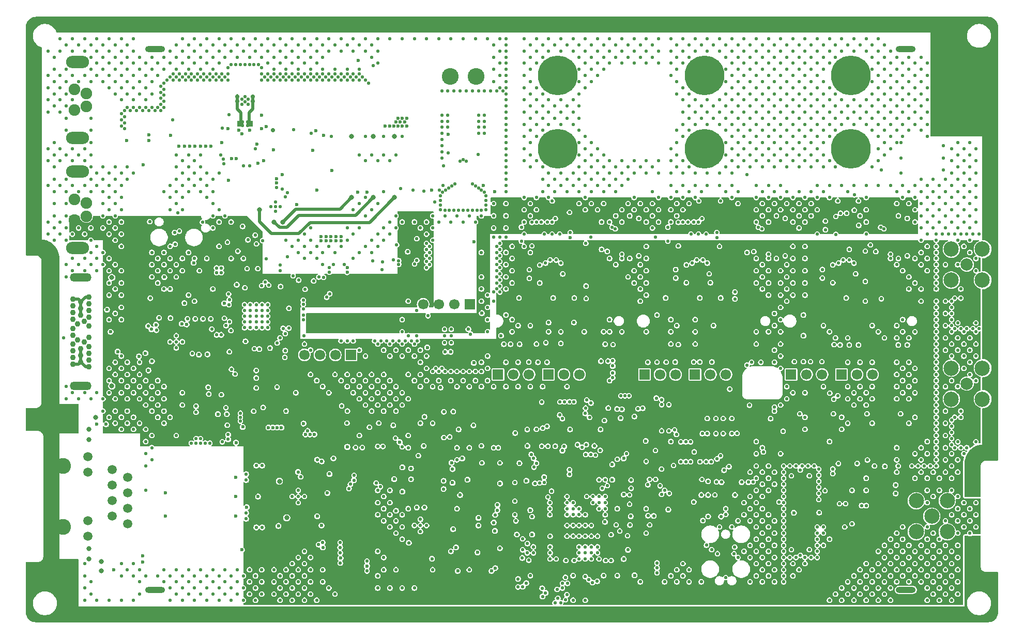
<source format=gbr>
%TF.GenerationSoftware,KiCad,Pcbnew,9.0.2*%
%TF.CreationDate,2025-05-15T13:19:02-04:00*%
%TF.ProjectId,mainBoard,6d61696e-426f-4617-9264-2e6b69636164,01*%
%TF.SameCoordinates,Original*%
%TF.FileFunction,Copper,L3,Inr*%
%TF.FilePolarity,Positive*%
%FSLAX46Y46*%
G04 Gerber Fmt 4.6, Leading zero omitted, Abs format (unit mm)*
G04 Created by KiCad (PCBNEW 9.0.2) date 2025-05-15 13:19:02*
%MOMM*%
%LPD*%
G01*
G04 APERTURE LIST*
%TA.AperFunction,ComponentPad*%
%ADD10C,6.500000*%
%TD*%
%TA.AperFunction,ComponentPad*%
%ADD11R,1.700000X1.700000*%
%TD*%
%TA.AperFunction,ComponentPad*%
%ADD12C,1.700000*%
%TD*%
%TA.AperFunction,ComponentPad*%
%ADD13C,2.000000*%
%TD*%
%TA.AperFunction,ComponentPad*%
%ADD14C,2.500000*%
%TD*%
%TA.AperFunction,ComponentPad*%
%ADD15O,3.250000X1.000000*%
%TD*%
%TA.AperFunction,ComponentPad*%
%ADD16C,2.750000*%
%TD*%
%TA.AperFunction,ComponentPad*%
%ADD17C,0.930000*%
%TD*%
%TA.AperFunction,ComponentPad*%
%ADD18O,3.550000X1.350000*%
%TD*%
%TA.AperFunction,ComponentPad*%
%ADD19C,1.900000*%
%TD*%
%TA.AperFunction,ComponentPad*%
%ADD20O,3.750000X2.000000*%
%TD*%
%TA.AperFunction,ComponentPad*%
%ADD21C,1.500000*%
%TD*%
%TA.AperFunction,ComponentPad*%
%ADD22C,2.600000*%
%TD*%
%TA.AperFunction,ViaPad*%
%ADD23C,0.550000*%
%TD*%
%TA.AperFunction,ViaPad*%
%ADD24C,0.600000*%
%TD*%
%TA.AperFunction,ViaPad*%
%ADD25C,0.800000*%
%TD*%
%TA.AperFunction,ViaPad*%
%ADD26C,0.700000*%
%TD*%
%TA.AperFunction,Conductor*%
%ADD27C,0.500000*%
%TD*%
G04 APERTURE END LIST*
D10*
%TO.N,VSS*%
%TO.C,J15*%
X205500000Y-60000000D03*
%TD*%
%TO.N,VSS*%
%TO.C,J27*%
X157500000Y-60000000D03*
%TD*%
D11*
%TO.N,/Auxiliary Card/AUX_VDD*%
%TO.C,J26*%
X155960000Y-109000000D03*
D12*
%TO.N,/Auxiliary Card/AUX_GPIO_VCCA*%
X158500000Y-109000000D03*
%TO.N,/Auxiliary Card/AUX_1V8*%
X161040000Y-109000000D03*
%TD*%
D13*
%TO.N,/RF Interface/LTE_RF-IN*%
%TO.C,AE2*%
X224500000Y-110500000D03*
D14*
%TO.N,VSS*%
X227040000Y-107960000D03*
X221960000Y-107960000D03*
X221960000Y-113040000D03*
X227040000Y-113040000D03*
%TD*%
%TO.N,/RF Interface/GNSS_RF-IN*%
%TO.C,AE1*%
X218750000Y-132250000D03*
%TO.N,VSS*%
X221290000Y-129710000D03*
X216210000Y-129710000D03*
X216210000Y-134790000D03*
X221290000Y-134790000D03*
%TD*%
D10*
%TO.N,VSS*%
%TO.C,J22*%
X181500000Y-72000000D03*
%TD*%
D15*
%TO.N,GND*%
%TO.C,J5*%
X91500000Y-55700000D03*
%TD*%
D11*
%TO.N,/LTE Card/LTE_VDD*%
%TO.C,J20*%
X179960000Y-109000000D03*
D12*
%TO.N,/LTE Card/LTE_GPIO_VCCA*%
X182500000Y-109000000D03*
%TO.N,/LTE Card/LTE_1V8*%
X185040000Y-109000000D03*
%TD*%
D10*
%TO.N,VSS*%
%TO.C,J28*%
X157500000Y-72000000D03*
%TD*%
%TO.N,VSS*%
%TO.C,J21*%
X181500000Y-60000000D03*
%TD*%
D11*
%TO.N,VSS*%
%TO.C,J41*%
X143060000Y-97500000D03*
D12*
%TO.N,/EPS Controller/Voltage Regulators/+3V3_REG_OUT*%
X140520000Y-97500000D03*
%TO.N,+3V3*%
X137980000Y-97500000D03*
%TO.N,VSS*%
X135440000Y-97500000D03*
%TD*%
D15*
%TO.N,GND*%
%TO.C,J4*%
X214500000Y-55700000D03*
%TD*%
D16*
%TO.N,GND*%
%TO.C,J1*%
X219920000Y-66550000D03*
X224920000Y-66550000D03*
X224920000Y-59050000D03*
X219920000Y-59050000D03*
%TD*%
D11*
%TO.N,/LTE Card/LTE_VDD*%
%TO.C,J17*%
X171710000Y-109000000D03*
D12*
%TO.N,/LTE Card/LTE_SIG_VCCA*%
X174250000Y-109000000D03*
%TO.N,/LTE Card/LTE_1V8*%
X176790000Y-109000000D03*
%TD*%
D17*
%TO.N,VSS*%
%TO.C,J9*%
X80670000Y-96275000D03*
%TO.N,unconnected-(J9-TX1+-PadA2)*%
X80670000Y-97375000D03*
%TO.N,unconnected-(J9-TX1--PadA3)*%
X80670000Y-98475000D03*
%TO.N,VBUS*%
X80670000Y-99575000D03*
%TO.N,/USB Hub/CC1*%
X79900000Y-100325000D03*
%TO.N,/USB Hub/UP_USB_DP*%
X80670000Y-101075000D03*
%TO.N,/USB Hub/UP_USB_DN*%
X80670000Y-102925000D03*
%TO.N,unconnected-(J9-SBU1-PadA8)*%
X79900000Y-103675000D03*
%TO.N,VBUS*%
X80670000Y-104425000D03*
%TO.N,unconnected-(J9-RX2--PadA10)*%
X80670000Y-105525000D03*
%TO.N,unconnected-(J9-RX2+-PadA11)*%
X80670000Y-106625000D03*
%TO.N,VSS*%
X80670000Y-107725000D03*
X78050000Y-107350000D03*
%TO.N,unconnected-(J9-TX2+-PadB2)*%
X78050000Y-106250000D03*
%TO.N,unconnected-(J9-TX2--PadB3)*%
X78050000Y-105150000D03*
%TO.N,VBUS*%
X78050000Y-104050000D03*
%TO.N,/USB Hub/CC2*%
X78850000Y-103300000D03*
%TO.N,/USB Hub/UP_USB_DP*%
X78050000Y-102550000D03*
%TO.N,/USB Hub/UP_USB_DN*%
X78050000Y-101450000D03*
%TO.N,unconnected-(J9-SBU2-PadB8)*%
X78850000Y-100700000D03*
%TO.N,VBUS*%
X78050000Y-99950000D03*
%TO.N,unconnected-(J9-RX1--PadB10)*%
X78050000Y-98850000D03*
%TO.N,unconnected-(J9-RX1+-PadB11)*%
X78050000Y-97750000D03*
%TO.N,VSS*%
X78050000Y-96650000D03*
X79375000Y-97050000D03*
X79375000Y-98150000D03*
X79375000Y-99250000D03*
X79375000Y-104750000D03*
X79375000Y-105850000D03*
X79375000Y-106950000D03*
D18*
%TO.N,Net-(J9-PadS1)*%
X79375000Y-110900000D03*
%TO.N,Net-(J9-PadS2)*%
X79375000Y-93100000D03*
%TD*%
D15*
%TO.N,GND*%
%TO.C,J3*%
X214500000Y-144300000D03*
%TD*%
D11*
%TO.N,/GNSS Card/GNSS_VDD*%
%TO.C,J14*%
X203960000Y-109000000D03*
D12*
%TO.N,/GNSS Card/GPS_GPIO_VCCA*%
X206500000Y-109000000D03*
%TO.N,/GNSS Card/GNSS_1V8*%
X209040000Y-109000000D03*
%TD*%
D11*
%TO.N,/GNSS Card/GNSS_VDD*%
%TO.C,J11*%
X195710000Y-109000000D03*
D12*
%TO.N,/GNSS Card/GPS_SIG_VCCA*%
X198250000Y-109000000D03*
%TO.N,/GNSS Card/GNSS_1V8*%
X200790000Y-109000000D03*
%TD*%
D11*
%TO.N,VSS*%
%TO.C,J42*%
X123610000Y-105800000D03*
D12*
%TO.N,Net-(J42-Pin_2)*%
X121070000Y-105800000D03*
%TO.N,+1V8*%
X118530000Y-105800000D03*
%TO.N,VSS*%
X115990000Y-105800000D03*
%TD*%
D19*
%TO.N,VSS*%
%TO.C,J37*%
X78325000Y-65700000D03*
%TO.N,/EPS Controller/Battery Charger/PVIN*%
X80275000Y-65075000D03*
%TO.N,VSS*%
X78325000Y-62300000D03*
%TO.N,/EPS Controller/Battery Charger/PVIN*%
X80275000Y-62925000D03*
D20*
%TO.N,Net-(J37-SHIELD-PadS1)*%
X78825000Y-70250000D03*
%TO.N,Net-(J37-SHIELD-PadS2)*%
X78825000Y-57750000D03*
%TD*%
D11*
%TO.N,/Auxiliary Card/AUX_VDD*%
%TO.C,J23*%
X147710000Y-109000000D03*
D12*
%TO.N,/Auxiliary Card/AUX_SIG_VCCA*%
X150250000Y-109000000D03*
%TO.N,/Auxiliary Card/AUX_1V8*%
X152790000Y-109000000D03*
%TD*%
D13*
%TO.N,/RF Interface/AUX_RF-IN*%
%TO.C,AE3*%
X224500000Y-91000000D03*
D14*
%TO.N,VSS*%
X227040000Y-88460000D03*
X221960000Y-88460000D03*
X221960000Y-93540000D03*
X227040000Y-93540000D03*
%TD*%
D15*
%TO.N,GND*%
%TO.C,J2*%
X91500000Y-144300000D03*
%TD*%
D19*
%TO.N,+3V3*%
%TO.C,J33*%
X78325000Y-83700000D03*
%TO.N,/I2C1.SCL*%
X80275000Y-83075000D03*
%TO.N,/I2C1.SDA*%
X78325000Y-80300000D03*
%TO.N,VSS*%
X80275000Y-80925000D03*
D20*
%TO.N,Net-(J33-SHIELD-PadS1)*%
X78825000Y-88250000D03*
%TO.N,Net-(J33-SHIELD-PadS2)*%
X78825000Y-75750000D03*
%TD*%
D10*
%TO.N,VSS*%
%TO.C,J16*%
X205500000Y-72000000D03*
%TD*%
D21*
%TO.N,/Ethernet/MDI_RX+*%
%TO.C,J10*%
X84500000Y-124560000D03*
%TO.N,/Ethernet/MDI_RX-*%
X87040000Y-125830000D03*
%TO.N,/Ethernet/MDI_TX+*%
X84500000Y-127100000D03*
%TO.N,unconnected-(J10-DC+-Pad4)*%
X87040000Y-128370000D03*
%TO.N,unconnected-(J10-DC+-Pad5)*%
X84500000Y-129640000D03*
%TO.N,/Ethernet/MDI_TX-*%
X87040000Y-130910000D03*
%TO.N,unconnected-(J10-DC--Pad7)*%
X84500000Y-132180000D03*
%TO.N,unconnected-(J10-DC--Pad8)*%
X87040000Y-133450000D03*
%TO.N,Net-(J10-LED(Yellow)_K)*%
X80500000Y-135530000D03*
%TO.N,/Ethernet/LED1*%
X80500000Y-132990000D03*
%TO.N,Net-(J10-LED(Green)_K)*%
X80500000Y-125010000D03*
%TO.N,/Ethernet/LED2*%
X80500000Y-122470000D03*
D22*
%TO.N,GND*%
X76500000Y-124000000D03*
X76500000Y-134000000D03*
%TD*%
D16*
%TO.N,PACK+*%
%TO.C,J40*%
X144100000Y-60200000D03*
%TO.N,PACK-*%
X139900000Y-60200000D03*
%TD*%
D23*
%TO.N,VSS*%
X155000000Y-79000000D03*
X99000000Y-73000000D03*
X86000000Y-86000000D03*
X152000000Y-74000000D03*
X198000000Y-88000000D03*
X203000000Y-145000000D03*
X156250000Y-135500000D03*
X165000000Y-57000000D03*
X200000000Y-68000000D03*
X133000000Y-131000000D03*
X92000000Y-90000000D03*
X104050000Y-108150000D03*
X219500000Y-97000000D03*
X156550000Y-86000000D03*
X98000000Y-58000000D03*
X192000000Y-80000000D03*
X117500000Y-60250000D03*
X208000000Y-140000000D03*
X224000000Y-108000000D03*
X176000000Y-80000000D03*
X220000000Y-140000000D03*
X191000000Y-65000000D03*
X80000000Y-54000000D03*
X84000000Y-90000000D03*
X166250000Y-135250000D03*
X81000000Y-79000000D03*
X190000000Y-102000000D03*
X130000000Y-110000000D03*
X84000000Y-84000000D03*
X151750000Y-137750000D03*
X148000000Y-87500000D03*
X96000000Y-103650000D03*
X138000000Y-108500000D03*
X215000000Y-103000000D03*
X108000000Y-56000000D03*
X205000000Y-67000000D03*
X210000000Y-74000000D03*
D24*
X93050000Y-93050000D03*
D23*
X191000000Y-139000000D03*
X186000000Y-72000000D03*
X201000000Y-79000000D03*
D24*
X123000000Y-92250000D03*
D23*
X206750000Y-104150000D03*
X103000000Y-60250000D03*
X222000000Y-126000000D03*
X195000000Y-59000000D03*
X84000000Y-62000000D03*
X166500000Y-106750000D03*
X205000000Y-65000000D03*
X128000000Y-130000000D03*
X84000000Y-146000000D03*
X218000000Y-92000000D03*
X86000000Y-67250000D03*
X81000000Y-89000000D03*
X213000000Y-101000000D03*
X190000000Y-92000000D03*
X115500000Y-60250000D03*
X159000000Y-135500000D03*
X187000000Y-81000000D03*
X108100000Y-99450000D03*
X219500000Y-102000000D03*
X186850000Y-118650000D03*
X114000000Y-59750000D03*
X127000000Y-113000000D03*
X103700000Y-105275000D03*
X136000000Y-87500000D03*
X187000000Y-61000000D03*
X226000000Y-76000000D03*
X85000000Y-57000000D03*
X150000000Y-100000000D03*
X90750000Y-96500000D03*
X90500000Y-65750000D03*
X154000000Y-64000000D03*
X222500000Y-96500000D03*
X159000000Y-130000000D03*
X102000000Y-60250000D03*
X213000000Y-59000000D03*
X133000000Y-119000000D03*
X94000000Y-78000000D03*
X152000000Y-72000000D03*
X115000000Y-87000000D03*
X189000000Y-139000000D03*
X86000000Y-76000000D03*
X208000000Y-128000000D03*
X140000000Y-138000000D03*
X93500000Y-60750000D03*
X127000000Y-73000000D03*
X115000000Y-143000000D03*
X108100000Y-108350000D03*
X115000000Y-130000000D03*
X154000000Y-54000000D03*
X131000000Y-83000000D03*
D24*
X140825000Y-137350000D03*
D23*
X213000000Y-63000000D03*
X200000000Y-62000000D03*
X96000000Y-74000000D03*
X118000000Y-90000000D03*
X205000000Y-145000000D03*
X101000000Y-83000000D03*
X135000000Y-107000000D03*
X138950000Y-103800000D03*
X154000000Y-74000000D03*
X118000000Y-88000000D03*
X177000000Y-101000000D03*
X127000000Y-55000000D03*
X153000000Y-83000000D03*
X194000000Y-102000000D03*
X97000000Y-143000000D03*
X190000000Y-94000000D03*
X176825000Y-91800000D03*
X218000000Y-68000000D03*
X172250000Y-107000000D03*
X224000000Y-88000000D03*
X142500000Y-62500000D03*
X82000000Y-146000000D03*
X159000000Y-133750000D03*
X225000000Y-75000000D03*
X213000000Y-121000000D03*
X101000000Y-81000000D03*
X213000000Y-57000000D03*
X209000000Y-63000000D03*
X77000000Y-61000000D03*
X214750000Y-83425000D03*
X216000000Y-140000000D03*
X207000000Y-143000000D03*
X180000000Y-66000000D03*
X173000000Y-75000000D03*
X194500000Y-130000000D03*
X145750000Y-82000000D03*
X184000000Y-88000000D03*
X213000000Y-103000000D03*
X110000000Y-56000000D03*
D24*
X126250000Y-79125000D03*
D23*
X194500000Y-132000000D03*
X216000000Y-78000000D03*
X104000000Y-84000000D03*
X102000000Y-76000000D03*
X217000000Y-67000000D03*
X189250000Y-107000000D03*
X76000000Y-74000000D03*
X84000000Y-92000000D03*
X86500000Y-66750000D03*
X137000000Y-141000000D03*
X160000000Y-133750000D03*
X114000000Y-54000000D03*
X193000000Y-75000000D03*
X168000000Y-78000000D03*
X223000000Y-75000000D03*
X110000000Y-100400000D03*
X96500000Y-60750000D03*
X102500000Y-59750000D03*
X96000000Y-78000000D03*
X173000000Y-55000000D03*
X203000000Y-67000000D03*
X116000000Y-56000000D03*
X182000000Y-76000000D03*
D24*
X85400000Y-105250000D03*
D23*
X77000000Y-65000000D03*
X203750000Y-104150000D03*
X222000000Y-117500000D03*
X74000000Y-60000000D03*
X109000000Y-143000000D03*
X144000000Y-84000000D03*
X107000000Y-143000000D03*
X189000000Y-65000000D03*
X111000000Y-59000000D03*
X213000000Y-111000000D03*
X207000000Y-55000000D03*
X219500000Y-120000000D03*
X168000000Y-90000000D03*
X188000000Y-70000000D03*
X123000000Y-59000000D03*
X199000000Y-81000000D03*
X203000000Y-57000000D03*
X95000000Y-81000000D03*
X121850000Y-136525000D03*
X91000000Y-115000000D03*
X222000000Y-102000000D03*
X156000000Y-68000000D03*
X168000000Y-58000000D03*
X123000000Y-103500000D03*
X213000000Y-91000000D03*
X138250000Y-80500000D03*
X157050000Y-146425000D03*
X177000000Y-73000000D03*
X106000000Y-144000000D03*
X111000000Y-143000000D03*
X153000000Y-89000000D03*
X174475000Y-128650000D03*
X214000000Y-142000000D03*
X85000000Y-77000000D03*
X186500000Y-96625000D03*
X98000000Y-142000000D03*
X191000000Y-69000000D03*
X121000000Y-145000000D03*
X222000000Y-142000000D03*
X163000000Y-133750000D03*
X75000000Y-87000000D03*
X95000000Y-57000000D03*
X161000000Y-63000000D03*
X85000000Y-79000000D03*
X172000000Y-54000000D03*
X196000000Y-62000000D03*
X125000000Y-59750000D03*
X128000000Y-81000000D03*
X135000000Y-85000000D03*
X161000000Y-133750000D03*
X129000000Y-73000000D03*
X162000000Y-74000000D03*
X89000000Y-117000000D03*
X86000000Y-94000000D03*
X212000000Y-70000000D03*
X200000000Y-78000000D03*
X147500000Y-92000000D03*
X223000000Y-71000000D03*
X201000000Y-135000000D03*
X111250000Y-82275000D03*
X193000000Y-73000000D03*
X128000000Y-74000000D03*
X225000000Y-81000000D03*
X223500000Y-96500000D03*
X152750000Y-106950000D03*
D24*
X124750000Y-79125000D03*
D23*
X93000000Y-143000000D03*
D24*
X97850000Y-90700000D03*
D23*
X170650000Y-114625000D03*
X92000000Y-92000000D03*
X148000000Y-56000000D03*
X152000000Y-64000000D03*
X107000000Y-145000000D03*
X158000000Y-103900000D03*
D24*
X132050000Y-128200000D03*
D23*
X138000000Y-54000000D03*
X100500000Y-120250000D03*
X193000000Y-61000000D03*
X138825000Y-115125000D03*
X130000000Y-74000000D03*
X154000000Y-70000000D03*
X144000000Y-108500000D03*
X86000000Y-112000000D03*
X149000000Y-69000000D03*
X87000000Y-117000000D03*
X216000000Y-122000000D03*
X77000000Y-81000000D03*
X162000000Y-58000000D03*
X212000000Y-72000000D03*
X97500000Y-60750000D03*
X130000000Y-54000000D03*
X215000000Y-117000000D03*
X165000000Y-55000000D03*
X172000000Y-96000000D03*
X135000000Y-134750000D03*
D24*
X111525000Y-117700000D03*
D23*
X98000000Y-76000000D03*
X148000000Y-92500000D03*
X193000000Y-79000000D03*
X193000000Y-101000000D03*
X207000000Y-65000000D03*
X173750000Y-106975000D03*
X198900000Y-106900000D03*
X205000000Y-113000000D03*
X123525000Y-127000000D03*
X119000000Y-141000000D03*
X81000000Y-71000000D03*
X221000000Y-101000000D03*
X196000000Y-90000000D03*
X164000000Y-74000000D03*
X101000000Y-79000000D03*
X187000000Y-79000000D03*
X107150000Y-100400000D03*
X214000000Y-58000000D03*
X85000000Y-59000000D03*
X75000000Y-77000000D03*
X119000000Y-111000000D03*
X102000000Y-54000000D03*
X218000000Y-62000000D03*
X179000000Y-81000000D03*
X180000000Y-104000000D03*
X74000000Y-78000000D03*
X174000000Y-54000000D03*
X202000000Y-120000000D03*
X156200000Y-132000000D03*
X217000000Y-89000000D03*
X214000000Y-92000000D03*
X192000000Y-124000000D03*
X154000000Y-68000000D03*
X223000000Y-141000000D03*
X181000000Y-67000000D03*
X193750000Y-129887500D03*
X210000000Y-144000000D03*
X152000000Y-60000000D03*
D24*
X116525000Y-118250000D03*
D23*
X78000000Y-112000000D03*
X222000000Y-99000000D03*
X220500000Y-86000000D03*
X148000000Y-86500000D03*
X85000000Y-109000000D03*
X195000000Y-55000000D03*
X208000000Y-126000000D03*
X128000000Y-114000000D03*
X224000000Y-106000000D03*
X85000000Y-55000000D03*
X195500000Y-139000000D03*
D24*
X90450000Y-108325000D03*
D23*
X172000000Y-92000000D03*
X191000000Y-141000000D03*
X95000000Y-77000000D03*
X120000000Y-56000000D03*
X90000000Y-64000000D03*
X182000000Y-56000000D03*
X199000000Y-75000000D03*
X225000000Y-77000000D03*
X222500000Y-86000000D03*
X180000000Y-102000000D03*
X125000000Y-111000000D03*
X158000000Y-68000000D03*
X122000000Y-59750000D03*
X97500000Y-59750000D03*
X149000000Y-89000000D03*
X90000000Y-122000000D03*
X155750000Y-107000000D03*
X129000000Y-141000000D03*
X162000000Y-70000000D03*
X165000000Y-73000000D03*
X85000000Y-117000000D03*
X222000000Y-119500000D03*
X77000000Y-59000000D03*
X183225000Y-128750000D03*
X102500000Y-60750000D03*
X140000000Y-84000000D03*
X189000000Y-143000000D03*
X77000000Y-85000000D03*
X116000000Y-146000000D03*
X190375000Y-84875000D03*
X75000000Y-57000000D03*
X144000000Y-54000000D03*
X142000000Y-54000000D03*
X190000000Y-70000000D03*
X207000000Y-107000000D03*
X211000000Y-143000000D03*
X91000000Y-111000000D03*
X199000000Y-59000000D03*
X77000000Y-67000000D03*
X199000000Y-73000000D03*
X192000000Y-134000000D03*
X188000000Y-66000000D03*
X99000000Y-75000000D03*
X115000000Y-57000000D03*
X113000000Y-59750000D03*
X93000000Y-63250000D03*
X192000000Y-136000000D03*
X223000000Y-73000000D03*
X224500000Y-121000000D03*
X121000000Y-59750000D03*
D24*
X175600000Y-131150000D03*
D23*
X213650000Y-115450000D03*
X165000000Y-141975000D03*
X220000000Y-138000000D03*
X217000000Y-69000000D03*
X201000000Y-69000000D03*
D24*
X103300000Y-115500000D03*
D23*
X216000000Y-126000000D03*
X201000000Y-137000000D03*
X176825000Y-93200000D03*
X114000000Y-140000000D03*
X170000000Y-92000000D03*
X117000000Y-141000000D03*
X178000000Y-142000000D03*
X184000000Y-134000000D03*
X102000000Y-142000000D03*
X82000000Y-88000000D03*
X222000000Y-104000000D03*
X97000000Y-57000000D03*
X193000000Y-71000000D03*
X120000000Y-54000000D03*
X192000000Y-78000000D03*
X114000000Y-146000000D03*
X222000000Y-144000000D03*
X222500000Y-121000000D03*
X216000000Y-110000000D03*
X85000000Y-63000000D03*
X206000000Y-112000000D03*
X213000000Y-67000000D03*
X199500000Y-124000000D03*
X165750000Y-114500000D03*
X107000000Y-58250000D03*
X205000000Y-103000000D03*
X81000000Y-59000000D03*
X206000000Y-146000000D03*
X171000000Y-57000000D03*
X129000000Y-79000000D03*
X105500000Y-115350000D03*
X153000000Y-71000000D03*
X190925000Y-85125000D03*
X192000000Y-66000000D03*
X135675000Y-115925000D03*
X200000000Y-56000000D03*
X127000000Y-57000000D03*
X201000000Y-75000000D03*
X173000000Y-83000000D03*
X117000000Y-105000000D03*
X158000000Y-64000000D03*
X128000000Y-112000000D03*
X95000000Y-73000000D03*
X191000000Y-71000000D03*
X189000000Y-125000000D03*
D24*
X105900000Y-117600000D03*
D23*
X171000000Y-55000000D03*
X128000000Y-144000000D03*
X107000000Y-141000000D03*
X148000000Y-62000000D03*
X207000000Y-145000000D03*
X212000000Y-68000000D03*
X78000000Y-86000000D03*
X117000000Y-57000000D03*
X133000000Y-105000000D03*
X161000000Y-135500000D03*
X219500000Y-109000000D03*
X194000000Y-106000000D03*
X153000000Y-75000000D03*
X111000000Y-141000000D03*
X131450000Y-90950000D03*
X188000000Y-130000000D03*
X155000000Y-67000000D03*
X220000000Y-146000000D03*
X210000000Y-146000000D03*
X163000000Y-75000000D03*
X102550000Y-120050000D03*
X194000000Y-74000000D03*
X214000000Y-78000000D03*
X205000000Y-117000000D03*
X96000000Y-142000000D03*
X148000000Y-54000000D03*
X198000000Y-72000000D03*
X95000000Y-60250000D03*
X196000000Y-92000000D03*
X198000000Y-62000000D03*
X147000000Y-111000000D03*
X215000000Y-67000000D03*
X223500000Y-86000000D03*
X88000000Y-58000000D03*
X81000000Y-77000000D03*
X168000000Y-82000000D03*
X181000000Y-143000000D03*
X164000000Y-137250000D03*
X89000000Y-109000000D03*
X219000000Y-145000000D03*
X149000000Y-76000000D03*
X201000000Y-57000000D03*
X190000000Y-142000000D03*
X221000000Y-141000000D03*
X184000000Y-76000000D03*
X193000000Y-81000000D03*
X118000000Y-54000000D03*
X103000000Y-57000000D03*
X191000000Y-57000000D03*
X158000000Y-56000000D03*
X154000000Y-56000000D03*
X187000000Y-73000000D03*
X107150000Y-101350000D03*
X190000000Y-54000000D03*
X216000000Y-94000000D03*
X124000000Y-112000000D03*
X138500000Y-67500000D03*
X83000000Y-77000000D03*
X209000000Y-101000000D03*
X213000000Y-79000000D03*
X163000000Y-138250000D03*
X202000000Y-80000000D03*
X146000000Y-102000000D03*
X189000000Y-55000000D03*
X200000000Y-86000000D03*
X208150000Y-115450000D03*
X153000000Y-59000000D03*
X126000000Y-56000000D03*
X168000000Y-56000000D03*
X210925000Y-85125000D03*
X161000000Y-131000000D03*
X121000000Y-89000000D03*
X153000000Y-111000000D03*
X222000000Y-138000000D03*
D24*
X167800000Y-116150000D03*
D23*
X149000000Y-75000000D03*
X186000000Y-76000000D03*
X96000000Y-60250000D03*
X92000000Y-116000000D03*
X84000000Y-56000000D03*
X190000000Y-90000000D03*
X206000000Y-66000000D03*
X96000000Y-90000000D03*
X126000000Y-80000000D03*
X216000000Y-80000000D03*
X79000000Y-55000000D03*
X135000000Y-109000000D03*
X89000000Y-65250000D03*
X94000000Y-90000000D03*
X180000000Y-78000000D03*
X115000000Y-129000000D03*
X87000000Y-113000000D03*
X190000000Y-122000000D03*
X127000000Y-115000000D03*
X98250000Y-120250000D03*
X97000000Y-60250000D03*
X144500000Y-67500000D03*
X198000000Y-66000000D03*
X106000000Y-142000000D03*
X187000000Y-69000000D03*
X202000000Y-78000000D03*
X226000000Y-90000000D03*
X218000000Y-90000000D03*
X141000000Y-131000000D03*
D24*
X131000000Y-131350000D03*
D23*
X151000000Y-101000000D03*
X80000000Y-140000000D03*
X147500000Y-62500000D03*
X200000000Y-70000000D03*
X178000000Y-66000000D03*
X210000000Y-72000000D03*
X150475000Y-132000000D03*
D24*
X110100000Y-117700000D03*
D23*
X192000000Y-90000000D03*
D25*
X80700000Y-137550000D03*
D23*
X151250000Y-104050000D03*
X198000000Y-116000000D03*
X106200000Y-99450000D03*
X203000000Y-63000000D03*
X145500000Y-68500000D03*
X174000000Y-84000000D03*
X147000000Y-55000000D03*
X92500000Y-63750000D03*
X212000000Y-78000000D03*
X99000000Y-57000000D03*
X223000000Y-137000000D03*
X190000000Y-124000000D03*
X171975000Y-123250000D03*
X122500000Y-91000000D03*
X137000000Y-85000000D03*
X193000000Y-65000000D03*
X111250000Y-80725000D03*
X117000000Y-139000000D03*
X93000000Y-117000000D03*
X85000000Y-83000000D03*
X133000000Y-97000000D03*
X77000000Y-77000000D03*
X149000000Y-93000000D03*
X173000000Y-57000000D03*
X119000000Y-136525000D03*
X191000000Y-75000000D03*
X206000000Y-78000000D03*
X111000000Y-145000000D03*
X166000000Y-102000000D03*
X101000000Y-95000000D03*
X202000000Y-62000000D03*
X163000000Y-57000000D03*
X149000000Y-62000000D03*
X201000000Y-73000000D03*
X210000000Y-66000000D03*
X202000000Y-58000000D03*
X161000000Y-132000000D03*
X211000000Y-145000000D03*
X161000000Y-71000000D03*
X84000000Y-80000000D03*
X190000000Y-56000000D03*
X130000000Y-112000000D03*
X196000000Y-58000000D03*
D24*
X123000000Y-91500000D03*
D23*
X191000000Y-131000000D03*
X98500000Y-60750000D03*
X130000000Y-114000000D03*
X223000000Y-129000000D03*
X86000000Y-142000000D03*
X110000000Y-58000000D03*
X128000000Y-58000000D03*
X76000000Y-78000000D03*
X222000000Y-101000000D03*
X131000000Y-85000000D03*
X90000000Y-65250000D03*
X220000000Y-126000000D03*
X145750000Y-79750000D03*
X76000000Y-66000000D03*
X197750000Y-106900000D03*
X197000000Y-75000000D03*
X195000000Y-81000000D03*
X109050000Y-101350000D03*
X201000000Y-63000000D03*
X153000000Y-57000000D03*
X224000000Y-84000000D03*
X117000000Y-109000000D03*
X126500000Y-61250000D03*
X221000000Y-125000000D03*
X210000000Y-62000000D03*
X93000000Y-65250000D03*
X89500000Y-65750000D03*
X149000000Y-95000000D03*
X102000000Y-146000000D03*
X74000000Y-84000000D03*
X186000000Y-56000000D03*
X214000000Y-68000000D03*
X86000000Y-56000000D03*
X105000000Y-57000000D03*
X206000000Y-54000000D03*
X221000000Y-83000000D03*
X156000000Y-56000000D03*
X160000000Y-132000000D03*
X106000000Y-146000000D03*
X119000000Y-59000000D03*
X80000000Y-112000000D03*
X75000000Y-61000000D03*
X219500000Y-124000000D03*
X163000000Y-73000000D03*
X219500000Y-108000000D03*
X193000000Y-57000000D03*
X91000000Y-63000000D03*
X88000000Y-116000000D03*
X223000000Y-87000000D03*
X221500000Y-86000000D03*
X189475000Y-126625000D03*
X195000000Y-63000000D03*
X191000000Y-91000000D03*
X104000000Y-56000000D03*
X201000000Y-71000000D03*
X117000000Y-89000000D03*
X90000000Y-142000000D03*
X195000000Y-111000000D03*
X219500000Y-110000000D03*
X94000000Y-80000000D03*
X149000000Y-64000000D03*
X99000000Y-119500000D03*
X131000000Y-111000000D03*
X91000000Y-93000000D03*
X188000000Y-64000000D03*
X216000000Y-84000000D03*
X86000000Y-84000000D03*
D25*
X84450000Y-110900000D03*
D23*
X177000000Y-55000000D03*
X147000000Y-121000000D03*
X105000000Y-145000000D03*
X222000000Y-74000000D03*
X138500000Y-70500000D03*
X222000000Y-72000000D03*
X141500000Y-62500000D03*
X215000000Y-113000000D03*
X134400000Y-90300000D03*
X153000000Y-141975000D03*
X223000000Y-105000000D03*
X141500000Y-74050000D03*
X84000000Y-78000000D03*
X100325000Y-112200000D03*
X152000000Y-88000000D03*
X81000000Y-143000000D03*
X157000000Y-55000000D03*
X177250000Y-104100000D03*
D24*
X111750000Y-133825000D03*
D23*
X128000000Y-142000000D03*
X154000000Y-58000000D03*
X88000000Y-112000000D03*
X217000000Y-61000000D03*
X197225000Y-138675000D03*
X111250000Y-81500000D03*
X192000000Y-70000000D03*
X162000000Y-80000000D03*
X162000000Y-137250000D03*
X224000000Y-74000000D03*
X131000000Y-141000000D03*
X200825000Y-91800000D03*
X197000000Y-63000000D03*
X129000000Y-113000000D03*
X119000000Y-60750000D03*
X198000000Y-82000000D03*
X158000000Y-66000000D03*
X192000000Y-60000000D03*
X83000000Y-61000000D03*
X139750000Y-82100000D03*
D25*
X80700000Y-139200000D03*
D23*
X193000000Y-125000000D03*
X194000000Y-70000000D03*
X83000000Y-55000000D03*
X152000000Y-80000000D03*
X138500000Y-73500000D03*
X148500000Y-62500000D03*
D24*
X91700000Y-100850000D03*
D23*
X88000000Y-118000000D03*
X214000000Y-110000000D03*
X147000000Y-86500000D03*
X157000000Y-77000000D03*
X171400000Y-114550000D03*
X143000000Y-111000000D03*
X145000000Y-120700000D03*
X212000000Y-90000000D03*
X194500000Y-136000000D03*
X212000000Y-144000000D03*
X156000000Y-64000000D03*
X222000000Y-76000000D03*
X130000000Y-128000000D03*
X136500000Y-89000000D03*
X163000000Y-59000000D03*
X178000000Y-56000000D03*
X159000000Y-65000000D03*
X223500000Y-101500000D03*
X170000000Y-58000000D03*
X162250000Y-129000000D03*
X103500000Y-60750000D03*
X140375000Y-115075000D03*
X87000000Y-75000000D03*
X147500000Y-89000000D03*
X192000000Y-94000000D03*
X206000000Y-142000000D03*
X223500000Y-95000000D03*
X217000000Y-87000000D03*
X179000000Y-141000000D03*
D24*
X144350000Y-138175000D03*
D23*
X113000000Y-145000000D03*
X142500000Y-74050000D03*
X136500000Y-91000000D03*
X206000000Y-56000000D03*
X159000000Y-132000000D03*
X223025000Y-120050000D03*
X217000000Y-143000000D03*
X217000000Y-83000000D03*
X91000000Y-61000000D03*
X82000000Y-54000000D03*
X86000000Y-98000000D03*
X170000000Y-54000000D03*
X106200000Y-100400000D03*
X219000000Y-77000000D03*
X211000000Y-55000000D03*
X211000000Y-71000000D03*
X212000000Y-142000000D03*
X123500000Y-60250000D03*
X219500000Y-114000000D03*
X123000000Y-55000000D03*
X174000000Y-80000000D03*
X116000000Y-140000000D03*
X98000000Y-97000000D03*
X208000000Y-146000000D03*
X157800000Y-86000000D03*
X202000000Y-54000000D03*
X126000000Y-110000000D03*
X105500000Y-116650000D03*
X143000000Y-83000000D03*
X186000000Y-78000000D03*
X197000000Y-59000000D03*
X117000000Y-55000000D03*
X95000000Y-75000000D03*
X88000000Y-146000000D03*
X143000000Y-108500000D03*
X107150000Y-99450000D03*
X82000000Y-92000000D03*
X211000000Y-57000000D03*
X194500000Y-139000000D03*
X111000000Y-59750000D03*
X128000000Y-138000000D03*
X130000000Y-86000000D03*
X78000000Y-74000000D03*
X220000000Y-144000000D03*
X150475000Y-126700000D03*
X217000000Y-125000000D03*
X152000000Y-82000000D03*
X187000000Y-71000000D03*
X83000000Y-59000000D03*
X171975000Y-131000000D03*
X85000000Y-113000000D03*
X210000000Y-138000000D03*
X91000000Y-65250000D03*
X84000000Y-60000000D03*
X140000000Y-108500000D03*
D24*
X111450000Y-77625000D03*
D23*
X154000000Y-80000000D03*
X193000000Y-59000000D03*
X168000000Y-89275000D03*
X185000000Y-57000000D03*
X80000000Y-90000000D03*
X124000000Y-54000000D03*
X75000000Y-75000000D03*
X148025000Y-123500000D03*
X194000000Y-66000000D03*
X134000000Y-106000000D03*
X149000000Y-68000000D03*
X101500000Y-60750000D03*
X185025000Y-131925000D03*
X114593413Y-112006587D03*
X224000000Y-76000000D03*
X91000000Y-89000000D03*
X190000000Y-68000000D03*
X163250000Y-129000000D03*
X177000000Y-59000000D03*
X153500000Y-138250000D03*
X223000000Y-123000000D03*
X82000000Y-78000000D03*
X129000000Y-109000000D03*
X189000000Y-59000000D03*
X116000000Y-86000000D03*
X132000000Y-84000000D03*
X135000000Y-132750000D03*
X88000000Y-142000000D03*
X130000000Y-84000000D03*
X87000000Y-55000000D03*
X131000000Y-113000000D03*
X84000000Y-110000000D03*
X206000000Y-68000000D03*
X87000000Y-109000000D03*
X121000000Y-59000000D03*
X213000000Y-125000000D03*
X161000000Y-67000000D03*
X187000000Y-67000000D03*
X93000000Y-111000000D03*
X163000000Y-79000000D03*
X176000000Y-100000000D03*
X75000000Y-65000000D03*
X219500000Y-89000000D03*
X152000000Y-66000000D03*
X190000000Y-80000000D03*
X96000000Y-146000000D03*
X148000000Y-93500000D03*
X115000000Y-89000000D03*
X221000000Y-137000000D03*
X211000000Y-69000000D03*
X105750000Y-63900000D03*
X109050000Y-98500000D03*
X198000000Y-64000000D03*
X162000000Y-60000000D03*
X141275000Y-118025000D03*
X172000000Y-90000000D03*
X154000000Y-104000000D03*
X113000000Y-60750000D03*
X215000000Y-61000000D03*
X203000000Y-65000000D03*
X166000000Y-56000000D03*
X87000000Y-77000000D03*
X89000000Y-63000000D03*
X197000000Y-71000000D03*
X106000000Y-90000000D03*
X202000000Y-102000000D03*
X194000000Y-80000000D03*
X140000000Y-54000000D03*
X156000000Y-76000000D03*
X102000000Y-82000000D03*
X219000000Y-129000000D03*
X109050000Y-99450000D03*
X88000000Y-108000000D03*
X194000000Y-100000000D03*
X216000000Y-64000000D03*
X125000000Y-81000000D03*
X185000000Y-73000000D03*
X92000000Y-60000000D03*
X223000000Y-145000000D03*
X152000000Y-84000000D03*
X91000000Y-113000000D03*
X225000000Y-107000000D03*
X93000000Y-141000000D03*
X85000000Y-61000000D03*
D24*
X139050000Y-105300000D03*
D23*
X101000000Y-59000000D03*
X90000000Y-114000000D03*
X217000000Y-81000000D03*
X93000000Y-62250000D03*
X134500000Y-103500000D03*
X160000000Y-76000000D03*
X133000000Y-113000000D03*
X213000000Y-139000000D03*
X194500000Y-131000000D03*
X198000000Y-140000000D03*
X117000000Y-87000000D03*
X88000000Y-54000000D03*
X182300000Y-92500000D03*
X178000000Y-140000000D03*
X130000000Y-144000000D03*
X104000000Y-146000000D03*
X165600000Y-88825000D03*
X192000000Y-72000000D03*
X84000000Y-116000000D03*
D24*
X142850000Y-101575000D03*
D23*
X191000000Y-81000000D03*
X216500000Y-124000000D03*
X128000000Y-110000000D03*
X180000000Y-80000000D03*
X128500000Y-103500000D03*
X99000000Y-141000000D03*
X98000000Y-60250000D03*
X109000000Y-145000000D03*
X200300000Y-131660000D03*
X185000000Y-79000000D03*
X200250000Y-124500000D03*
X130000000Y-130000000D03*
X162000000Y-132000000D03*
X167050000Y-133650000D03*
X86500000Y-65750000D03*
X219000000Y-79000000D03*
X102000000Y-84000000D03*
D24*
X112225000Y-117700000D03*
D23*
X119000000Y-55000000D03*
X198000000Y-118000000D03*
X119000000Y-57000000D03*
X134000000Y-133750000D03*
X200825000Y-93200000D03*
X226000000Y-74000000D03*
X180000000Y-68000000D03*
X74000000Y-72000000D03*
X193000000Y-139000000D03*
X217000000Y-123000000D03*
X217000000Y-65000000D03*
X131000000Y-115000000D03*
X179000000Y-143000000D03*
X189000000Y-131000000D03*
X196500000Y-139000000D03*
X161000000Y-81000000D03*
X204000000Y-118000000D03*
X219000000Y-141000000D03*
X130000000Y-104000000D03*
X161000000Y-57000000D03*
X178000000Y-80000000D03*
X80000000Y-142000000D03*
X149000000Y-55000000D03*
X225500000Y-86000000D03*
X181800000Y-86000000D03*
X219500000Y-91000000D03*
X215000000Y-79000000D03*
X210000000Y-70000000D03*
X186000000Y-70000000D03*
X219500000Y-92000000D03*
X130000000Y-132000000D03*
X94000000Y-103650000D03*
X180550000Y-86000000D03*
X202000000Y-74000000D03*
X174000000Y-58000000D03*
X158250000Y-144000000D03*
D24*
X108350000Y-74375000D03*
D23*
X111000000Y-55000000D03*
X222000000Y-118500000D03*
X153000000Y-61000000D03*
X214000000Y-134000000D03*
X222000000Y-120500000D03*
D25*
X80700000Y-119700000D03*
D23*
X197000000Y-57000000D03*
X174475000Y-124500000D03*
X166375000Y-84875000D03*
D24*
X96325000Y-71600000D03*
D23*
X181000000Y-79000000D03*
X165250000Y-104050000D03*
X145000000Y-95000000D03*
D24*
X83675000Y-98375000D03*
D23*
X77000000Y-113000000D03*
D24*
X132050000Y-124225000D03*
D23*
X84000000Y-82000000D03*
X226000000Y-110000000D03*
X214000000Y-136000000D03*
X215000000Y-59000000D03*
X222000000Y-110000000D03*
X178000000Y-78000000D03*
X196000000Y-84000000D03*
X177000000Y-61000000D03*
D24*
X141125000Y-141200000D03*
D23*
X204000000Y-116000000D03*
X200250000Y-127500000D03*
X100500000Y-60750000D03*
X86000000Y-110000000D03*
X193000000Y-63000000D03*
X74000000Y-64000000D03*
X226000000Y-106000000D03*
X100000000Y-144000000D03*
X166000000Y-54000000D03*
X162000000Y-82000000D03*
X209000000Y-61000000D03*
X210000000Y-68000000D03*
X208000000Y-114000000D03*
X226000000Y-104000000D03*
X101000000Y-143000000D03*
X193000000Y-143000000D03*
X182000000Y-66000000D03*
X166000000Y-58000000D03*
X140500000Y-62500000D03*
X134000000Y-54000000D03*
X214000000Y-80000000D03*
X102000000Y-144000000D03*
X226000000Y-132000000D03*
X219500000Y-123000000D03*
X179000000Y-75000000D03*
X141000000Y-111000000D03*
X196000000Y-80000000D03*
X96000000Y-114000000D03*
X76000000Y-72000000D03*
X223000000Y-111000000D03*
X203000000Y-55000000D03*
X190000000Y-64000000D03*
X128000000Y-88000000D03*
X194500000Y-125000000D03*
X149000000Y-57000000D03*
X184000000Y-56000000D03*
X194000000Y-108000000D03*
X95000000Y-55000000D03*
X86000000Y-66250000D03*
X109500000Y-60250000D03*
X106250000Y-58250000D03*
X219500000Y-90000000D03*
X192000000Y-126000000D03*
X87000000Y-141000000D03*
X99000000Y-120250000D03*
X219500000Y-121000000D03*
X118000000Y-59750000D03*
X194000000Y-68000000D03*
X197150000Y-115450000D03*
D24*
X146650000Y-141200000D03*
D23*
X208000000Y-56000000D03*
X164250000Y-129000000D03*
X177000000Y-71000000D03*
X155000000Y-75000000D03*
X171000000Y-93000000D03*
X87500000Y-65750000D03*
X215000000Y-137000000D03*
X217000000Y-57000000D03*
X96000000Y-76000000D03*
X176000000Y-56000000D03*
X125000000Y-105000000D03*
X96000000Y-56000000D03*
X82000000Y-60000000D03*
X174000000Y-76000000D03*
X189000000Y-63000000D03*
X109000000Y-60750000D03*
X127000000Y-109000000D03*
X224000000Y-72000000D03*
X104000000Y-58250000D03*
X164000000Y-54000000D03*
X219000000Y-143000000D03*
X93000000Y-115000000D03*
X192000000Y-142000000D03*
X194500000Y-126000000D03*
X137000000Y-111000000D03*
X157000000Y-67000000D03*
X166000000Y-74000000D03*
X207000000Y-67000000D03*
X134000000Y-110000000D03*
X190000000Y-138000000D03*
X171000000Y-143000000D03*
X108100000Y-97550000D03*
X223000000Y-143000000D03*
X204000000Y-78000000D03*
D24*
X119750000Y-128425000D03*
D23*
X141000000Y-123000000D03*
X131000000Y-73000000D03*
X223000000Y-83000000D03*
X146000000Y-96000000D03*
X84000000Y-86000000D03*
X81000000Y-69000000D03*
X87000000Y-61000000D03*
X111000000Y-57000000D03*
X149750000Y-104050000D03*
X225975000Y-100550000D03*
X194000000Y-58000000D03*
X86000000Y-60000000D03*
X225000000Y-87000000D03*
X84000000Y-94000000D03*
X218000000Y-138000000D03*
X109050000Y-97550000D03*
X186000000Y-64000000D03*
X170000000Y-94000000D03*
D24*
X117625000Y-118825000D03*
D23*
X100825000Y-101575000D03*
X164000000Y-60000000D03*
X218000000Y-130000000D03*
X164250000Y-131000000D03*
X176000000Y-78000000D03*
X223500000Y-116000000D03*
X226000000Y-130000000D03*
X118000000Y-56000000D03*
X208000000Y-66000000D03*
X172000000Y-82000000D03*
X164000000Y-78000000D03*
X180000000Y-56000000D03*
X95300000Y-82500000D03*
X139500000Y-67500000D03*
X149000000Y-54000000D03*
X129000000Y-111000000D03*
X208000000Y-142000000D03*
X145000000Y-108500000D03*
X136000000Y-110000000D03*
X211050000Y-124050000D03*
X99000000Y-143000000D03*
X157000000Y-65000000D03*
X86000000Y-92000000D03*
X222000000Y-100000000D03*
X190000000Y-82000000D03*
X210000000Y-102000000D03*
X172000000Y-58000000D03*
X221000000Y-99000000D03*
X215000000Y-65000000D03*
X101000000Y-57000000D03*
X119000000Y-89000000D03*
X169000000Y-77000000D03*
X148000000Y-58000000D03*
X81000000Y-145000000D03*
X220000000Y-136000000D03*
X85000000Y-99000000D03*
X180000000Y-64000000D03*
X198000000Y-56000000D03*
X209600000Y-88850000D03*
X86000000Y-108000000D03*
X81000000Y-91000000D03*
X93000000Y-89000000D03*
X192000000Y-89275000D03*
X216000000Y-62000000D03*
X117000000Y-145000000D03*
X97000000Y-141000000D03*
X221000000Y-111000000D03*
X90000000Y-120000000D03*
X138000000Y-84000000D03*
D24*
X147175000Y-79000000D03*
D23*
X130000000Y-134000000D03*
X156250000Y-138250000D03*
X160000000Y-130000000D03*
X134000000Y-84000000D03*
X114000000Y-142000000D03*
X197000000Y-81000000D03*
X140125000Y-78125000D03*
X113000000Y-141000000D03*
X113000000Y-57000000D03*
X160000000Y-135500000D03*
X95000000Y-103650000D03*
X166500000Y-109525000D03*
X186000000Y-58000000D03*
X197000000Y-61000000D03*
X78000000Y-60000000D03*
X192000000Y-128000000D03*
X99000000Y-55000000D03*
X193000000Y-67000000D03*
X147000000Y-95500000D03*
X183550000Y-85750000D03*
X161000000Y-138250000D03*
X218000000Y-66000000D03*
X214000000Y-138000000D03*
X184725000Y-124700000D03*
X152000000Y-68000000D03*
X223000000Y-81000000D03*
X136000000Y-91500000D03*
X86000000Y-100000000D03*
X147500000Y-90000000D03*
X210000000Y-60000000D03*
X105500000Y-58250000D03*
X125000000Y-60750000D03*
X97000000Y-145000000D03*
X213250000Y-124000000D03*
X225000000Y-83000000D03*
X177000000Y-57000000D03*
X213000000Y-69000000D03*
X221000000Y-143000000D03*
X132000000Y-134000000D03*
X223500000Y-121000000D03*
X153000000Y-81000000D03*
X107150000Y-97550000D03*
X103500000Y-58750000D03*
X82000000Y-90000000D03*
X159000000Y-77000000D03*
X195000000Y-75000000D03*
X201275000Y-128050000D03*
X127500000Y-103500000D03*
X146500000Y-62500000D03*
X191000000Y-95000000D03*
X202000000Y-66000000D03*
X156000000Y-102000000D03*
X149000000Y-73000000D03*
X134000000Y-144000000D03*
X76000000Y-54000000D03*
X198000000Y-68000000D03*
X181000000Y-65000000D03*
X213000000Y-123000000D03*
X221000000Y-97000000D03*
X125000000Y-73000000D03*
X197000000Y-141000000D03*
X110000000Y-97550000D03*
X217000000Y-139000000D03*
X152000000Y-56000000D03*
X213000000Y-71000000D03*
X203000000Y-103000000D03*
X215000000Y-107000000D03*
X165250000Y-131000000D03*
X112000000Y-146000000D03*
X214750000Y-89575000D03*
X150475000Y-129750000D03*
X162000000Y-146000000D03*
X126250000Y-139600000D03*
X218000000Y-122000000D03*
X161000000Y-69000000D03*
X192000000Y-56000000D03*
X210375000Y-84875000D03*
X143500000Y-77800000D03*
X217000000Y-59000000D03*
X223000000Y-139000000D03*
X156200000Y-131000000D03*
X212000000Y-60000000D03*
X165000000Y-59000000D03*
X85000000Y-91000000D03*
X77000000Y-87000000D03*
X83000000Y-91000000D03*
X136000000Y-54000000D03*
X141000000Y-108500000D03*
X194500000Y-140000000D03*
X106200000Y-101350000D03*
X112850000Y-79850000D03*
X90000000Y-124000000D03*
X194500000Y-141000000D03*
X224500000Y-86000000D03*
X138500000Y-68500000D03*
X108100000Y-101350000D03*
X178000000Y-82000000D03*
X94000000Y-88000000D03*
X200000000Y-82000000D03*
X123300000Y-127700000D03*
X223000000Y-125000000D03*
X218500000Y-124000000D03*
X211000000Y-103000000D03*
X222000000Y-84000000D03*
X88000000Y-56000000D03*
X196000000Y-68000000D03*
X93000000Y-59000000D03*
X125500000Y-60250000D03*
X193000000Y-69000000D03*
X96000000Y-112000000D03*
X180000000Y-54000000D03*
X194000000Y-64000000D03*
X200000000Y-74000000D03*
X123000000Y-59750000D03*
X149000000Y-81000000D03*
X92500000Y-64750000D03*
X95000000Y-102650000D03*
X84000000Y-108000000D03*
X145500000Y-79100000D03*
D24*
X84800000Y-141050000D03*
D23*
X186000000Y-54000000D03*
X224000000Y-104000000D03*
X110000000Y-59750000D03*
X184150000Y-122325000D03*
X89000000Y-145000000D03*
X80000000Y-78000000D03*
X204000000Y-144000000D03*
X124000000Y-60750000D03*
X153000000Y-67000000D03*
X225000000Y-133000000D03*
D24*
X153000000Y-131250000D03*
D23*
X219500000Y-107000000D03*
X179000000Y-63000000D03*
X214000000Y-62000000D03*
X154000000Y-84000000D03*
X204000000Y-56000000D03*
X135525000Y-120725000D03*
X217000000Y-121000000D03*
X89000000Y-107000000D03*
X86500000Y-67750000D03*
X196500000Y-124000000D03*
X197500000Y-124000000D03*
X223025000Y-100550000D03*
X183650000Y-138375000D03*
X204500000Y-134000000D03*
X76000000Y-64000000D03*
X218000000Y-128000000D03*
D24*
X118800000Y-133750000D03*
D23*
X198000000Y-74000000D03*
X115000000Y-60750000D03*
X184000000Y-54000000D03*
X196000000Y-88000000D03*
X219500000Y-101000000D03*
X190000000Y-132000000D03*
X222000000Y-146000000D03*
X218000000Y-78000000D03*
X200250000Y-129500000D03*
X189000000Y-69000000D03*
X161000000Y-73000000D03*
X94000000Y-142000000D03*
X103500000Y-59750000D03*
X155000000Y-57000000D03*
X86000000Y-68250000D03*
X217000000Y-85000000D03*
X192000000Y-92000000D03*
X178000000Y-74000000D03*
X131000000Y-135000000D03*
X78000000Y-64000000D03*
X216000000Y-58000000D03*
X74000000Y-62000000D03*
X89000000Y-111000000D03*
X94000000Y-144000000D03*
X167000000Y-75000000D03*
X144500000Y-68500000D03*
X194000000Y-56000000D03*
X125000000Y-59000000D03*
X101500000Y-59750000D03*
X145000000Y-97000000D03*
X132000000Y-112000000D03*
X136000000Y-90500000D03*
X182000000Y-78000000D03*
X138500000Y-66500000D03*
X195000000Y-93000000D03*
X212000000Y-62000000D03*
X167000000Y-55000000D03*
X92000000Y-94000000D03*
X201325000Y-83875000D03*
X75000000Y-73000000D03*
X208000000Y-86000000D03*
X171000000Y-75000000D03*
X216000000Y-68000000D03*
X108000000Y-54000000D03*
X122000000Y-88000000D03*
X114000000Y-88000000D03*
D24*
X168000000Y-114700000D03*
D23*
X89000000Y-57000000D03*
X209000000Y-111000000D03*
X112500000Y-60250000D03*
X89000000Y-141000000D03*
X106250000Y-64350000D03*
X222000000Y-98000000D03*
X82000000Y-76000000D03*
X218000000Y-82000000D03*
X200000000Y-136000000D03*
X118825000Y-123275000D03*
X81000000Y-73000000D03*
X188000000Y-72000000D03*
X214000000Y-102000000D03*
X140050000Y-101600000D03*
X122000000Y-103500000D03*
X116000000Y-59750000D03*
X99000000Y-59000000D03*
X92500000Y-61750000D03*
X226000000Y-80000000D03*
X176000000Y-58000000D03*
X85000000Y-85000000D03*
X162000000Y-76000000D03*
X161000000Y-61000000D03*
X179000000Y-67000000D03*
X114000000Y-58000000D03*
X172000000Y-102000000D03*
X131750000Y-78500000D03*
X160000000Y-66000000D03*
X210000000Y-140000000D03*
X157975000Y-146400000D03*
X198000000Y-80000000D03*
X103000000Y-83000000D03*
X129000000Y-133000000D03*
X200250000Y-125500000D03*
X192000000Y-82000000D03*
X84000000Y-76000000D03*
X132000000Y-106000000D03*
X127000000Y-87000000D03*
X95000000Y-93000000D03*
X121000000Y-60750000D03*
X100000000Y-60250000D03*
X217000000Y-91000000D03*
X200000000Y-134000000D03*
X202000000Y-56000000D03*
X120000000Y-112000000D03*
X218000000Y-60000000D03*
X183000000Y-101000000D03*
X196000000Y-74000000D03*
X131500000Y-103500000D03*
X138250000Y-79750000D03*
D24*
X136825000Y-78750000D03*
D23*
X88000000Y-110000000D03*
X139500000Y-66500000D03*
X193000000Y-99000000D03*
X211000000Y-139000000D03*
X126000000Y-70000000D03*
D24*
X147250000Y-140750000D03*
D23*
X81000000Y-87000000D03*
X176000000Y-74000000D03*
D24*
X130700000Y-126150000D03*
D23*
X194500000Y-142000000D03*
X95000000Y-145000000D03*
X209000000Y-117000000D03*
X115800000Y-97475000D03*
X194000000Y-96000000D03*
X218000000Y-84000000D03*
X219500000Y-94000000D03*
X121500000Y-60250000D03*
X223000000Y-91000000D03*
X86000000Y-106000000D03*
X213000000Y-113000000D03*
X216000000Y-112000000D03*
X107000000Y-55000000D03*
X198500000Y-124000000D03*
X198000000Y-70000000D03*
X158000000Y-102000000D03*
X192000000Y-54000000D03*
D24*
X83500000Y-117150000D03*
D23*
X202000000Y-136000000D03*
X149000000Y-74000000D03*
X152500000Y-138250000D03*
X152000000Y-54000000D03*
X165000000Y-81000000D03*
X174000000Y-82000000D03*
X161000000Y-55000000D03*
X163000000Y-137250000D03*
X192000000Y-64000000D03*
X93000000Y-91000000D03*
X209000000Y-75000000D03*
X96500000Y-59750000D03*
X201000000Y-67000000D03*
X139625000Y-78450000D03*
X132000000Y-132000000D03*
X211000000Y-137000000D03*
X150000000Y-90000000D03*
X220000000Y-78000000D03*
X199000000Y-67000000D03*
X226000000Y-102000000D03*
X165250000Y-129000000D03*
X75000000Y-59000000D03*
X199000000Y-57000000D03*
X186000000Y-60000000D03*
X185000000Y-59000000D03*
X215000000Y-93000000D03*
D25*
X82700000Y-141150000D03*
D23*
X162000000Y-133750000D03*
X176450000Y-123925000D03*
X160000000Y-68000000D03*
X171000000Y-97000000D03*
D24*
X106550000Y-130750000D03*
D23*
X162150000Y-96550000D03*
X194500000Y-143000000D03*
X160000000Y-56000000D03*
X79000000Y-73000000D03*
X225000000Y-135000000D03*
X175525000Y-87150000D03*
X138250000Y-82000000D03*
X162000000Y-54000000D03*
X100000000Y-58000000D03*
X150000000Y-94000000D03*
X156000000Y-66000000D03*
X109000000Y-58750000D03*
X191000000Y-67000000D03*
X197000000Y-85000000D03*
X214000000Y-108000000D03*
X143000000Y-121000000D03*
X133000000Y-109000000D03*
X224000000Y-102000000D03*
X187000000Y-139000000D03*
X107000000Y-57000000D03*
X220000000Y-128000000D03*
X118000000Y-146000000D03*
X166000000Y-84000000D03*
X107750000Y-58250000D03*
X187000000Y-63000000D03*
X135000000Y-105000000D03*
X83000000Y-85000000D03*
X185000000Y-63000000D03*
X208000000Y-54000000D03*
X146000000Y-106000000D03*
X177000000Y-81000000D03*
X110000000Y-99450000D03*
X186000000Y-68000000D03*
D24*
X118100000Y-132250000D03*
D23*
X100000000Y-76000000D03*
X144000000Y-78125000D03*
X215000000Y-69000000D03*
X101000000Y-60250000D03*
X176000000Y-102000000D03*
D24*
X95450000Y-71600000D03*
D23*
X149000000Y-111000000D03*
X116000000Y-104000000D03*
X221000000Y-119000000D03*
X212000000Y-58000000D03*
X195000000Y-97000000D03*
X194500000Y-137000000D03*
X138625000Y-79100000D03*
X118000000Y-58000000D03*
D24*
X116900000Y-118825000D03*
D23*
X86000000Y-62000000D03*
X200000000Y-139000000D03*
X77000000Y-55000000D03*
X84000000Y-96000000D03*
X141000000Y-83000000D03*
X219000000Y-125000000D03*
X94000000Y-92000000D03*
X196000000Y-94000000D03*
X209000000Y-57000000D03*
X97000000Y-75000000D03*
X224000000Y-122000000D03*
X194000000Y-104000000D03*
X197225000Y-124650000D03*
X117000000Y-59000000D03*
X108500000Y-58250000D03*
X205000000Y-143000000D03*
X221000000Y-105000000D03*
X199000000Y-65000000D03*
X219500000Y-111000000D03*
X192000000Y-68000000D03*
X200000000Y-60000000D03*
X102000000Y-56000000D03*
X109727800Y-90075000D03*
X102401731Y-91551474D03*
X100000000Y-78000000D03*
X190000000Y-140000000D03*
X137000000Y-87000000D03*
X225975000Y-120050000D03*
X128000000Y-104000000D03*
X144500000Y-78450000D03*
X167850000Y-112500000D03*
X138950000Y-101600000D03*
X114000000Y-129000000D03*
X93000000Y-61250000D03*
X132000000Y-102000000D03*
X209000000Y-107000000D03*
X176000000Y-54000000D03*
D24*
X196175000Y-131675000D03*
D23*
X217000000Y-137000000D03*
X204000000Y-64000000D03*
X194000000Y-60000000D03*
X100000000Y-80000000D03*
X104000000Y-90000000D03*
X194000000Y-72000000D03*
D24*
X148050000Y-126875000D03*
D23*
X127000000Y-89000000D03*
X129000000Y-131000000D03*
X223000000Y-103000000D03*
X99000000Y-60250000D03*
X95500000Y-60750000D03*
X145750000Y-81250000D03*
X136000000Y-88500000D03*
X78000000Y-90000000D03*
X122000000Y-54000000D03*
X190000000Y-104000000D03*
X149000000Y-77000000D03*
X213000000Y-135000000D03*
X132000000Y-114000000D03*
D24*
X108600000Y-104850000D03*
D23*
X170750000Y-83425000D03*
X99000000Y-145000000D03*
X185000000Y-69000000D03*
X200000000Y-64000000D03*
X163000000Y-135500000D03*
X87000000Y-63000000D03*
X165000000Y-79000000D03*
X213000000Y-65000000D03*
X82000000Y-112000000D03*
X163000000Y-55000000D03*
X92000000Y-110000000D03*
X174000000Y-74000000D03*
X84000000Y-54000000D03*
X95000000Y-91000000D03*
X207000000Y-83000000D03*
X128000000Y-132000000D03*
X100655000Y-99900000D03*
X177000000Y-75000000D03*
X161000000Y-139250000D03*
X98500000Y-59750000D03*
X218000000Y-80000000D03*
X86000000Y-146000000D03*
X214000000Y-60000000D03*
X164000000Y-58000000D03*
X163000000Y-139250000D03*
X125000000Y-85000000D03*
X159000000Y-129000000D03*
X171000000Y-81000000D03*
X198000000Y-96000000D03*
X189000000Y-75000000D03*
X112000000Y-60750000D03*
X194000000Y-54000000D03*
X104000000Y-144000000D03*
X202650000Y-115450000D03*
X213000000Y-141000000D03*
X88000000Y-64000000D03*
X83000000Y-83000000D03*
X173750000Y-141500000D03*
X183000000Y-65000000D03*
X188000000Y-62000000D03*
X196250000Y-106900000D03*
X76550000Y-102975000D03*
D25*
X80700000Y-118000000D03*
D23*
X146000000Y-108000000D03*
X121000000Y-55000000D03*
X221000000Y-123000000D03*
X145000000Y-83000000D03*
X81000000Y-75000000D03*
X160000000Y-146000000D03*
X88500000Y-65750000D03*
X191000000Y-55000000D03*
D24*
X97200000Y-71600000D03*
D23*
X149000000Y-86500000D03*
D24*
X139950000Y-105300000D03*
D23*
X191000000Y-135000000D03*
X215000000Y-81000000D03*
X80000000Y-60000000D03*
X145000000Y-107000000D03*
X199000000Y-61000000D03*
X189000000Y-137000000D03*
X86000000Y-118000000D03*
X153000000Y-73000000D03*
X223000000Y-79000000D03*
X134050000Y-90900000D03*
X219500000Y-100000000D03*
X195000000Y-79000000D03*
X199000000Y-139000000D03*
X87000000Y-111000000D03*
X223000000Y-77000000D03*
X204000000Y-146000000D03*
X89000000Y-143000000D03*
X180000000Y-100000000D03*
X130000000Y-106000000D03*
X106000000Y-56000000D03*
X176000000Y-104000000D03*
X106250000Y-63500000D03*
X190000000Y-60000000D03*
X147000000Y-57000000D03*
X219500000Y-98000000D03*
X132000000Y-104000000D03*
X77000000Y-93000000D03*
X176000000Y-76000000D03*
X155000000Y-63000000D03*
X178000000Y-64000000D03*
X164000000Y-138250000D03*
X87000000Y-59000000D03*
X181175000Y-118700000D03*
X204000000Y-54000000D03*
X198000000Y-84000000D03*
X88000000Y-140000000D03*
X112000000Y-56000000D03*
X124000000Y-59750000D03*
X208000000Y-78000000D03*
X97000000Y-59000000D03*
D24*
X212850000Y-127125000D03*
D23*
X193000000Y-133000000D03*
X217000000Y-97000000D03*
X116000000Y-54000000D03*
X195000000Y-69000000D03*
X118000000Y-110000000D03*
X147500000Y-88000000D03*
X120000000Y-88000000D03*
X117000000Y-59750000D03*
X162000000Y-56000000D03*
X101000000Y-55000000D03*
X188000000Y-132000000D03*
X149000000Y-56000000D03*
X76000000Y-86000000D03*
X219500000Y-117000000D03*
X152825000Y-93225000D03*
X90000000Y-118000000D03*
X132500000Y-103500000D03*
X193000000Y-135000000D03*
X91000000Y-91000000D03*
X149000000Y-65000000D03*
X160000000Y-141975000D03*
X128000000Y-56000000D03*
X156000000Y-78000000D03*
X109050000Y-100400000D03*
X191000000Y-79000000D03*
X159000000Y-131000000D03*
X225000000Y-109000000D03*
X220000000Y-84000000D03*
X165000000Y-77000000D03*
X149000000Y-91000000D03*
X168000000Y-76000000D03*
X109000000Y-59750000D03*
X194500000Y-138000000D03*
X192000000Y-74000000D03*
X88000000Y-60000000D03*
X218000000Y-146000000D03*
X167000000Y-91000000D03*
X213000000Y-107000000D03*
X138500000Y-71500000D03*
X152000000Y-70000000D03*
X145000000Y-82100000D03*
X181250000Y-132950000D03*
X170000000Y-82000000D03*
X185000000Y-61000000D03*
X128000000Y-128000000D03*
D24*
X98075000Y-71600000D03*
D23*
X221000000Y-103000000D03*
X120500000Y-60250000D03*
X92500000Y-65750000D03*
X226500000Y-86000000D03*
X98000000Y-54000000D03*
X160000000Y-64000000D03*
X95000000Y-104650000D03*
X194000000Y-122000000D03*
X141250000Y-82100000D03*
X101000000Y-85000000D03*
X171000000Y-91000000D03*
X114000000Y-60750000D03*
X211000000Y-141000000D03*
X86000000Y-140000000D03*
X213000000Y-109000000D03*
X201000000Y-59000000D03*
X190750000Y-107000000D03*
X145500000Y-67500000D03*
X75000000Y-81000000D03*
X87000000Y-57000000D03*
X219000000Y-85000000D03*
X97000000Y-73000000D03*
X142000000Y-108500000D03*
X154875000Y-120750000D03*
X96000000Y-54000000D03*
X161000000Y-79000000D03*
X210000000Y-58000000D03*
X94000000Y-56000000D03*
X168000000Y-102000000D03*
X120750000Y-91000000D03*
X225000000Y-131000000D03*
X212000000Y-138000000D03*
X90000000Y-128000000D03*
X92000000Y-65250000D03*
X116000000Y-88000000D03*
X99300000Y-84050000D03*
X202000000Y-68000000D03*
X149000000Y-83000000D03*
X208000000Y-112000000D03*
X217000000Y-95000000D03*
X205250000Y-104150000D03*
X164000000Y-56000000D03*
X205000000Y-79000000D03*
X194500000Y-124000000D03*
X89000000Y-59000000D03*
X81000000Y-67000000D03*
X200250000Y-126500000D03*
X166000000Y-90000000D03*
X211000000Y-65000000D03*
X136000000Y-108000000D03*
X214000000Y-64000000D03*
X208000000Y-130500000D03*
X77000000Y-63000000D03*
X90000000Y-62000000D03*
X128000000Y-54000000D03*
X191000000Y-129000000D03*
X98000000Y-90000000D03*
X190000000Y-66000000D03*
D24*
X145325000Y-78000000D03*
D23*
X114225000Y-68900000D03*
X186000000Y-74000000D03*
X86500000Y-68750000D03*
X185000000Y-65000000D03*
X194500000Y-128000000D03*
X87000000Y-115000000D03*
X202750000Y-104100000D03*
X176000000Y-120000000D03*
X196000000Y-96000000D03*
X183000000Y-55000000D03*
X221000000Y-91000000D03*
X98250000Y-119500000D03*
X151525000Y-87150000D03*
X148025000Y-137500000D03*
X188000000Y-138000000D03*
X210000000Y-142000000D03*
X121875000Y-138225000D03*
X216000000Y-102000000D03*
X125000000Y-113000000D03*
X196000000Y-70000000D03*
X159000000Y-111000000D03*
X188000000Y-60000000D03*
X190000000Y-130000000D03*
D24*
X136905000Y-139200000D03*
D23*
X206300000Y-92500000D03*
X199000000Y-71000000D03*
X116500000Y-60250000D03*
X76000000Y-56000000D03*
X178000000Y-58000000D03*
X191000000Y-125000000D03*
X209000000Y-113000000D03*
X79000000Y-113000000D03*
X99385000Y-99900000D03*
X219000000Y-81000000D03*
X122000000Y-56000000D03*
X165250000Y-130000000D03*
X177000000Y-69000000D03*
X215500000Y-124000000D03*
X191000000Y-133000000D03*
X164000000Y-72000000D03*
X202000000Y-70000000D03*
X196000000Y-112000000D03*
X176000000Y-60000000D03*
X185000000Y-131000000D03*
X167250000Y-131000000D03*
X105500000Y-116000000D03*
X81000000Y-55000000D03*
X95000000Y-79000000D03*
X192000000Y-96000000D03*
X169000000Y-93000000D03*
X193000000Y-127000000D03*
X179000000Y-69000000D03*
X192000000Y-58000000D03*
X216000000Y-90000000D03*
X193000000Y-114350000D03*
X189000000Y-133000000D03*
X139000000Y-108500000D03*
X86000000Y-96000000D03*
D24*
X100700000Y-71600000D03*
D23*
X131000000Y-105000000D03*
X96845000Y-99900000D03*
X101000000Y-77000000D03*
X177000000Y-141000000D03*
X171000000Y-95000000D03*
X81000000Y-85000000D03*
X176000000Y-142000000D03*
X206800000Y-84575000D03*
X95000000Y-59000000D03*
X159000000Y-79000000D03*
X196000000Y-140000000D03*
X81000000Y-61000000D03*
X149000000Y-60000000D03*
X166000000Y-76000000D03*
X108000000Y-144000000D03*
D26*
X110825000Y-68975000D03*
D23*
X217000000Y-77000000D03*
X223000000Y-131000000D03*
X201000000Y-55000000D03*
X185000000Y-142275000D03*
X161000000Y-59000000D03*
X195000000Y-61000000D03*
X136500000Y-88000000D03*
X107150000Y-98500000D03*
X218000000Y-86000000D03*
X216000000Y-108000000D03*
X194000000Y-62000000D03*
X165250000Y-126250000D03*
X213250000Y-104150000D03*
X169000000Y-75000000D03*
X154875000Y-113525000D03*
X190000000Y-72000000D03*
X131000000Y-133000000D03*
X98115000Y-99900000D03*
X128675000Y-91800000D03*
X224500000Y-101500000D03*
X111525000Y-111075000D03*
X108100000Y-111225000D03*
X193000000Y-137000000D03*
X154000000Y-82000000D03*
X136000000Y-86000000D03*
X142750000Y-82100000D03*
X100000000Y-56000000D03*
X167000000Y-79000000D03*
X222000000Y-78000000D03*
X194000000Y-78000000D03*
X85000000Y-107000000D03*
X84000000Y-112000000D03*
D24*
X212850000Y-128500000D03*
D23*
X209000000Y-143000000D03*
X83000000Y-89000000D03*
D24*
X111450000Y-76925000D03*
D23*
X158300000Y-92525000D03*
X85000000Y-87000000D03*
X92000000Y-112000000D03*
X168500000Y-112500000D03*
X81000000Y-57000000D03*
X122000000Y-110000000D03*
X190000000Y-120000000D03*
X147000000Y-59000000D03*
X193000000Y-115000000D03*
X121000000Y-109000000D03*
X93000000Y-79000000D03*
X82000000Y-58000000D03*
X224000000Y-80000000D03*
X166000000Y-100000000D03*
X172000000Y-88000000D03*
X113000000Y-55000000D03*
X148650000Y-104050000D03*
X188000000Y-54000000D03*
X97000000Y-79000000D03*
X209000000Y-145000000D03*
X138500000Y-62500000D03*
X112000000Y-59750000D03*
X123000000Y-111000000D03*
X187000000Y-55000000D03*
X91000000Y-59000000D03*
X149000000Y-79000000D03*
X134000000Y-104000000D03*
X152000000Y-58000000D03*
X142000000Y-73750000D03*
X190000000Y-62000000D03*
X219500000Y-113000000D03*
X111500000Y-60250000D03*
X184000000Y-68000000D03*
X162000000Y-78000000D03*
X203000000Y-69000000D03*
X200000000Y-135000000D03*
X135000000Y-111000000D03*
X207000000Y-113000000D03*
X83000000Y-57000000D03*
X83000000Y-81000000D03*
X102000000Y-88000000D03*
X208000000Y-64000000D03*
X219000000Y-139000000D03*
X155000000Y-65000000D03*
X200000000Y-72000000D03*
X179850000Y-121687500D03*
X105000000Y-55000000D03*
X125000000Y-109000000D03*
X163000000Y-71000000D03*
X94000000Y-58000000D03*
X74000000Y-86000000D03*
X101000000Y-145000000D03*
X76000000Y-62000000D03*
X185000000Y-55000000D03*
X194000000Y-82000000D03*
X124000000Y-110000000D03*
X193000000Y-105000000D03*
X218000000Y-136000000D03*
X159500000Y-118025000D03*
X156250000Y-139250000D03*
X194500000Y-133000000D03*
X195000000Y-65000000D03*
D24*
X170075000Y-141925000D03*
D23*
X219500000Y-106000000D03*
X139000000Y-82100000D03*
X86000000Y-116000000D03*
X95000000Y-119000000D03*
X174000000Y-56000000D03*
X136500000Y-90000000D03*
X86000000Y-58000000D03*
X98000000Y-144000000D03*
X114000000Y-56000000D03*
X114500000Y-60250000D03*
X219500000Y-122000000D03*
X221000000Y-133000000D03*
X115800000Y-96850000D03*
X215000000Y-143000000D03*
X144000000Y-110000000D03*
X179750000Y-106950000D03*
X166925000Y-85125000D03*
X189000000Y-67000000D03*
X106200000Y-98500000D03*
X132000000Y-136000000D03*
X186000000Y-66000000D03*
X137000000Y-108500000D03*
X226500000Y-101500000D03*
X173750000Y-139875000D03*
X86000000Y-88000000D03*
X113000000Y-143000000D03*
X219500000Y-87000000D03*
X116000000Y-144000000D03*
X219000000Y-135000000D03*
X92000000Y-114000000D03*
X149000000Y-59000000D03*
X110475000Y-81500000D03*
X123000000Y-60750000D03*
X195000000Y-73000000D03*
X179000000Y-65000000D03*
X145750000Y-80500000D03*
X225000000Y-105000000D03*
X212000000Y-89275000D03*
X200000000Y-80000000D03*
X152000000Y-86000000D03*
X159000000Y-55000000D03*
X180750000Y-106950000D03*
X140625000Y-77800000D03*
X169000000Y-81000000D03*
X93000000Y-64250000D03*
X126000000Y-88000000D03*
X212000000Y-56000000D03*
X167000000Y-77000000D03*
X198000000Y-112000000D03*
X126000000Y-83000000D03*
X155000000Y-77000000D03*
X178000000Y-68000000D03*
X182000000Y-68000000D03*
X75000000Y-79000000D03*
X167650000Y-134650000D03*
X209000000Y-59000000D03*
X137500000Y-108000000D03*
X198000000Y-60000000D03*
X129000000Y-105000000D03*
X84000000Y-58000000D03*
X210000000Y-78000000D03*
X187000000Y-75000000D03*
X78000000Y-56000000D03*
X125000000Y-119000000D03*
X148000000Y-88500000D03*
X196000000Y-64000000D03*
D24*
X82000000Y-117150000D03*
D23*
X196000000Y-72000000D03*
X126000000Y-114000000D03*
X113000000Y-115000000D03*
X85000000Y-115000000D03*
X161000000Y-65000000D03*
X221000000Y-145000000D03*
X96000000Y-58000000D03*
X191000000Y-63000000D03*
X126000000Y-54000000D03*
X130500000Y-103500000D03*
X127000000Y-82000000D03*
X155000000Y-69000000D03*
X76000000Y-60000000D03*
X142000000Y-84000000D03*
X219500000Y-112000000D03*
X88000000Y-62000000D03*
X97000000Y-89000000D03*
X123000000Y-87000000D03*
X102550000Y-68650000D03*
D24*
X151225000Y-123550000D03*
D23*
X135000000Y-117000000D03*
X215000000Y-141000000D03*
X214000000Y-66000000D03*
X188000000Y-68000000D03*
X75000000Y-63000000D03*
X159000000Y-67000000D03*
X218000000Y-134000000D03*
X112850000Y-105100000D03*
X169000000Y-55000000D03*
X179300000Y-86000000D03*
D25*
X82700000Y-139700000D03*
D23*
X201000000Y-65000000D03*
X144250000Y-82100000D03*
X219500000Y-99000000D03*
X105100000Y-88800000D03*
X218000000Y-142000000D03*
X204625000Y-130175000D03*
X99000000Y-79000000D03*
D24*
X98725000Y-105750000D03*
D23*
X205000000Y-107000000D03*
X216000000Y-66000000D03*
X200000000Y-138000000D03*
X191000000Y-137000000D03*
X96000000Y-82000000D03*
X191000000Y-121000000D03*
X191000000Y-143000000D03*
X219000000Y-83000000D03*
X203000000Y-75000000D03*
X226000000Y-134000000D03*
X77000000Y-91000000D03*
X194750000Y-89575000D03*
X219500000Y-93000000D03*
X213000000Y-143000000D03*
X195750000Y-125600000D03*
X154000000Y-62000000D03*
X85000000Y-95000000D03*
X190000000Y-74000000D03*
X214000000Y-70000000D03*
X225000000Y-71000000D03*
X133500000Y-103500000D03*
X117000000Y-85000000D03*
X83000000Y-113000000D03*
X120100000Y-91500000D03*
X213000000Y-137000000D03*
X108000000Y-142000000D03*
X116000000Y-58000000D03*
X110500000Y-60250000D03*
X176000000Y-82000000D03*
X149000000Y-61000000D03*
X99000000Y-77000000D03*
X78000000Y-78000000D03*
X147500000Y-93000000D03*
X224000000Y-132000000D03*
X149000000Y-107000000D03*
X200000000Y-66000000D03*
X131450000Y-90350000D03*
X153000000Y-65000000D03*
X77000000Y-111000000D03*
X145000000Y-93000000D03*
X201325000Y-85275000D03*
X94000000Y-116000000D03*
X163000000Y-81000000D03*
X111000000Y-60750000D03*
X146000000Y-100000000D03*
X169000000Y-57000000D03*
X97000000Y-77000000D03*
X211000000Y-73000000D03*
X200000000Y-137000000D03*
X74000000Y-66000000D03*
X222000000Y-80000000D03*
X222000000Y-82000000D03*
X224000000Y-134000000D03*
X81000000Y-113000000D03*
X119000000Y-91000000D03*
X219500000Y-116000000D03*
X102000000Y-58000000D03*
X79000000Y-91000000D03*
X112000000Y-144000000D03*
X74000000Y-74000000D03*
X178000000Y-84000000D03*
X158775000Y-145925000D03*
X90000000Y-110000000D03*
X194500000Y-134000000D03*
X214000000Y-140000000D03*
X184000000Y-66000000D03*
D24*
X104800000Y-120175000D03*
D23*
X126000000Y-106000000D03*
X155000000Y-111000000D03*
X75000000Y-85000000D03*
X214750000Y-104150000D03*
X139500000Y-68500000D03*
X87000000Y-65250000D03*
X149000000Y-71000000D03*
X219500000Y-119000000D03*
X146000000Y-98000000D03*
X103000000Y-145000000D03*
X110000000Y-98500000D03*
X86000000Y-78000000D03*
X216000000Y-116000000D03*
X218000000Y-64000000D03*
X126000000Y-60750000D03*
X129000000Y-115000000D03*
X148000000Y-95500000D03*
X208000000Y-80000000D03*
X161000000Y-77000000D03*
X124000000Y-103500000D03*
X222000000Y-97000000D03*
X211000000Y-59000000D03*
X139800000Y-119225000D03*
X206000000Y-64000000D03*
X147000000Y-83000000D03*
X153000000Y-55000000D03*
X216000000Y-142000000D03*
X182000000Y-54000000D03*
X148000000Y-94500000D03*
X113000000Y-87000000D03*
X106750000Y-63900000D03*
X145000000Y-89000000D03*
X114000000Y-144000000D03*
X212000000Y-146000000D03*
X189000000Y-129000000D03*
X197000000Y-79000000D03*
X178000000Y-54000000D03*
X205000000Y-55000000D03*
X93000000Y-95000000D03*
X195000000Y-67000000D03*
X151000000Y-142500000D03*
X100000000Y-54000000D03*
X183500000Y-126600000D03*
X213675000Y-71000000D03*
X188000000Y-56000000D03*
X191000000Y-93000000D03*
X95000000Y-141000000D03*
X173000000Y-81000000D03*
X198000000Y-94000000D03*
X208000000Y-84000000D03*
X169325000Y-133675000D03*
X193000000Y-55000000D03*
X190000000Y-136000000D03*
D24*
X98950000Y-71600000D03*
D23*
X120000000Y-59750000D03*
X145500000Y-66500000D03*
X115000000Y-59000000D03*
X91500000Y-65750000D03*
X88000000Y-76000000D03*
X177000000Y-143000000D03*
X172000000Y-84000000D03*
X147500000Y-95000000D03*
X79000000Y-85000000D03*
X198700000Y-125600000D03*
X132000000Y-70000000D03*
X80000000Y-146000000D03*
X97500000Y-120250000D03*
X116000000Y-142000000D03*
X217500000Y-124000000D03*
X222000000Y-116500000D03*
X116000000Y-129000000D03*
D24*
X110825000Y-117700000D03*
D23*
X145000000Y-78775000D03*
X195000000Y-95000000D03*
X129000000Y-85000000D03*
X194000000Y-94000000D03*
X149000000Y-67000000D03*
X94500000Y-60750000D03*
X82000000Y-56000000D03*
X129000000Y-129000000D03*
X160000000Y-131000000D03*
X148000000Y-90500000D03*
X209000000Y-67000000D03*
X139000000Y-83000000D03*
X194000000Y-114000000D03*
X187000000Y-133000000D03*
X226000000Y-82000000D03*
X92175000Y-99725000D03*
X112000000Y-142000000D03*
X138000000Y-110000000D03*
X92000000Y-142000000D03*
X219500000Y-88000000D03*
X225500000Y-101500000D03*
X80000000Y-74000000D03*
X190000000Y-134000000D03*
X85000000Y-81000000D03*
X150000000Y-88000000D03*
X94500000Y-59750000D03*
X137000000Y-83000000D03*
X177000000Y-83000000D03*
X164250000Y-126250000D03*
X150975000Y-143825000D03*
X178000000Y-70000000D03*
X220000000Y-82000000D03*
X132025000Y-120850000D03*
X191150000Y-121687500D03*
X148000000Y-60000000D03*
X225000000Y-79000000D03*
X145500000Y-62500000D03*
X153500000Y-137250000D03*
X78000000Y-92000000D03*
X222500000Y-116000000D03*
X138950000Y-102700000D03*
X179000000Y-79000000D03*
X138500000Y-69500000D03*
X209000000Y-141000000D03*
X86000000Y-54000000D03*
X192000000Y-132000000D03*
X196000000Y-66000000D03*
X176750000Y-106950000D03*
X168000000Y-54000000D03*
D24*
X101825000Y-115500000D03*
D23*
X197000000Y-65000000D03*
X170000000Y-76000000D03*
X214000000Y-112000000D03*
X208000000Y-144000000D03*
X112025000Y-81500000D03*
X217000000Y-63000000D03*
X221000000Y-85000000D03*
X132000000Y-100000000D03*
D24*
X88900000Y-106050000D03*
D23*
X138075000Y-78825000D03*
X218000000Y-140000000D03*
X100000000Y-90000000D03*
X222000000Y-140000000D03*
X77000000Y-83000000D03*
X156200000Y-130000000D03*
X87000000Y-107000000D03*
X89000000Y-61000000D03*
X129000000Y-70000000D03*
X172000000Y-56000000D03*
X197000000Y-83000000D03*
X222000000Y-106000000D03*
X98000000Y-146000000D03*
X143000000Y-141000000D03*
X175525000Y-84850000D03*
X138250000Y-81250000D03*
X159550000Y-85750000D03*
X208225000Y-123025000D03*
X137350000Y-80750000D03*
X89000000Y-113000000D03*
X197000000Y-69000000D03*
X190000000Y-78000000D03*
X218000000Y-144000000D03*
X176000000Y-84000000D03*
X124125000Y-125525000D03*
X110000000Y-60750000D03*
X219500000Y-115000000D03*
X105000000Y-143000000D03*
X165000000Y-75000000D03*
X86000000Y-82000000D03*
X162000000Y-62000000D03*
X98000000Y-78000000D03*
X149000000Y-70000000D03*
D24*
X119150000Y-69850000D03*
D23*
X189000000Y-71000000D03*
X222000000Y-132000000D03*
X110000000Y-54000000D03*
X83000000Y-115000000D03*
X91000000Y-121000000D03*
X80000000Y-144000000D03*
X224000000Y-130000000D03*
X184000000Y-64000000D03*
X170000000Y-80000000D03*
X200000000Y-54000000D03*
X201000000Y-101000000D03*
X122500000Y-60250000D03*
X218000000Y-120000000D03*
X198700000Y-137725000D03*
X194000000Y-92000000D03*
X94000000Y-82000000D03*
X123000000Y-109000000D03*
X205000000Y-111000000D03*
X94000000Y-60250000D03*
X209375000Y-124000000D03*
X188000000Y-74000000D03*
X154000000Y-66000000D03*
X196000000Y-82000000D03*
X195500000Y-124000000D03*
X199000000Y-83000000D03*
X199000000Y-63000000D03*
X161000000Y-137250000D03*
X124000000Y-82000000D03*
X140000000Y-110000000D03*
X103000000Y-55000000D03*
X196000000Y-56000000D03*
D24*
X99825000Y-71600000D03*
D23*
X91750000Y-101750000D03*
X162000000Y-139250000D03*
X145000000Y-111000000D03*
X172000000Y-76000000D03*
X197000000Y-55000000D03*
X214000000Y-100000000D03*
X192000000Y-102000000D03*
X217000000Y-79000000D03*
X192000000Y-62000000D03*
X192000000Y-140000000D03*
X97000000Y-55000000D03*
X149000000Y-72000000D03*
X99750000Y-120250000D03*
X224000000Y-78000000D03*
X211000000Y-67000000D03*
X136000000Y-133750000D03*
X129000000Y-87000000D03*
X191000000Y-127000000D03*
X124000000Y-86000000D03*
X215000000Y-111000000D03*
X130925000Y-119425000D03*
X195000000Y-57000000D03*
X223000000Y-85000000D03*
X194500000Y-135000000D03*
X219500000Y-86000000D03*
D24*
X171900000Y-119900000D03*
D23*
X221000000Y-115000000D03*
X186000000Y-62000000D03*
X99500000Y-59750000D03*
X183000000Y-67000000D03*
X163000000Y-77000000D03*
X147000000Y-61000000D03*
X126000000Y-112000000D03*
X76000000Y-84000000D03*
X115000000Y-59750000D03*
X192000000Y-84000000D03*
X221000000Y-81000000D03*
X101600000Y-91550000D03*
X215000000Y-57000000D03*
X172000000Y-94000000D03*
X211000000Y-63000000D03*
X194500000Y-127000000D03*
X103000000Y-141000000D03*
X162000000Y-72000000D03*
X202000000Y-146000000D03*
X140050000Y-103800000D03*
X138500000Y-108000000D03*
X93000000Y-113000000D03*
X222000000Y-122000000D03*
X190000000Y-126000000D03*
X139125000Y-78775000D03*
D24*
X136125000Y-104575000D03*
D23*
X175000000Y-143000000D03*
X109000000Y-57000000D03*
X195750000Y-137725000D03*
X212000000Y-64000000D03*
X90000000Y-60000000D03*
X92500000Y-62750000D03*
X182000000Y-64000000D03*
X191000000Y-61000000D03*
X219500000Y-103000000D03*
X202550000Y-124475000D03*
X120000000Y-60750000D03*
X144500000Y-69500000D03*
D24*
X116175000Y-118825000D03*
D23*
X136000000Y-84000000D03*
X108100000Y-100400000D03*
X178000000Y-62000000D03*
X140500000Y-82100000D03*
X210500000Y-96600000D03*
X100000000Y-146000000D03*
X156000000Y-80000000D03*
X219500000Y-95000000D03*
X216000000Y-60000000D03*
X225000000Y-85000000D03*
X165250000Y-132000000D03*
X145075000Y-123500000D03*
X189000000Y-57000000D03*
X151000000Y-111000000D03*
X118500000Y-60250000D03*
X117000000Y-60750000D03*
X199000000Y-55000000D03*
X169150000Y-112500000D03*
X222000000Y-128000000D03*
X158000000Y-78000000D03*
X170750000Y-89575000D03*
X144500000Y-62500000D03*
X213675000Y-76000000D03*
X161000000Y-75000000D03*
X182750000Y-106950000D03*
X222500000Y-101500000D03*
X104750000Y-58250000D03*
X219500000Y-105000000D03*
X153300000Y-132300000D03*
X119000000Y-143000000D03*
X197000000Y-67000000D03*
X147500000Y-94000000D03*
X158000000Y-54000000D03*
X127000000Y-111000000D03*
X224000000Y-82000000D03*
X115000000Y-141000000D03*
X166000000Y-78000000D03*
X215000000Y-63000000D03*
X191000000Y-83000000D03*
X106200000Y-97550000D03*
X164250000Y-130000000D03*
X200000000Y-58000000D03*
X220000000Y-142000000D03*
X125000000Y-55000000D03*
X83000000Y-79000000D03*
X188000000Y-58000000D03*
X197000000Y-73000000D03*
X77000000Y-69000000D03*
X80000000Y-72000000D03*
X151525000Y-84850000D03*
X77000000Y-73000000D03*
X199000000Y-79000000D03*
X204000000Y-68000000D03*
X113000000Y-59000000D03*
X152825000Y-91825000D03*
X219500000Y-104000000D03*
X163000000Y-61000000D03*
X140050000Y-102700000D03*
X219000000Y-137000000D03*
X86000000Y-64000000D03*
X204000000Y-66000000D03*
X215000000Y-95000000D03*
X146000000Y-54000000D03*
X150000000Y-92000000D03*
X120100000Y-92250000D03*
X149000000Y-66000000D03*
X209000000Y-55000000D03*
X218000000Y-58000000D03*
X143500000Y-82100000D03*
X208000000Y-68000000D03*
X185000000Y-75000000D03*
X118000000Y-60750000D03*
X154250000Y-107000000D03*
X194000000Y-98000000D03*
X125000000Y-89000000D03*
X207000000Y-141000000D03*
X113500000Y-60250000D03*
X100500000Y-59750000D03*
X136250000Y-99375000D03*
X104000000Y-54000000D03*
X170000000Y-56000000D03*
X149000000Y-63000000D03*
X79000000Y-79000000D03*
X173000000Y-79000000D03*
X163250000Y-130000000D03*
X145500000Y-69500000D03*
X90000000Y-112000000D03*
X207000000Y-111000000D03*
X226000000Y-92000000D03*
X175250000Y-106975000D03*
X221000000Y-79000000D03*
X143500000Y-62500000D03*
D24*
X112396447Y-76258553D03*
D23*
X218000000Y-88000000D03*
X176000000Y-72000000D03*
X108100000Y-98500000D03*
X106000000Y-54000000D03*
X225000000Y-89000000D03*
X123000000Y-85000000D03*
X200750000Y-106900000D03*
X220000000Y-80000000D03*
X91000000Y-123000000D03*
X95500000Y-85500000D03*
X152500000Y-118025000D03*
X187000000Y-59000000D03*
X132000000Y-144000000D03*
X119500000Y-60250000D03*
D24*
X145050000Y-98950000D03*
D23*
X226000000Y-78000000D03*
X85000000Y-75000000D03*
X192000000Y-138000000D03*
X170000000Y-74000000D03*
X190000000Y-128000000D03*
X124500000Y-60250000D03*
X120000000Y-144000000D03*
X96000000Y-80000000D03*
D24*
X100125000Y-105700000D03*
D23*
X185000000Y-67000000D03*
X200250000Y-128500000D03*
X193000000Y-141000000D03*
X201000000Y-111000000D03*
X218000000Y-70000000D03*
X189600000Y-88850000D03*
X202000000Y-64000000D03*
X153000000Y-63000000D03*
X95000000Y-143000000D03*
X118325000Y-136900000D03*
X190000000Y-58000000D03*
X147000000Y-81000000D03*
X128000000Y-86000000D03*
X223000000Y-133000000D03*
X194750000Y-83425000D03*
X90000000Y-58000000D03*
X223000000Y-135000000D03*
X186000000Y-134000000D03*
X96000000Y-92000000D03*
X132000000Y-54000000D03*
X212000000Y-66000000D03*
X160000000Y-78000000D03*
X137000000Y-117000000D03*
X80000000Y-56000000D03*
X221000000Y-121000000D03*
X148000000Y-89500000D03*
X184000000Y-78000000D03*
X96000000Y-144000000D03*
X221000000Y-77000000D03*
X221000000Y-117000000D03*
X133000000Y-121000000D03*
X138500000Y-72500000D03*
X198000000Y-139000000D03*
X210000000Y-54000000D03*
X136000000Y-89500000D03*
X225000000Y-103000000D03*
X108000000Y-146000000D03*
X195000000Y-71000000D03*
X86000000Y-80000000D03*
X196000000Y-60000000D03*
X167000000Y-57000000D03*
X213675000Y-73500000D03*
X157000000Y-79000000D03*
X98000000Y-74000000D03*
X186000000Y-80000000D03*
D24*
X91025000Y-106825000D03*
D23*
X160000000Y-54000000D03*
X98000000Y-56000000D03*
X193000000Y-107000000D03*
D24*
X89950000Y-105500000D03*
D23*
X94000000Y-146000000D03*
X78000000Y-54000000D03*
X198000000Y-58000000D03*
X148000000Y-91500000D03*
X124000000Y-90000000D03*
X152000000Y-62000000D03*
X153000000Y-101000000D03*
D24*
X140100000Y-123450000D03*
D23*
X91000000Y-119000000D03*
X201000000Y-134000000D03*
X83000000Y-75000000D03*
X77000000Y-79000000D03*
X162000000Y-138250000D03*
X206000000Y-114000000D03*
X168000000Y-84000000D03*
X144500000Y-66500000D03*
X106750000Y-64750000D03*
X79000000Y-61000000D03*
X110000000Y-101350000D03*
X105000000Y-141000000D03*
X179000000Y-57000000D03*
X225000000Y-73000000D03*
X208000000Y-82000000D03*
X189000000Y-61000000D03*
X147500000Y-91000000D03*
D24*
X141850000Y-122750000D03*
D23*
X190000000Y-84000000D03*
X191000000Y-73000000D03*
X75000000Y-83000000D03*
X75000000Y-71000000D03*
X116000000Y-90000000D03*
X172000000Y-74000000D03*
X112000000Y-58000000D03*
D24*
X102850000Y-97350000D03*
D23*
X115000000Y-128000000D03*
X151000000Y-107000000D03*
D24*
X140250000Y-126750000D03*
D23*
X95500000Y-59750000D03*
X226000000Y-84000000D03*
X207250000Y-130500000D03*
X109000000Y-55000000D03*
X213000000Y-81000000D03*
X201000000Y-61000000D03*
X117000000Y-143000000D03*
X173000000Y-85000000D03*
X221000000Y-139000000D03*
X155300000Y-86000000D03*
X167250000Y-141975000D03*
X74000000Y-56000000D03*
X146000000Y-110000000D03*
X217000000Y-141000000D03*
X198000000Y-92000000D03*
X150000000Y-102000000D03*
X142000000Y-110000000D03*
X109000000Y-141000000D03*
X164000000Y-76000000D03*
X103000000Y-143000000D03*
X116000000Y-138000000D03*
X213000000Y-61000000D03*
X129000000Y-139000000D03*
X100000000Y-142000000D03*
X103950000Y-101800000D03*
D25*
X81800000Y-116000000D03*
D23*
X177000000Y-79000000D03*
X159075000Y-143250000D03*
X211000000Y-61000000D03*
X147000000Y-97000000D03*
X215000000Y-109000000D03*
X198000000Y-54000000D03*
X166550000Y-104100000D03*
X162000000Y-135500000D03*
X186350000Y-138375000D03*
X99500000Y-60750000D03*
X158000000Y-76000000D03*
X198000000Y-90000000D03*
X196000000Y-54000000D03*
X223500000Y-115000000D03*
X180000000Y-76000000D03*
X126000000Y-74000000D03*
X212000000Y-140000000D03*
X88000000Y-65250000D03*
X112000000Y-54000000D03*
X147000000Y-85000000D03*
X179775000Y-129887500D03*
X101000000Y-141000000D03*
X179000000Y-55000000D03*
X139500000Y-62500000D03*
X216000000Y-82000000D03*
X164000000Y-82000000D03*
X219500000Y-118000000D03*
X115000000Y-139000000D03*
X136000000Y-106000000D03*
X164500000Y-118025000D03*
X178000000Y-76000000D03*
X177000000Y-63000000D03*
X129500000Y-103500000D03*
X105750000Y-64750000D03*
X185000000Y-71000000D03*
X209000000Y-69000000D03*
X168000000Y-74000000D03*
X187000000Y-65000000D03*
X119000000Y-59750000D03*
X115000000Y-145000000D03*
X153000000Y-69000000D03*
X195000000Y-113000000D03*
X181000000Y-55000000D03*
X92000000Y-58000000D03*
X141000000Y-121000000D03*
X97000000Y-96000000D03*
D25*
X84450000Y-93100000D03*
D23*
X167000000Y-83000000D03*
X149000000Y-58000000D03*
D24*
X104913938Y-94283996D03*
D23*
X189000000Y-73000000D03*
X196000000Y-142000000D03*
X155000000Y-55000000D03*
X115000000Y-55000000D03*
X166000000Y-110000000D03*
X215000000Y-139000000D03*
X126250000Y-141200000D03*
X194500000Y-129000000D03*
X124000000Y-56000000D03*
X84000000Y-100000000D03*
X80000000Y-92000000D03*
X149000000Y-78000000D03*
X216000000Y-138000000D03*
X171975000Y-135000000D03*
X199000000Y-69000000D03*
X156000000Y-54000000D03*
X156250000Y-137250000D03*
X104000000Y-142000000D03*
X187000000Y-57000000D03*
X157250000Y-139250000D03*
X80000000Y-86000000D03*
X135000000Y-133750000D03*
X222000000Y-124000000D03*
X142000000Y-82100000D03*
X226000000Y-72000000D03*
X195000000Y-91000000D03*
X116000000Y-60750000D03*
X138675000Y-78000000D03*
X121875000Y-139925000D03*
X218000000Y-126000000D03*
X122000000Y-60750000D03*
X93000000Y-57000000D03*
X91000000Y-57000000D03*
X212000000Y-136000000D03*
X206000000Y-144000000D03*
X191000000Y-59000000D03*
X78000000Y-72000000D03*
X210000000Y-64000000D03*
X149000000Y-85000000D03*
X209000000Y-65000000D03*
X164000000Y-135500000D03*
X210000000Y-56000000D03*
D24*
%TO.N,/STM32H745/SMPS_FB*%
X141500000Y-128750000D03*
%TO.N,/STM32H745/VCAP*%
X166425000Y-123750000D03*
X165225000Y-133150000D03*
X155275000Y-125825000D03*
X166425000Y-126250000D03*
D25*
%TO.N,+3V3_ETH*%
X111900000Y-126500000D03*
X113100000Y-132500000D03*
D23*
%TO.N,/EPS Controller/BOOT0_H7*%
X155750000Y-117500000D03*
X143675000Y-117350000D03*
X112500000Y-101450000D03*
X138300000Y-111150000D03*
%TO.N,+3V3*%
X197150000Y-116450000D03*
X202650000Y-116450000D03*
X104125000Y-102625000D03*
X93850000Y-85550000D03*
X208150000Y-116450000D03*
X161000000Y-141975000D03*
D24*
X136000000Y-93800000D03*
D23*
X102375000Y-106525000D03*
X171975000Y-136000000D03*
D24*
X137300000Y-104400000D03*
X97750000Y-104125000D03*
D23*
X148025000Y-124500000D03*
D24*
X92725000Y-101750000D03*
X106900000Y-117625000D03*
D23*
X95250000Y-96550000D03*
D24*
X153000000Y-127250000D03*
D23*
X126250000Y-93100000D03*
X202300000Y-129400000D03*
X170350000Y-112125000D03*
X163500000Y-118025000D03*
X104125000Y-103300000D03*
X213650000Y-116450000D03*
X150150000Y-116850000D03*
X150475000Y-127500000D03*
D24*
X136800000Y-94600000D03*
X191000000Y-89300000D03*
D23*
X211100000Y-127810000D03*
X166000000Y-137675000D03*
D24*
X85400000Y-104250000D03*
X109600000Y-104850000D03*
D23*
X185425000Y-128725000D03*
D24*
X141125000Y-139300000D03*
X112025000Y-95525000D03*
D23*
X159500000Y-137675000D03*
D24*
X101825000Y-116500000D03*
D23*
X134650000Y-83000000D03*
X171950000Y-129075000D03*
D24*
X118950000Y-120875000D03*
D23*
X185425000Y-126650000D03*
D24*
X132000000Y-129600000D03*
D23*
X215675000Y-87300000D03*
X134100000Y-85650000D03*
X108600000Y-90100000D03*
X151500000Y-118025000D03*
D24*
X112025000Y-96200000D03*
X113475000Y-95825000D03*
D23*
X148025000Y-136500000D03*
X150475000Y-131000000D03*
X202275000Y-128050000D03*
D24*
X169000000Y-114700000D03*
X103675000Y-95050000D03*
D23*
X192000000Y-114350000D03*
D24*
X167000000Y-89300000D03*
X136000000Y-95400000D03*
X103300000Y-116500000D03*
D23*
X123300000Y-123650000D03*
X171950000Y-130000000D03*
D24*
X119118573Y-129792051D03*
D23*
X171675000Y-87300000D03*
D24*
X96850000Y-90700000D03*
X119675000Y-120875000D03*
D23*
X158500000Y-118025000D03*
D24*
X104400000Y-95750000D03*
X136000000Y-94600000D03*
D23*
X137225000Y-119025000D03*
D24*
X211000000Y-89300000D03*
X93437500Y-106262500D03*
X136800000Y-93800000D03*
X108000000Y-120125000D03*
D23*
X171975000Y-122250000D03*
D24*
X114950000Y-122975000D03*
D23*
X100325000Y-113200000D03*
X104073200Y-85600000D03*
D24*
X138750000Y-123600000D03*
X140825000Y-136350000D03*
D23*
X104075000Y-86950000D03*
D24*
X137300000Y-106050000D03*
D23*
X207450000Y-124750000D03*
X150475000Y-128750000D03*
D24*
X136000000Y-93000000D03*
D23*
X154000000Y-141975000D03*
D24*
X174200000Y-131150000D03*
D23*
X195675000Y-87300000D03*
D24*
X151050000Y-120707950D03*
X169200000Y-116150000D03*
X136800000Y-93000000D03*
D23*
X145525000Y-122250000D03*
X145075000Y-124500000D03*
X123300000Y-125000000D03*
X183500000Y-136825000D03*
D24*
X136800000Y-95400000D03*
D23*
X211100000Y-129190000D03*
X104800000Y-103300000D03*
X167675000Y-127000000D03*
X122525000Y-131075000D03*
X156500000Y-122600000D03*
D24*
X92775000Y-107500000D03*
D23*
X109550000Y-112150000D03*
X168250000Y-141975000D03*
%TO.N,+2V8*%
X202550000Y-125250000D03*
X203625000Y-130175000D03*
D24*
X197750000Y-102650000D03*
X148200000Y-102650000D03*
X143750000Y-107100000D03*
D23*
%TO.N,/EPS Controller/~{RESET}_L0*%
X90650000Y-83950000D03*
X128175000Y-116975000D03*
X122975000Y-116975000D03*
X108100000Y-109575000D03*
X162050000Y-114500000D03*
X107800000Y-104775000D03*
%TO.N,/GNSS Card/GPS_SIG_VCCA*%
X203050000Y-86050000D03*
%TO.N,/GNSS Card/GPS_GPIO_VCCA*%
X202550000Y-93975000D03*
%TO.N,/GNSS Card/GNSS_VDD*%
X208700000Y-87750000D03*
X202550000Y-91025000D03*
X210500000Y-75500000D03*
X203050000Y-83100000D03*
X197750000Y-99250000D03*
D24*
%TO.N,+1V8*%
X116600000Y-100000000D03*
X117300000Y-101350000D03*
X116950000Y-101900000D03*
X116600000Y-99300000D03*
X117300000Y-100700000D03*
D23*
X171675000Y-85700000D03*
D24*
X117300000Y-99300000D03*
X116600000Y-101350000D03*
D23*
X195700000Y-85700000D03*
X215675000Y-85700000D03*
D24*
X116600000Y-100700000D03*
X117300000Y-100000000D03*
D23*
%TO.N,/GNSS Card/GNSS_1V8*%
X207875000Y-88775000D03*
X207875000Y-97000000D03*
X207875000Y-93750000D03*
%TO.N,/LTE Card/LTE_SIG_VCCA*%
X183550000Y-86550000D03*
X177250000Y-87925000D03*
X173500000Y-86500000D03*
%TO.N,/LTE Card/LTE_GPIO_VCCA*%
X178550000Y-93975000D03*
X182500000Y-93975000D03*
%TO.N,/LTE Card/LTE_VDD*%
X178550000Y-91025000D03*
X173750000Y-99250000D03*
X188500000Y-76250000D03*
X188500000Y-89000000D03*
X177250000Y-84075000D03*
%TO.N,/LTE Card/LTE_1V8*%
X186500000Y-95500000D03*
D24*
%TO.N,/Auxiliary Card/AUX_SIG_VCCA*%
X159550000Y-86550000D03*
D23*
X153250000Y-87925000D03*
%TO.N,/Auxiliary Card/AUX_GPIO_VCCA*%
X154550000Y-94000000D03*
X155550000Y-103800000D03*
%TO.N,/Auxiliary Card/AUX_VDD*%
X154550000Y-91050000D03*
X153250000Y-84075000D03*
X164650000Y-88500000D03*
X149000000Y-99250000D03*
X164650000Y-84000000D03*
%TO.N,/Auxiliary Card/AUX_1V8*%
X162125000Y-94500000D03*
D24*
%TO.N,/EPS Controller/Battery Charger/PVIN*%
X102500000Y-71000000D03*
X89600000Y-74650000D03*
%TO.N,/EPS Controller/Battery Charger/BTST1*%
X103500000Y-68750000D03*
D26*
%TO.N,/EPS Controller/Battery Charger/SW1*%
X105000000Y-64250000D03*
D23*
X105850000Y-67650000D03*
D26*
X105000000Y-63500000D03*
D23*
X105350000Y-67900000D03*
X105850000Y-68225000D03*
D24*
%TO.N,/EPS Controller/Battery Charger/BTST2*%
X107000000Y-69000000D03*
D26*
%TO.N,/EPS Controller/Battery Charger/SW2*%
X107500000Y-64250000D03*
D23*
X106675000Y-68225000D03*
D26*
X107500000Y-63500000D03*
D23*
X106675000Y-67650000D03*
X107175000Y-67925000D03*
%TO.N,/EPS Controller/Battery Charger/VCHG*%
X94400000Y-67300000D03*
D24*
%TO.N,GND*%
X200000000Y-148300000D03*
X140000000Y-148300000D03*
X71700000Y-75000000D03*
X205000000Y-148300000D03*
X71700000Y-65000000D03*
X135000000Y-51700000D03*
X170000000Y-148300000D03*
X228300000Y-60000000D03*
X74400000Y-90000000D03*
X135000000Y-148300000D03*
X180000000Y-51700000D03*
X225500000Y-144000000D03*
X228300000Y-65000000D03*
X225500000Y-140000000D03*
X228300000Y-115000000D03*
X105000000Y-51700000D03*
X95000000Y-148300000D03*
X210000000Y-51700000D03*
X130000000Y-51700000D03*
D23*
X175150000Y-96450000D03*
D24*
X100000000Y-148300000D03*
X120000000Y-51700000D03*
X145000000Y-148300000D03*
X225500000Y-124000000D03*
X71700000Y-80000000D03*
X150000000Y-51700000D03*
X205000000Y-51700000D03*
X80000000Y-51700000D03*
X76000000Y-51700000D03*
D23*
X184200000Y-96450000D03*
D24*
X200000000Y-51700000D03*
X90000000Y-51700000D03*
X125000000Y-51700000D03*
X185000000Y-148300000D03*
X74400000Y-110000000D03*
D23*
X205250000Y-88500000D03*
D24*
X215000000Y-148300000D03*
X224000000Y-148300000D03*
X190000000Y-148300000D03*
D23*
X156750000Y-96450000D03*
D24*
X76000000Y-148300000D03*
X165000000Y-51700000D03*
X80000000Y-148300000D03*
X74550000Y-143600000D03*
X74550000Y-125000000D03*
X228300000Y-70000000D03*
X74550000Y-130000000D03*
X140000000Y-51700000D03*
X185000000Y-51700000D03*
X74550000Y-140000000D03*
X180000000Y-148300000D03*
X71700000Y-60000000D03*
X145000000Y-51700000D03*
X160000000Y-148300000D03*
D23*
X151150000Y-96450000D03*
D24*
X110000000Y-51700000D03*
X175000000Y-51700000D03*
X74400000Y-105000000D03*
X228300000Y-120000000D03*
X85000000Y-51700000D03*
D23*
X160200000Y-96450000D03*
X204750000Y-96450000D03*
D24*
X190000000Y-51700000D03*
X228300000Y-99500000D03*
X228300000Y-75000000D03*
X74550000Y-120000000D03*
X115000000Y-51700000D03*
X108400000Y-129000000D03*
X220000000Y-51700000D03*
X150000000Y-148300000D03*
X215000000Y-51700000D03*
X120000000Y-148300000D03*
X220000000Y-148300000D03*
X228300000Y-102000000D03*
X170000000Y-51700000D03*
X165000000Y-148300000D03*
X228300000Y-90000000D03*
X210000000Y-148300000D03*
X95000000Y-51700000D03*
X71700000Y-85000000D03*
X195000000Y-148300000D03*
X155000000Y-148300000D03*
D23*
X180750000Y-96450000D03*
D24*
X130000000Y-148300000D03*
X100000000Y-51700000D03*
X228300000Y-80000000D03*
X228300000Y-95000000D03*
X160000000Y-51700000D03*
X74400000Y-95000000D03*
X225500000Y-128000000D03*
X225500000Y-136500000D03*
X175000000Y-148300000D03*
X74550000Y-135000000D03*
X224000000Y-51700000D03*
X74400000Y-114000000D03*
X85000000Y-148300000D03*
X74400000Y-100000000D03*
X110000000Y-148300000D03*
X84250000Y-102000000D03*
X90000000Y-148300000D03*
X228300000Y-56000000D03*
X228300000Y-85000000D03*
X105000000Y-148300000D03*
X71700000Y-56000000D03*
X71700000Y-70000000D03*
X115000000Y-148300000D03*
X125000000Y-148300000D03*
X195000000Y-51700000D03*
X228300000Y-110000000D03*
X155000000Y-51700000D03*
%TO.N,/EPS Controller/Battery Charger/REGN*%
X105250000Y-69000000D03*
D23*
X102325000Y-73050000D03*
D24*
X110900000Y-72175000D03*
X109350000Y-74000000D03*
%TO.N,/EPS Controller/Battery Charger/BATP*%
X117350000Y-72250000D03*
X105783437Y-69596195D03*
D23*
%TO.N,VSYS*%
X138800000Y-74800000D03*
%TO.N,CHG-*%
X117100000Y-69500000D03*
D25*
%TO.N,/EPS Controller/Battery Manager/VC5*%
X108625000Y-82000000D03*
X130750000Y-80000000D03*
%TO.N,/EPS Controller/Battery Manager/VC1*%
X127250000Y-80000000D03*
X111000000Y-84000000D03*
%TO.N,/EPS Controller/Battery Manager/VC0*%
X123750000Y-80000000D03*
X112450000Y-84000000D03*
D23*
%TO.N,CHG+*%
X120400000Y-70000000D03*
%TO.N,/Ethernet/RXP*%
X109075000Y-134066587D03*
X106450000Y-131700000D03*
%TO.N,/Ethernet/RXN*%
X106450000Y-132650000D03*
X108125000Y-134066587D03*
%TO.N,/Ethernet/TXP*%
X108125000Y-123933413D03*
X106450000Y-125350000D03*
%TO.N,/Ethernet/TXN*%
X109075000Y-123933413D03*
X106450000Y-126300000D03*
%TO.N,/EPS Controller/Voltage Regulators/+3V3_REG_OUT*%
X144475000Y-72925000D03*
D24*
X143750000Y-87250000D03*
X139550000Y-69675000D03*
D23*
%TO.N,/USB Hub/UP_USB_DP*%
X90409835Y-101059835D03*
%TO.N,/USB Hub/UP_USB_DN*%
X90940165Y-101590165D03*
D24*
%TO.N,PACK+*%
X132050000Y-68300000D03*
X131350000Y-68300000D03*
D25*
X130750000Y-70000000D03*
D24*
X132050000Y-67000000D03*
X131350000Y-67000000D03*
X129950000Y-68300000D03*
X132750000Y-67000000D03*
X131700000Y-67650000D03*
X130650000Y-68300000D03*
X132400000Y-67650000D03*
X132750000Y-68300000D03*
X129250000Y-68300000D03*
X103600000Y-77200000D03*
X131000000Y-67650000D03*
%TO.N,Net-(D33-Pad2)*%
X90500000Y-70650000D03*
X94050000Y-69850000D03*
X104850000Y-73650000D03*
D23*
%TO.N,/Memory/SDMMC2.D1*%
X169000000Y-137750000D03*
X181025000Y-128750000D03*
%TO.N,/Memory/SDMMC2.D2*%
X158550000Y-120800000D03*
X188725000Y-126650000D03*
%TO.N,/Memory/SDMMC2.CMD*%
X173750000Y-140700000D03*
X186525000Y-128750000D03*
X151675000Y-139075000D03*
X184250000Y-132287500D03*
%TO.N,/Memory/SDMMC2.D0*%
X182125000Y-132275000D03*
X182125000Y-128750000D03*
%TO.N,/Memory/SDMMC2.D3*%
X158250000Y-121500000D03*
X187625000Y-126650000D03*
%TO.N,/Memory/SDMMC2.CLK*%
X185525000Y-124100000D03*
X184325000Y-126650000D03*
X163500000Y-120700000D03*
X183575000Y-122825000D03*
%TO.N,/I2C1.SDA*%
X138800000Y-127775000D03*
X157800000Y-115650000D03*
X122100000Y-114150000D03*
D24*
X96700000Y-100800000D03*
D23*
X128000000Y-120800000D03*
X162250000Y-113200000D03*
X173625000Y-112875000D03*
X98250000Y-114200000D03*
X155875000Y-129075000D03*
X155875000Y-120750000D03*
%TO.N,/I2C1.SCL*%
X192350000Y-116250000D03*
X158250000Y-116250000D03*
X157100000Y-120750000D03*
X138800000Y-126425000D03*
X194400000Y-118300000D03*
X156475000Y-128125000D03*
D24*
X95900000Y-100700000D03*
D23*
X188900000Y-114050000D03*
X123050000Y-115000000D03*
X98250000Y-115200000D03*
X174500000Y-113125000D03*
X162950000Y-113700000D03*
X128850000Y-120800000D03*
%TO.N,/STM32H745/H7_SWCLK*%
X181850000Y-136975000D03*
X173500000Y-121450000D03*
%TO.N,/STM32H745/H7_SWDIO*%
X182700000Y-137725000D03*
X173525000Y-126200000D03*
D24*
%TO.N,/EPS Controller/TS*%
X114725000Y-81125000D03*
X108250000Y-71250000D03*
%TO.N,PACK-*%
X122000000Y-86400000D03*
X121175000Y-87100000D03*
X120350000Y-87100000D03*
X121175000Y-86400000D03*
X120350000Y-86400000D03*
X118700000Y-87100000D03*
X119525000Y-87100000D03*
X118700000Y-86400000D03*
X122000000Y-87100000D03*
X124850000Y-57500000D03*
X119525000Y-86400000D03*
D25*
X123750000Y-70000000D03*
%TO.N,/EPS Controller/Battery Manager/1P*%
X127250000Y-70000000D03*
D23*
X127250000Y-58400000D03*
%TO.N,Net-(JP7-Pad1)*%
X134400000Y-86750000D03*
%TO.N,/EPS Controller/PG_2V8*%
X112000000Y-91025000D03*
X120124930Y-95769530D03*
X143225000Y-102375000D03*
X119150000Y-93075000D03*
X103700000Y-96775000D03*
X134350000Y-98475000D03*
D24*
%TO.N,VDD_LDO*%
X142700000Y-126250000D03*
X153300000Y-135225000D03*
X168300000Y-139250000D03*
X152350000Y-126425000D03*
X168300000Y-122750000D03*
X168300000Y-128675000D03*
%TO.N,/EPS Controller/Battery Charger/SDRV*%
X117900000Y-69075000D03*
X109000000Y-66500000D03*
%TO.N,/EPS Controller/Battery Manager/DSG_G*%
X118000000Y-78750000D03*
X120500000Y-75550000D03*
D23*
%TO.N,Net-(U3-~{CS})*%
X133100000Y-136600000D03*
%TO.N,/EPS Controller/PG_1V8*%
X128750000Y-90525000D03*
X115800000Y-100000000D03*
X117500000Y-93675000D03*
X116125000Y-95050000D03*
X131100000Y-87750000D03*
%TO.N,/EPS Controller/PG_3V3*%
X135550000Y-78950000D03*
X139550000Y-72650000D03*
X115800000Y-98300000D03*
%TO.N,/STM32H745/H7_LEDBUILTIN*%
X150525000Y-118600000D03*
X155013881Y-117800707D03*
D24*
%TO.N,/STM32H745/PDR_ON*%
X152525000Y-120707950D03*
D23*
%TO.N,/Ethernet/RMII.CRS_DV*%
X121850000Y-137350000D03*
X154950000Y-144050000D03*
X124100000Y-126350000D03*
X119017050Y-137350000D03*
%TO.N,/Ethernet/RMII.REF_CLK*%
X118100000Y-122975000D03*
X151750000Y-143800000D03*
%TO.N,/Ethernet/RMII.MDIO*%
X152332950Y-143200000D03*
X120100000Y-125300000D03*
D24*
%TO.N,/Ethernet/LED2*%
X89500000Y-138750000D03*
D23*
%TO.N,/GNSS Card/GNSS.PWR_EN*%
X162000000Y-142150000D03*
X213300000Y-83000000D03*
X213300000Y-90000000D03*
%TO.N,/LTE Card/LTE.PWR_EN*%
X193300000Y-90000000D03*
X193300000Y-83000000D03*
X188500000Y-107450000D03*
X185650000Y-111400000D03*
X153600000Y-124200000D03*
%TO.N,/Auxiliary Card/AUX.PWR_EN*%
X165000000Y-102000000D03*
X160150000Y-113475000D03*
X169300000Y-90000000D03*
X161850000Y-102000000D03*
X169300000Y-83000000D03*
%TO.N,Net-(U3-CLK)*%
X135650000Y-130800000D03*
D24*
%TO.N,/EPS Controller/Battery Charger/PROG*%
X108950000Y-68675000D03*
D23*
%TO.N,/Memory/QSPI1.CLK*%
X147200000Y-134625000D03*
%TO.N,/Memory/QSPI1.IO0*%
X147250000Y-132025000D03*
%TO.N,/Memory/QSPI1.IO1*%
X147000000Y-133275000D03*
%TO.N,/Memory/QSPI1.IO2*%
X147600000Y-131250000D03*
%TO.N,/Memory/QSPI1.IO3*%
X147625000Y-130375000D03*
%TO.N,/Ethernet/RMII.TX_EN*%
X114950000Y-124975000D03*
D24*
X131600000Y-120100000D03*
X123025000Y-120875000D03*
D23*
X160750000Y-120525000D03*
%TO.N,Net-(U3-IO0)*%
X144500000Y-132500000D03*
%TO.N,Net-(U3-IO1)*%
X144500000Y-133750000D03*
%TO.N,/Ethernet/RMII.TXD0*%
X157500000Y-145700000D03*
X155000000Y-145400000D03*
%TO.N,Net-(U3-IO2)*%
X140350000Y-134350000D03*
%TO.N,Net-(U3-IO3)*%
X134400000Y-130800000D03*
%TO.N,/GNSS Card/GNSS.PPS*%
X163950000Y-142900000D03*
X206000000Y-90750000D03*
%TO.N,/GNSS Card/UART4.RX*%
X203350000Y-80575000D03*
X167250000Y-122900000D03*
%TO.N,/Auxiliary Card/AUX.GPIO2*%
X175000000Y-128000000D03*
X178450000Y-123300000D03*
X157250000Y-90250000D03*
X178450000Y-120050000D03*
X173200000Y-132175000D03*
%TO.N,/LTE Card/LTE.NET_STS*%
X153550000Y-122749999D03*
X181250000Y-90250000D03*
%TO.N,/GNSS Card/UART4.TX*%
X168747411Y-121962638D03*
X206750000Y-80575000D03*
%TO.N,/Ethernet/RMII.TXD1*%
X159000000Y-145100000D03*
X155500000Y-144800000D03*
%TO.N,/Auxiliary Card/AUX.GPIO1*%
X172275000Y-132150000D03*
X177650000Y-123300000D03*
X177650000Y-120050000D03*
X158000000Y-90750000D03*
X174250000Y-127250000D03*
%TO.N,/RF Interface/LNA_CTRL2*%
X203450000Y-123600000D03*
X172250000Y-127075000D03*
X182100000Y-126500000D03*
%TO.N,/Auxiliary Card/AUX.GPIO3*%
X156250000Y-90250000D03*
X175750000Y-128500000D03*
X172550000Y-133650000D03*
X179250000Y-123300000D03*
X179250000Y-120050000D03*
%TO.N,/LTE Card/LTE.MOD_STS*%
X180250000Y-90250000D03*
X153150000Y-122100000D03*
%TO.N,/GNSS Card/GNSS.INT*%
X205250000Y-90250000D03*
X163200000Y-143100000D03*
%TO.N,/LTE Card/LTE.SLEEP*%
X154000000Y-123550000D03*
X182000000Y-90750000D03*
%TO.N,/Ethernet/RMII.MDC*%
X120750000Y-122750000D03*
X150800000Y-135250000D03*
%TO.N,/GNSS Card/GNSS.TX_RDY*%
X162600000Y-142650000D03*
X204250000Y-90250000D03*
%TO.N,Net-(JP5-Pad2)*%
X102725000Y-73725000D03*
D24*
%TO.N,/Ethernet/LED1*%
X89500000Y-139750000D03*
D23*
%TO.N,/EPS Controller/EN_1V8*%
X115825000Y-99250000D03*
X130600000Y-90250000D03*
%TO.N,/EPS Controller/~{QON}*%
X110175000Y-94350000D03*
X107925000Y-86175000D03*
%TO.N,/EPS Controller/BAL_ALERT*%
X111400000Y-78400000D03*
X113450000Y-98150000D03*
X113175000Y-89682900D03*
%TO.N,/EPS Controller/~{CE}*%
X109175000Y-87047200D03*
X109600000Y-93850000D03*
%TO.N,/GNSS Card/GNSS.~{RESET}*%
X164250000Y-139250000D03*
X203500000Y-90750000D03*
%TO.N,Net-(JP6-Pad1)*%
X133750000Y-78750000D03*
%TO.N,Net-(JP8-Pad1)*%
X134350000Y-102675000D03*
%TO.N,/RF Interface/LNA_CTRL1*%
X206550000Y-123600000D03*
X172525000Y-126200000D03*
X181100000Y-126200000D03*
%TO.N,/RF Interface/CTRL2_2V8*%
X205700000Y-128000000D03*
X205700000Y-133475000D03*
%TO.N,/EPS Controller/EN_2V8*%
X103650000Y-97550000D03*
X112000000Y-92025000D03*
X133000000Y-102650000D03*
X119650000Y-96350000D03*
X118350000Y-93050000D03*
%TO.N,/LTE Card/I2C3.SCL*%
X174500000Y-113950000D03*
X178825000Y-84000000D03*
X174500000Y-118225000D03*
X169500000Y-126325000D03*
%TO.N,/LTE Card/I2C3.SDA*%
X175700000Y-113950000D03*
X179800000Y-84000000D03*
X169500000Y-127675000D03*
X175700000Y-118250000D03*
%TO.N,/Auxiliary Card/I2C4.SCL*%
X162006587Y-115400000D03*
X154825000Y-84000000D03*
X176625000Y-118075000D03*
X161500000Y-120925000D03*
X158825000Y-139500000D03*
X162100000Y-87500000D03*
%TO.N,/Auxiliary Card/I2C4.SDA*%
X162950000Y-86500000D03*
X162175000Y-120500000D03*
X176925000Y-118825000D03*
X155800000Y-84000000D03*
X160175000Y-139500000D03*
X162700000Y-116050000D03*
%TO.N,/GNSS Card/I2C2.SCL*%
X165325000Y-139500000D03*
X203800000Y-82575000D03*
X202050000Y-112050000D03*
X203350000Y-112500000D03*
%TO.N,/GNSS Card/I2C2.SDA*%
X202700000Y-113050000D03*
X204800000Y-82575000D03*
X166250000Y-139500000D03*
%TO.N,/STM32H745/NEOPIXEL_DIN*%
X154000000Y-118000000D03*
X138825000Y-119350000D03*
%TO.N,/STM32H745/~{RESET}_HUB*%
X96325000Y-97300000D03*
X158275000Y-143250000D03*
%TO.N,/LTE Card/USART3.TX*%
X186000000Y-116200000D03*
X182600000Y-123300000D03*
X186000000Y-118700000D03*
X184175000Y-80575000D03*
%TO.N,/LTE Card/USART3.RX*%
X184600000Y-116200000D03*
X184600000Y-118700000D03*
X180600000Y-80575000D03*
X181800000Y-123300000D03*
%TO.N,/Auxiliary Card/USART6.RX*%
X165625000Y-127200000D03*
X164450000Y-121425000D03*
X169250000Y-128750000D03*
X156600000Y-80575000D03*
%TO.N,/Auxiliary Card/USART6.TX*%
X157849997Y-113500000D03*
X159425000Y-82425000D03*
%TO.N,/EPS Controller/EPS.SCL*%
X106000000Y-74800000D03*
X108350000Y-91650000D03*
X106600000Y-91650000D03*
X105875000Y-84750000D03*
X113250000Y-79200000D03*
X103400000Y-87325000D03*
%TO.N,/EPS Controller/EPS.SDA*%
X106750000Y-86950000D03*
X107025000Y-74775000D03*
X112350000Y-78600000D03*
%TO.N,/EPS Controller/BAT_CHG_~{INT}*%
X107925000Y-72000000D03*
X112081587Y-94581587D03*
X108150000Y-87600000D03*
X111550000Y-103850000D03*
D24*
X109725000Y-68375000D03*
D23*
%TO.N,/Memory/QSPI1.~{CS}*%
X169450000Y-132250000D03*
%TO.N,/CANBus Transceivers/H7_CAN_TX*%
X167200000Y-114650000D03*
%TO.N,/CANBus Transceivers/H7_CAN_RX*%
X170050000Y-115900000D03*
%TO.N,/LTE Card/USART3.CTS*%
X181100000Y-83450000D03*
X168925000Y-135425000D03*
X182000000Y-118700000D03*
X182000000Y-116200000D03*
%TO.N,/LTE Card/USART3.RTS*%
X180550000Y-84000000D03*
X183400000Y-116200000D03*
X180800000Y-123300000D03*
X183400000Y-118700000D03*
%TO.N,/Auxiliary Card/USART6.CTS*%
X157100000Y-83450000D03*
X158600000Y-113500000D03*
%TO.N,/Auxiliary Card/USART6.RTS*%
X163675000Y-122225000D03*
X169250000Y-130250000D03*
X156550000Y-84000000D03*
X164775000Y-127675000D03*
D24*
%TO.N,Net-(C57-Pad1)*%
X105750000Y-137750000D03*
X104750000Y-125825000D03*
X104750000Y-132175000D03*
X104750000Y-129000000D03*
D23*
%TO.N,/Auxiliary Card/AUX.~{RESET}*%
X159399997Y-113475000D03*
X160150000Y-100500000D03*
X155500000Y-90750000D03*
X156000000Y-100500000D03*
%TO.N,/STM32H745/HUB_SUSPEND*%
X94050000Y-99750000D03*
X157375000Y-144225000D03*
%TO.N,/STM32H745/H7_USB.DN*%
X159427247Y-125375500D03*
X103500000Y-119625000D03*
%TO.N,/STM32H745/H7_USB.DP*%
X103500000Y-118875000D03*
X159427247Y-124625500D03*
%TO.N,/LTE Card/LTE.~{RESET}*%
X147750000Y-121000000D03*
X179500000Y-90750000D03*
D24*
%TO.N,/Clocks/25MHz*%
X126250000Y-140400000D03*
X121900000Y-139100000D03*
D23*
%TO.N,/Clocks/32768Hz*%
X140250000Y-124500000D03*
X106350000Y-103575000D03*
%TO.N,/GNSS Card/ZED_RXD_3V3*%
X206050000Y-79575000D03*
X206050000Y-82075000D03*
%TO.N,/L4_CAN_TX*%
X103175000Y-101000000D03*
X103125000Y-114450000D03*
%TO.N,Net-(U24-STAT)*%
X102775000Y-74500000D03*
X103650000Y-66450000D03*
D24*
%TO.N,/STM32H745/~{RESET}_H7*%
X94000000Y-95000000D03*
D23*
X102400000Y-112300000D03*
X109250000Y-114400000D03*
D24*
X115850735Y-117049265D03*
D23*
X186475000Y-137300000D03*
X133475000Y-126168180D03*
X134675000Y-122300000D03*
X150650000Y-133000000D03*
X133475000Y-124400000D03*
X100225000Y-111100000D03*
%TO.N,/STM32H745/HUB_H7_INT*%
X97625000Y-105575000D03*
X158750000Y-142250000D03*
%TO.N,/Ethernet/~{RESET}_ETH*%
X115375000Y-125775000D03*
X152750000Y-139450000D03*
%TO.N,/EPS Controller/SPI1.SCK*%
X154500000Y-126800000D03*
X112800000Y-106200000D03*
%TO.N,/EPS Controller/SPI1.MOSI*%
X115900000Y-102650000D03*
X162100000Y-122100000D03*
%TO.N,/EPS Controller/EPS_EEPROM_~{WC}*%
X98800000Y-92000000D03*
X112000000Y-103000000D03*
%TO.N,/EPS Controller/SPI1.MISO*%
X113426000Y-101426000D03*
X155249999Y-126674999D03*
%TO.N,/EPS Controller/SPI1.~{SS}_H7*%
X153737500Y-126862500D03*
X112850000Y-102300000D03*
%TO.N,/EPS Controller/SPI1.REQ*%
X114150000Y-92850000D03*
X127750000Y-126800000D03*
X152525000Y-136725000D03*
X124375000Y-120975000D03*
%TO.N,/EPS Controller/SPI1.GRANT*%
X128450000Y-127400000D03*
X115050000Y-93550000D03*
X125475000Y-120975000D03*
X151750000Y-135925000D03*
D24*
%TO.N,Net-(R43-Pad1)*%
X93250000Y-128365000D03*
%TO.N,Net-(R46-Pad1)*%
X93250000Y-132175000D03*
D23*
%TO.N,/CANBus Transceivers/CAN+*%
X164570500Y-106820500D03*
X166494087Y-108753731D03*
%TO.N,/CANBus Transceivers/CAN-*%
X165720500Y-106820500D03*
X166494087Y-107603731D03*
%TO.N,Net-(D10-Pad2)*%
X220625000Y-71500000D03*
%TO.N,Net-(D39-Pad2)*%
X132900000Y-88900000D03*
X127150000Y-90400000D03*
%TO.N,Net-(D13-Pad2)*%
X220625000Y-73500000D03*
%TO.N,Net-(D17-Pad2)*%
X220625000Y-75500000D03*
D24*
%TO.N,Net-(D32-Pad2)*%
X90500000Y-69750000D03*
X86875000Y-70625000D03*
X104050000Y-73600000D03*
D23*
%TO.N,/EPS Controller/BOOT0_L4*%
X126650000Y-117650000D03*
X102900000Y-99775000D03*
X165150000Y-116550000D03*
X130550000Y-117350000D03*
X104625000Y-108925000D03*
%TO.N,/EPS Controller/L4_SWCLK*%
X103575000Y-95825000D03*
X94800000Y-87650000D03*
%TO.N,/EPS Controller/L4_SWDIO*%
X106250000Y-94800000D03*
X94730000Y-85750000D03*
%TO.N,/L4_CAN_RX*%
X103350000Y-117300000D03*
X103725000Y-100350000D03*
%TO.N,/L4_CAN_STB*%
X107675000Y-115025000D03*
X110375000Y-104675000D03*
%TO.N,/EPS Controller/L4_USB.DP*%
X101625000Y-92301000D03*
X101625000Y-102500000D03*
%TO.N,/EPS Controller/L4_USB.DN*%
X102375000Y-102500000D03*
X102375000Y-92301000D03*
%TO.N,/EPS Controller/SPI1.~{SS}_L4*%
X109000000Y-94450000D03*
X162925000Y-122100000D03*
%TD*%
D27*
%TO.N,VSS*%
X79375000Y-98150000D02*
X79375000Y-97050000D01*
X79375000Y-97050000D02*
X80150000Y-96275000D01*
X79375000Y-105850000D02*
X79375000Y-106950000D01*
X79375000Y-104750000D02*
X79375000Y-105850000D01*
X78975000Y-96650000D02*
X78050000Y-96650000D01*
X78975000Y-107350000D02*
X78050000Y-107350000D01*
X80150000Y-96275000D02*
X80670000Y-96275000D01*
X80150000Y-107725000D02*
X80670000Y-107725000D01*
X79375000Y-106950000D02*
X80150000Y-107725000D01*
X79375000Y-97050000D02*
X78975000Y-96650000D01*
X79375000Y-106950000D02*
X78975000Y-107350000D01*
X79375000Y-99250000D02*
X79375000Y-98150000D01*
%TO.N,/EPS Controller/Battery Charger/SW1*%
X105000000Y-65500000D02*
X105575000Y-66075000D01*
X105575000Y-66075000D02*
X105575000Y-67975000D01*
X105000000Y-63300000D02*
X105000000Y-65500000D01*
%TO.N,/EPS Controller/Battery Charger/SW2*%
X107500000Y-63550000D02*
X107500000Y-65500000D01*
X106925000Y-66075000D02*
X106925000Y-67975000D01*
X107500000Y-65500000D02*
X106925000Y-66075000D01*
%TO.N,/EPS Controller/Battery Manager/VC5*%
X108625000Y-83925000D02*
X110600000Y-85900000D01*
X115100000Y-85900000D02*
X116900000Y-84100000D01*
X126650000Y-84100000D02*
X130750000Y-80000000D01*
X108625000Y-82000000D02*
X108625000Y-83925000D01*
X116900000Y-84100000D02*
X126650000Y-84100000D01*
X110600000Y-85900000D02*
X115100000Y-85900000D01*
%TO.N,/EPS Controller/Battery Manager/VC1*%
X111900000Y-84900000D02*
X113100000Y-84900000D01*
X115100000Y-82900000D02*
X124350000Y-82900000D01*
X113100000Y-84900000D02*
X115100000Y-82900000D01*
X111000000Y-84000000D02*
X111900000Y-84900000D01*
X124350000Y-82900000D02*
X127250000Y-80000000D01*
%TO.N,/EPS Controller/Battery Manager/VC0*%
X121850000Y-81900000D02*
X123750000Y-80000000D01*
X112450000Y-84000000D02*
X114550000Y-81900000D01*
X114550000Y-81900000D02*
X121850000Y-81900000D01*
%TD*%
%TA.AperFunction,Conductor*%
%TO.N,GND*%
G36*
X229618500Y-122992594D02*
G01*
X229617055Y-123007265D01*
X229612398Y-123030677D01*
X229611559Y-123032702D01*
X229611688Y-123033879D01*
X229601170Y-123057784D01*
X229592103Y-123071354D01*
X229571354Y-123092103D01*
X229557784Y-123101170D01*
X229530678Y-123112397D01*
X229507262Y-123117055D01*
X229492595Y-123118500D01*
X227563178Y-123118500D01*
X227392874Y-123152376D01*
X227392872Y-123152377D01*
X227232454Y-123218824D01*
X227088074Y-123315296D01*
X227088071Y-123315298D01*
X226965298Y-123438071D01*
X226965296Y-123438074D01*
X226868824Y-123582454D01*
X226802377Y-123742872D01*
X226802376Y-123742874D01*
X226768500Y-123913178D01*
X226768500Y-124000000D01*
X224150000Y-124000000D01*
X224150000Y-123500554D01*
X224150007Y-123499500D01*
X224152308Y-123335345D01*
X224152774Y-123327979D01*
X224165073Y-123218824D01*
X224189584Y-123001274D01*
X224190992Y-122992985D01*
X224264040Y-122672943D01*
X224266370Y-122664856D01*
X224361927Y-122391770D01*
X224379727Y-122363442D01*
X224420505Y-122322665D01*
X224489688Y-122202836D01*
X224525500Y-122069183D01*
X224525500Y-122064210D01*
X224537026Y-122024201D01*
X224699149Y-121766183D01*
X224704019Y-121759320D01*
X224908688Y-121502673D01*
X224914291Y-121496404D01*
X225146404Y-121264291D01*
X225152673Y-121258688D01*
X225409320Y-121054019D01*
X225416183Y-121049149D01*
X225694135Y-120874500D01*
X225701497Y-120870432D01*
X225997254Y-120728003D01*
X226005018Y-120724787D01*
X226314856Y-120616370D01*
X226322943Y-120614040D01*
X226642985Y-120540992D01*
X226651274Y-120539584D01*
X226977983Y-120502773D01*
X226985335Y-120502308D01*
X227150000Y-120500000D01*
X229618500Y-120500000D01*
X229618500Y-122992594D01*
G37*
%TD.AperFunction*%
%TD*%
%TA.AperFunction,Conductor*%
%TO.N,GND*%
G36*
X78924988Y-139274813D02*
G01*
X78973281Y-139292527D01*
X78998890Y-139337139D01*
X79000000Y-139350013D01*
X79000000Y-147000000D01*
X75389473Y-147000000D01*
X75421058Y-146882122D01*
X75454500Y-146628105D01*
X75454500Y-146371895D01*
X75421058Y-146117878D01*
X75354746Y-145870398D01*
X75256699Y-145633692D01*
X75128595Y-145411808D01*
X74972624Y-145208543D01*
X74972611Y-145208529D01*
X74791470Y-145027388D01*
X74791455Y-145027374D01*
X74588194Y-144871406D01*
X74366309Y-144743301D01*
X74129605Y-144645255D01*
X74129603Y-144645254D01*
X74129602Y-144645254D01*
X73882122Y-144578942D01*
X73628105Y-144545500D01*
X73371895Y-144545500D01*
X73117878Y-144578942D01*
X73117874Y-144578943D01*
X73117873Y-144578943D01*
X73000000Y-144610527D01*
X73000000Y-142347897D01*
X73018344Y-142347640D01*
X73352915Y-142309943D01*
X73681161Y-142235023D01*
X73998955Y-142123822D01*
X74302300Y-141977739D01*
X74587382Y-141798610D01*
X74850615Y-141588689D01*
X75088689Y-141350615D01*
X75298610Y-141087382D01*
X75477739Y-140802300D01*
X75623822Y-140498955D01*
X75735023Y-140181161D01*
X75809943Y-139852915D01*
X75847640Y-139518344D01*
X75850000Y-139350000D01*
X75850000Y-139267164D01*
X78924988Y-139274813D01*
G37*
%TD.AperFunction*%
%TA.AperFunction,Conductor*%
G36*
X78973138Y-113867593D02*
G01*
X78998858Y-113912142D01*
X79000000Y-113925200D01*
X79000000Y-118599800D01*
X78982407Y-118648138D01*
X78937858Y-118673858D01*
X78924800Y-118675000D01*
X75850000Y-118675000D01*
X75850000Y-113850000D01*
X78924800Y-113850000D01*
X78973138Y-113867593D01*
G37*
%TD.AperFunction*%
%TD*%
%TA.AperFunction,Conductor*%
%TO.N,GND*%
G36*
X228002684Y-50381691D02*
G01*
X228224975Y-50397590D01*
X228235589Y-50399116D01*
X228450726Y-50445917D01*
X228461014Y-50448937D01*
X228612203Y-50505328D01*
X228667311Y-50525882D01*
X228677070Y-50530339D01*
X228870304Y-50635852D01*
X228879331Y-50641653D01*
X229055592Y-50773600D01*
X229063700Y-50780627D01*
X229219372Y-50936299D01*
X229226399Y-50944407D01*
X229358346Y-51120668D01*
X229364147Y-51129695D01*
X229469660Y-51322929D01*
X229474117Y-51332688D01*
X229551061Y-51538982D01*
X229554083Y-51549277D01*
X229600882Y-51764407D01*
X229602409Y-51775027D01*
X229618308Y-51997315D01*
X229618500Y-52002680D01*
X229618500Y-53000000D01*
X228389473Y-53000000D01*
X228354746Y-52870398D01*
X228256699Y-52633692D01*
X228128595Y-52411808D01*
X227972624Y-52208543D01*
X227972611Y-52208529D01*
X227791470Y-52027388D01*
X227791455Y-52027374D01*
X227588194Y-51871406D01*
X227366309Y-51743301D01*
X227129605Y-51645255D01*
X227129603Y-51645254D01*
X227129602Y-51645254D01*
X226882122Y-51578942D01*
X226628105Y-51545500D01*
X226371895Y-51545500D01*
X226117878Y-51578942D01*
X226117874Y-51578943D01*
X226117873Y-51578943D01*
X225960978Y-51620983D01*
X225870398Y-51645254D01*
X225870396Y-51645254D01*
X225870395Y-51645255D01*
X225870394Y-51645255D01*
X225633690Y-51743301D01*
X225411805Y-51871406D01*
X225208544Y-52027374D01*
X225208529Y-52027388D01*
X225027388Y-52208529D01*
X225027374Y-52208544D01*
X224871406Y-52411805D01*
X224743301Y-52633690D01*
X224645255Y-52870394D01*
X224645255Y-52870395D01*
X224645254Y-52870398D01*
X224610527Y-53000000D01*
X75447176Y-53000000D01*
X75398838Y-52982407D01*
X75374539Y-52944264D01*
X75354748Y-52870405D01*
X75354747Y-52870403D01*
X75354746Y-52870398D01*
X75256699Y-52633692D01*
X75128595Y-52411808D01*
X74972624Y-52208543D01*
X74972611Y-52208529D01*
X74791470Y-52027388D01*
X74791455Y-52027374D01*
X74588194Y-51871406D01*
X74366309Y-51743301D01*
X74129605Y-51645255D01*
X74129603Y-51645254D01*
X74129602Y-51645254D01*
X73882122Y-51578942D01*
X73628105Y-51545500D01*
X73371895Y-51545500D01*
X73117878Y-51578942D01*
X73117874Y-51578943D01*
X73117873Y-51578943D01*
X72960978Y-51620983D01*
X72870398Y-51645254D01*
X72870396Y-51645254D01*
X72870395Y-51645255D01*
X72870394Y-51645255D01*
X72633690Y-51743301D01*
X72411805Y-51871406D01*
X72208544Y-52027374D01*
X72208529Y-52027388D01*
X72027388Y-52208529D01*
X72027374Y-52208544D01*
X71871406Y-52411805D01*
X71743301Y-52633690D01*
X71645255Y-52870394D01*
X71645255Y-52870395D01*
X71645254Y-52870398D01*
X71610527Y-53000000D01*
X70381500Y-53000000D01*
X70381500Y-52002680D01*
X70381692Y-51997315D01*
X70397590Y-51775027D01*
X70399117Y-51764407D01*
X70445918Y-51549270D01*
X70448935Y-51538989D01*
X70525883Y-51332684D01*
X70530339Y-51322929D01*
X70548210Y-51290201D01*
X70635856Y-51129688D01*
X70641648Y-51120674D01*
X70773605Y-50944400D01*
X70780620Y-50936306D01*
X70936306Y-50780620D01*
X70944400Y-50773605D01*
X71120674Y-50641648D01*
X71129688Y-50635856D01*
X71322933Y-50530336D01*
X71332684Y-50525883D01*
X71538989Y-50448935D01*
X71549270Y-50445918D01*
X71764412Y-50399116D01*
X71775022Y-50397590D01*
X71997315Y-50381691D01*
X72002680Y-50381500D01*
X72054851Y-50381500D01*
X227945149Y-50381500D01*
X227997320Y-50381500D01*
X228002684Y-50381691D01*
G37*
%TD.AperFunction*%
%TD*%
%TA.AperFunction,Conductor*%
%TO.N,GND*%
G36*
X73014663Y-86902308D02*
G01*
X73022017Y-86902773D01*
X73348722Y-86939584D01*
X73357017Y-86940993D01*
X73677051Y-87014039D01*
X73685148Y-87016372D01*
X73994975Y-87124785D01*
X74002751Y-87128006D01*
X74298492Y-87270427D01*
X74305873Y-87274506D01*
X74583809Y-87449145D01*
X74590686Y-87454025D01*
X74847316Y-87658680D01*
X74853604Y-87664300D01*
X75085699Y-87896395D01*
X75091319Y-87902683D01*
X75295974Y-88159313D01*
X75300854Y-88166190D01*
X75475493Y-88444126D01*
X75479572Y-88451507D01*
X75621990Y-88747241D01*
X75625217Y-88755032D01*
X75733626Y-89064848D01*
X75735961Y-89072951D01*
X75809004Y-89392972D01*
X75810416Y-89401286D01*
X75847225Y-89727979D01*
X75847691Y-89735345D01*
X75849993Y-89899500D01*
X75850000Y-89900554D01*
X75850000Y-138850000D01*
X75850000Y-139350000D01*
X75847640Y-139518344D01*
X75809943Y-139852915D01*
X75735023Y-140181161D01*
X75623822Y-140498955D01*
X75477739Y-140802300D01*
X75298610Y-141087382D01*
X75088689Y-141350615D01*
X74850615Y-141588689D01*
X74587382Y-141798610D01*
X74302300Y-141977739D01*
X73998955Y-142123822D01*
X73681161Y-142235023D01*
X73352915Y-142309943D01*
X73018344Y-142347640D01*
X72850000Y-142350000D01*
X70381500Y-142350000D01*
X70381500Y-139857405D01*
X70382943Y-139842743D01*
X70387602Y-139819318D01*
X70398826Y-139792220D01*
X70407901Y-139778639D01*
X70428639Y-139757901D01*
X70442220Y-139748826D01*
X70469318Y-139737602D01*
X70492743Y-139732943D01*
X70507405Y-139731500D01*
X72436822Y-139731500D01*
X72493332Y-139720258D01*
X72607124Y-139697624D01*
X72767547Y-139631175D01*
X72911923Y-139534706D01*
X73034706Y-139411923D01*
X73131175Y-139267547D01*
X73197624Y-139107124D01*
X73231500Y-138936820D01*
X73231500Y-138850000D01*
X73231500Y-138795149D01*
X73231500Y-119099775D01*
X73231500Y-119063180D01*
X73225198Y-119031500D01*
X73205242Y-118931175D01*
X73197624Y-118892876D01*
X73131175Y-118732453D01*
X73034706Y-118588077D01*
X73034703Y-118588074D01*
X73034701Y-118588071D01*
X72911928Y-118465298D01*
X72911925Y-118465296D01*
X72911923Y-118465294D01*
X72767547Y-118368825D01*
X72767545Y-118368824D01*
X72607127Y-118302377D01*
X72607125Y-118302376D01*
X72436822Y-118268500D01*
X72436820Y-118268500D01*
X72400225Y-118268500D01*
X70507405Y-118268500D01*
X70492736Y-118267055D01*
X70469321Y-118262397D01*
X70442215Y-118251170D01*
X70428642Y-118242100D01*
X70407899Y-118221357D01*
X70398827Y-118207781D01*
X70387602Y-118180679D01*
X70382943Y-118157257D01*
X70381500Y-118142594D01*
X70381500Y-114607405D01*
X70382943Y-114592743D01*
X70387602Y-114569318D01*
X70398826Y-114542220D01*
X70407901Y-114528639D01*
X70428639Y-114507901D01*
X70442220Y-114498826D01*
X70469318Y-114487602D01*
X70492743Y-114482943D01*
X70507405Y-114481500D01*
X72136822Y-114481500D01*
X72193332Y-114470258D01*
X72307124Y-114447624D01*
X72467547Y-114381175D01*
X72611923Y-114284706D01*
X72734706Y-114161923D01*
X72831175Y-114017547D01*
X72897624Y-113857124D01*
X72931500Y-113686820D01*
X72931500Y-113600000D01*
X72931500Y-113545149D01*
X72931500Y-90349775D01*
X72931500Y-90313180D01*
X72925198Y-90281500D01*
X72905242Y-90181175D01*
X72897624Y-90142876D01*
X72831175Y-89982453D01*
X72734706Y-89838077D01*
X72734703Y-89838074D01*
X72734701Y-89838071D01*
X72611928Y-89715298D01*
X72611925Y-89715296D01*
X72611923Y-89715294D01*
X72467547Y-89618825D01*
X72467545Y-89618824D01*
X72307127Y-89552377D01*
X72307125Y-89552376D01*
X72136822Y-89518500D01*
X72136820Y-89518500D01*
X72100225Y-89518500D01*
X70507405Y-89518500D01*
X70492736Y-89517055D01*
X70469321Y-89512397D01*
X70442215Y-89501170D01*
X70428642Y-89492100D01*
X70407899Y-89471357D01*
X70398827Y-89457781D01*
X70387602Y-89430679D01*
X70382943Y-89407257D01*
X70381500Y-89392594D01*
X70381500Y-86900000D01*
X72850000Y-86900000D01*
X73014663Y-86902308D01*
G37*
%TD.AperFunction*%
%TD*%
%TA.AperFunction,Conductor*%
%TO.N,GND*%
G36*
X224578942Y-53117878D02*
G01*
X224545500Y-53371895D01*
X224545500Y-53628105D01*
X224578942Y-53882122D01*
X224578943Y-53882125D01*
X224578943Y-53882126D01*
X224645255Y-54129604D01*
X224645255Y-54129605D01*
X224743301Y-54366309D01*
X224871406Y-54588194D01*
X225027374Y-54791455D01*
X225027388Y-54791470D01*
X225208529Y-54972611D01*
X225208543Y-54972624D01*
X225411808Y-55128595D01*
X225633692Y-55256699D01*
X225870398Y-55354746D01*
X226117878Y-55421058D01*
X226371895Y-55454500D01*
X226371898Y-55454500D01*
X226628102Y-55454500D01*
X226628105Y-55454500D01*
X226882122Y-55421058D01*
X227000000Y-55389472D01*
X227000000Y-70000000D01*
X218600557Y-70000000D01*
X218590719Y-69996419D01*
X218580282Y-69997215D01*
X218567269Y-69987884D01*
X218552219Y-69982407D01*
X218546127Y-69972725D01*
X218538478Y-69967241D01*
X218531969Y-69950224D01*
X218527706Y-69943449D01*
X218525500Y-69934831D01*
X218525500Y-69930817D01*
X218502462Y-69844839D01*
X218502349Y-69844396D01*
X218502394Y-69843936D01*
X218500000Y-69825747D01*
X218500000Y-68174251D01*
X218502562Y-68154788D01*
X218525500Y-68069183D01*
X218525500Y-67930817D01*
X218502562Y-67845209D01*
X218500000Y-67825747D01*
X218500000Y-66174251D01*
X218502562Y-66154788D01*
X218525500Y-66069183D01*
X218525500Y-65930817D01*
X218502562Y-65845209D01*
X218500000Y-65825747D01*
X218500000Y-64174251D01*
X218502562Y-64154788D01*
X218525500Y-64069183D01*
X218525500Y-63930817D01*
X218502562Y-63845209D01*
X218500000Y-63825747D01*
X218500000Y-62174251D01*
X218502562Y-62154788D01*
X218525500Y-62069183D01*
X218525500Y-61930817D01*
X218502562Y-61845209D01*
X218500000Y-61825747D01*
X218500000Y-60174251D01*
X218502562Y-60154788D01*
X218525500Y-60069183D01*
X218525500Y-59930817D01*
X218502562Y-59845209D01*
X218500000Y-59825747D01*
X218500000Y-58174251D01*
X218502562Y-58154788D01*
X218525500Y-58069183D01*
X218525500Y-57930817D01*
X218502562Y-57845209D01*
X218500000Y-57825747D01*
X218500000Y-53000000D01*
X224610527Y-53000000D01*
X224578942Y-53117878D01*
G37*
%TD.AperFunction*%
%TD*%
%TA.AperFunction,Conductor*%
%TO.N,GND*%
G36*
X224702571Y-135435075D02*
G01*
X224797164Y-135489688D01*
X224930817Y-135525500D01*
X224930820Y-135525500D01*
X225069180Y-135525500D01*
X225069183Y-135525500D01*
X225202836Y-135489688D01*
X225297429Y-135435075D01*
X225335029Y-135425000D01*
X226693300Y-135425000D01*
X226741638Y-135442593D01*
X226767358Y-135487142D01*
X226768500Y-135500200D01*
X226768500Y-140586821D01*
X226802376Y-140757125D01*
X226802377Y-140757127D01*
X226858000Y-140891414D01*
X226868825Y-140917547D01*
X226965294Y-141061923D01*
X226965296Y-141061925D01*
X226965298Y-141061928D01*
X227088071Y-141184701D01*
X227088074Y-141184703D01*
X227088077Y-141184706D01*
X227150000Y-141226081D01*
X227150000Y-144653702D01*
X227129611Y-144645257D01*
X227129604Y-144645255D01*
X227129605Y-144645255D01*
X227129602Y-144645254D01*
X226882122Y-144578942D01*
X226628105Y-144545500D01*
X226371895Y-144545500D01*
X226117878Y-144578942D01*
X226117874Y-144578943D01*
X226117873Y-144578943D01*
X225960978Y-144620983D01*
X225870398Y-144645254D01*
X225870396Y-144645254D01*
X225870395Y-144645255D01*
X225870394Y-144645255D01*
X225633690Y-144743301D01*
X225411805Y-144871406D01*
X225208544Y-145027374D01*
X225208529Y-145027388D01*
X225027388Y-145208529D01*
X225027374Y-145208544D01*
X224871406Y-145411805D01*
X224743301Y-145633690D01*
X224645255Y-145870394D01*
X224645255Y-145870395D01*
X224645254Y-145870398D01*
X224578942Y-146117878D01*
X224545500Y-146371895D01*
X224545500Y-146628105D01*
X224578942Y-146882122D01*
X224578943Y-146882125D01*
X224578943Y-146882126D01*
X224645255Y-147129604D01*
X224645255Y-147129605D01*
X224743301Y-147366309D01*
X224871406Y-147588194D01*
X225027374Y-147791455D01*
X225027388Y-147791470D01*
X225208529Y-147972611D01*
X225208543Y-147972624D01*
X225411808Y-148128595D01*
X225633692Y-148256699D01*
X225870398Y-148354746D01*
X226117878Y-148421058D01*
X226371895Y-148454500D01*
X226371898Y-148454500D01*
X226628102Y-148454500D01*
X226628105Y-148454500D01*
X226882122Y-148421058D01*
X227129602Y-148354746D01*
X227150000Y-148346296D01*
X227150000Y-149618500D01*
X224150000Y-149618500D01*
X224150000Y-135500200D01*
X224167593Y-135451862D01*
X224212142Y-135426142D01*
X224225200Y-135425000D01*
X224664971Y-135425000D01*
X224702571Y-135435075D01*
G37*
%TD.AperFunction*%
%TD*%
%TA.AperFunction,Conductor*%
%TO.N,GND*%
G36*
X73000000Y-144610527D02*
G01*
X72945640Y-144625092D01*
X72870398Y-144645254D01*
X72870395Y-144645255D01*
X72870392Y-144645256D01*
X72633690Y-144743301D01*
X72411805Y-144871406D01*
X72208544Y-145027374D01*
X72208529Y-145027388D01*
X72027388Y-145208529D01*
X72027374Y-145208544D01*
X71871406Y-145411805D01*
X71743301Y-145633690D01*
X71645255Y-145870394D01*
X71645255Y-145870395D01*
X71645254Y-145870398D01*
X71578942Y-146117878D01*
X71545500Y-146371895D01*
X71545500Y-146628105D01*
X71578942Y-146882122D01*
X71578943Y-146882125D01*
X71578943Y-146882126D01*
X71645255Y-147129604D01*
X71645255Y-147129605D01*
X71743301Y-147366309D01*
X71871406Y-147588194D01*
X72027374Y-147791455D01*
X72027388Y-147791470D01*
X72208529Y-147972611D01*
X72208543Y-147972624D01*
X72411808Y-148128595D01*
X72633692Y-148256699D01*
X72870398Y-148354746D01*
X73000000Y-148389472D01*
X73000000Y-149618500D01*
X72002680Y-149618500D01*
X71997315Y-149618308D01*
X71775027Y-149602409D01*
X71764407Y-149600882D01*
X71549277Y-149554083D01*
X71538982Y-149551061D01*
X71332688Y-149474117D01*
X71322929Y-149469660D01*
X71129695Y-149364147D01*
X71120668Y-149358346D01*
X70944407Y-149226399D01*
X70936299Y-149219372D01*
X70780627Y-149063700D01*
X70773600Y-149055592D01*
X70641653Y-148879331D01*
X70635852Y-148870304D01*
X70530339Y-148677070D01*
X70525882Y-148667311D01*
X70448938Y-148461017D01*
X70445916Y-148450722D01*
X70403708Y-148256698D01*
X70399116Y-148235589D01*
X70397590Y-148224972D01*
X70381692Y-148002684D01*
X70381500Y-147997319D01*
X70381500Y-139857405D01*
X70382943Y-139842743D01*
X70387602Y-139819318D01*
X70398826Y-139792220D01*
X70407901Y-139778639D01*
X70428639Y-139757901D01*
X70442220Y-139748826D01*
X70469318Y-139737602D01*
X70492743Y-139732943D01*
X70507405Y-139731500D01*
X72436822Y-139731500D01*
X72493332Y-139720258D01*
X72607124Y-139697624D01*
X72767547Y-139631175D01*
X72911923Y-139534706D01*
X73000000Y-139446629D01*
X73000000Y-144610527D01*
G37*
%TD.AperFunction*%
%TA.AperFunction,Conductor*%
G36*
X73000000Y-51610527D02*
G01*
X72945640Y-51625092D01*
X72870398Y-51645254D01*
X72870395Y-51645255D01*
X72870392Y-51645256D01*
X72633690Y-51743301D01*
X72411805Y-51871406D01*
X72208544Y-52027374D01*
X72208529Y-52027388D01*
X72027388Y-52208529D01*
X72027374Y-52208544D01*
X71871406Y-52411805D01*
X71743301Y-52633690D01*
X71645255Y-52870394D01*
X71645255Y-52870395D01*
X71645254Y-52870398D01*
X71578942Y-53117878D01*
X71545500Y-53371895D01*
X71545500Y-53628105D01*
X71578942Y-53882122D01*
X71578943Y-53882125D01*
X71578943Y-53882126D01*
X71645255Y-54129604D01*
X71645255Y-54129605D01*
X71743301Y-54366309D01*
X71871406Y-54588194D01*
X72027374Y-54791455D01*
X72027388Y-54791470D01*
X72208529Y-54972611D01*
X72208543Y-54972624D01*
X72411808Y-55128595D01*
X72633692Y-55256699D01*
X72870398Y-55354746D01*
X72944263Y-55374538D01*
X72986400Y-55404041D01*
X73000000Y-55447175D01*
X73000000Y-118553370D01*
X72911928Y-118465298D01*
X72911925Y-118465296D01*
X72911923Y-118465294D01*
X72767547Y-118368825D01*
X72767545Y-118368824D01*
X72607127Y-118302377D01*
X72607125Y-118302376D01*
X72436822Y-118268500D01*
X72436820Y-118268500D01*
X72400225Y-118268500D01*
X70507405Y-118268500D01*
X70492736Y-118267055D01*
X70469321Y-118262397D01*
X70442215Y-118251170D01*
X70428642Y-118242100D01*
X70407899Y-118221357D01*
X70398827Y-118207781D01*
X70387602Y-118180679D01*
X70382943Y-118157257D01*
X70381500Y-118142594D01*
X70381500Y-114607405D01*
X70382943Y-114592743D01*
X70387602Y-114569318D01*
X70398826Y-114542220D01*
X70407901Y-114528639D01*
X70428639Y-114507901D01*
X70442220Y-114498826D01*
X70469318Y-114487602D01*
X70492743Y-114482943D01*
X70507405Y-114481500D01*
X72136822Y-114481500D01*
X72193332Y-114470258D01*
X72307124Y-114447624D01*
X72467547Y-114381175D01*
X72611923Y-114284706D01*
X72734706Y-114161923D01*
X72831175Y-114017547D01*
X72897624Y-113857124D01*
X72931500Y-113686820D01*
X72931500Y-113600000D01*
X72931500Y-113545149D01*
X72931500Y-90349775D01*
X72931500Y-90313180D01*
X72925198Y-90281500D01*
X72905242Y-90181175D01*
X72897624Y-90142876D01*
X72831175Y-89982453D01*
X72734706Y-89838077D01*
X72734703Y-89838074D01*
X72734701Y-89838071D01*
X72611928Y-89715298D01*
X72611925Y-89715296D01*
X72611923Y-89715294D01*
X72467547Y-89618825D01*
X72467545Y-89618824D01*
X72307127Y-89552377D01*
X72307125Y-89552376D01*
X72136822Y-89518500D01*
X72136820Y-89518500D01*
X72100225Y-89518500D01*
X70507405Y-89518500D01*
X70492736Y-89517055D01*
X70469321Y-89512397D01*
X70442215Y-89501170D01*
X70428642Y-89492100D01*
X70407899Y-89471357D01*
X70398827Y-89457781D01*
X70387602Y-89430679D01*
X70382943Y-89407257D01*
X70381500Y-89392594D01*
X70381500Y-52002680D01*
X70381692Y-51997315D01*
X70397590Y-51775027D01*
X70399117Y-51764407D01*
X70445918Y-51549270D01*
X70448935Y-51538989D01*
X70525883Y-51332684D01*
X70530339Y-51322929D01*
X70548210Y-51290201D01*
X70635856Y-51129688D01*
X70641648Y-51120674D01*
X70773605Y-50944400D01*
X70780620Y-50936306D01*
X70936306Y-50780620D01*
X70944400Y-50773605D01*
X71120674Y-50641648D01*
X71129688Y-50635856D01*
X71322933Y-50530336D01*
X71332684Y-50525883D01*
X71538989Y-50448935D01*
X71549270Y-50445918D01*
X71764412Y-50399116D01*
X71775022Y-50397590D01*
X71997315Y-50381691D01*
X72002680Y-50381500D01*
X73000000Y-50381500D01*
X73000000Y-51610527D01*
G37*
%TD.AperFunction*%
%TD*%
%TA.AperFunction,Conductor*%
%TO.N,GND*%
G36*
X227088071Y-141184701D02*
G01*
X227088074Y-141184703D01*
X227088077Y-141184706D01*
X227232453Y-141281175D01*
X227392876Y-141347624D01*
X227495426Y-141368022D01*
X227563178Y-141381500D01*
X227563180Y-141381500D01*
X227599775Y-141381500D01*
X229445149Y-141381500D01*
X229492595Y-141381500D01*
X229507264Y-141382945D01*
X229512983Y-141384082D01*
X229530677Y-141387601D01*
X229557781Y-141398827D01*
X229571357Y-141407899D01*
X229592100Y-141428642D01*
X229601170Y-141442215D01*
X229612398Y-141469322D01*
X229617055Y-141492734D01*
X229618500Y-141507405D01*
X229618500Y-147997319D01*
X229618308Y-148002684D01*
X229602409Y-148224972D01*
X229600882Y-148235592D01*
X229554083Y-148450722D01*
X229551061Y-148461017D01*
X229474117Y-148667311D01*
X229469660Y-148677070D01*
X229364147Y-148870304D01*
X229358346Y-148879331D01*
X229226399Y-149055592D01*
X229219372Y-149063700D01*
X229063700Y-149219372D01*
X229055592Y-149226399D01*
X228879331Y-149358346D01*
X228870304Y-149364147D01*
X228677070Y-149469660D01*
X228667311Y-149474117D01*
X228461017Y-149551061D01*
X228450722Y-149554083D01*
X228235592Y-149600882D01*
X228224972Y-149602409D01*
X228002685Y-149618308D01*
X227997320Y-149618500D01*
X227000000Y-149618500D01*
X227000000Y-148389472D01*
X227129602Y-148354746D01*
X227366308Y-148256699D01*
X227588192Y-148128595D01*
X227791457Y-147972624D01*
X227972624Y-147791457D01*
X228128595Y-147588192D01*
X228256699Y-147366308D01*
X228354746Y-147129602D01*
X228421058Y-146882122D01*
X228454500Y-146628105D01*
X228454500Y-146371895D01*
X228421058Y-146117878D01*
X228354746Y-145870398D01*
X228256699Y-145633692D01*
X228128595Y-145411808D01*
X227972624Y-145208543D01*
X227972611Y-145208529D01*
X227791470Y-145027388D01*
X227791455Y-145027374D01*
X227588194Y-144871406D01*
X227366309Y-144743301D01*
X227129607Y-144645256D01*
X227129606Y-144645255D01*
X227129602Y-144645254D01*
X227038923Y-144620956D01*
X227000000Y-144610527D01*
X227000000Y-141096630D01*
X227088071Y-141184701D01*
G37*
%TD.AperFunction*%
%TA.AperFunction,Conductor*%
G36*
X228002684Y-50381691D02*
G01*
X228224975Y-50397590D01*
X228235589Y-50399116D01*
X228450726Y-50445917D01*
X228461014Y-50448937D01*
X228612203Y-50505328D01*
X228667311Y-50525882D01*
X228677070Y-50530339D01*
X228870304Y-50635852D01*
X228879331Y-50641653D01*
X229055592Y-50773600D01*
X229063700Y-50780627D01*
X229219372Y-50936299D01*
X229226399Y-50944407D01*
X229358346Y-51120668D01*
X229364147Y-51129695D01*
X229469660Y-51322929D01*
X229474117Y-51332688D01*
X229551061Y-51538982D01*
X229554083Y-51549277D01*
X229600882Y-51764407D01*
X229602409Y-51775027D01*
X229618308Y-51997315D01*
X229618500Y-52002680D01*
X229618500Y-122992594D01*
X229617055Y-123007265D01*
X229612398Y-123030677D01*
X229601170Y-123057784D01*
X229592103Y-123071354D01*
X229571354Y-123092103D01*
X229557784Y-123101170D01*
X229530678Y-123112397D01*
X229507262Y-123117055D01*
X229492595Y-123118500D01*
X227563178Y-123118500D01*
X227392874Y-123152376D01*
X227392872Y-123152377D01*
X227232454Y-123218824D01*
X227088074Y-123315296D01*
X227088071Y-123315298D01*
X227000000Y-123403369D01*
X227000000Y-114615700D01*
X227017593Y-114567362D01*
X227062142Y-114541642D01*
X227075200Y-114540500D01*
X227158088Y-114540500D01*
X227158092Y-114540500D01*
X227391368Y-114503553D01*
X227615992Y-114430568D01*
X227826433Y-114323343D01*
X228017510Y-114184517D01*
X228184517Y-114017510D01*
X228323343Y-113826433D01*
X228430568Y-113615992D01*
X228503553Y-113391368D01*
X228540500Y-113158092D01*
X228540500Y-112921908D01*
X228503553Y-112688632D01*
X228430568Y-112464008D01*
X228323343Y-112253567D01*
X228184517Y-112062490D01*
X228184515Y-112062488D01*
X228184508Y-112062480D01*
X228017519Y-111895491D01*
X228017511Y-111895484D01*
X227826434Y-111756657D01*
X227615991Y-111649431D01*
X227391372Y-111576448D01*
X227391360Y-111576445D01*
X227158094Y-111539500D01*
X227158092Y-111539500D01*
X227075200Y-111539500D01*
X227026862Y-111521907D01*
X227001142Y-111477358D01*
X227000000Y-111464300D01*
X227000000Y-109535700D01*
X227017593Y-109487362D01*
X227062142Y-109461642D01*
X227075200Y-109460500D01*
X227158088Y-109460500D01*
X227158092Y-109460500D01*
X227391368Y-109423553D01*
X227615992Y-109350568D01*
X227826433Y-109243343D01*
X228017510Y-109104517D01*
X228184517Y-108937510D01*
X228323343Y-108746433D01*
X228430568Y-108535992D01*
X228503553Y-108311368D01*
X228540500Y-108078092D01*
X228540500Y-107841908D01*
X228503553Y-107608632D01*
X228430568Y-107384008D01*
X228323343Y-107173567D01*
X228184517Y-106982490D01*
X228184515Y-106982488D01*
X228184508Y-106982480D01*
X228017519Y-106815491D01*
X228017511Y-106815484D01*
X227826434Y-106676657D01*
X227615991Y-106569431D01*
X227391372Y-106496448D01*
X227391360Y-106496445D01*
X227158094Y-106459500D01*
X227158092Y-106459500D01*
X227075200Y-106459500D01*
X227026862Y-106441907D01*
X227001142Y-106397358D01*
X227000000Y-106384300D01*
X227000000Y-101674251D01*
X227002562Y-101654788D01*
X227025500Y-101569183D01*
X227025500Y-101430817D01*
X227002562Y-101345209D01*
X227000000Y-101325747D01*
X227000000Y-95115700D01*
X227017593Y-95067362D01*
X227062142Y-95041642D01*
X227075200Y-95040500D01*
X227158088Y-95040500D01*
X227158092Y-95040500D01*
X227391368Y-95003553D01*
X227615992Y-94930568D01*
X227826433Y-94823343D01*
X228017510Y-94684517D01*
X228184517Y-94517510D01*
X228323343Y-94326433D01*
X228430568Y-94115992D01*
X228503553Y-93891368D01*
X228540500Y-93658092D01*
X228540500Y-93421908D01*
X228503553Y-93188632D01*
X228430568Y-92964008D01*
X228323343Y-92753567D01*
X228184517Y-92562490D01*
X228184515Y-92562488D01*
X228184508Y-92562480D01*
X228017519Y-92395491D01*
X228017511Y-92395484D01*
X227826434Y-92256657D01*
X227615991Y-92149431D01*
X227391372Y-92076448D01*
X227391360Y-92076445D01*
X227158094Y-92039500D01*
X227158092Y-92039500D01*
X227075200Y-92039500D01*
X227026862Y-92021907D01*
X227001142Y-91977358D01*
X227000000Y-91964300D01*
X227000000Y-90035700D01*
X227017593Y-89987362D01*
X227062142Y-89961642D01*
X227075200Y-89960500D01*
X227158088Y-89960500D01*
X227158092Y-89960500D01*
X227391368Y-89923553D01*
X227615992Y-89850568D01*
X227826433Y-89743343D01*
X228017510Y-89604517D01*
X228184517Y-89437510D01*
X228323343Y-89246433D01*
X228430568Y-89035992D01*
X228503553Y-88811368D01*
X228540500Y-88578092D01*
X228540500Y-88341908D01*
X228503553Y-88108632D01*
X228430568Y-87884008D01*
X228323343Y-87673567D01*
X228184517Y-87482490D01*
X228184515Y-87482488D01*
X228184508Y-87482480D01*
X228017519Y-87315491D01*
X228017511Y-87315484D01*
X227826434Y-87176657D01*
X227615991Y-87069431D01*
X227391372Y-86996448D01*
X227391360Y-86996445D01*
X227158094Y-86959500D01*
X227158092Y-86959500D01*
X227075200Y-86959500D01*
X227026862Y-86941907D01*
X227001142Y-86897358D01*
X227000000Y-86884300D01*
X227000000Y-86174251D01*
X227002562Y-86154788D01*
X227025500Y-86069183D01*
X227025500Y-85930817D01*
X227002562Y-85845209D01*
X227000000Y-85825747D01*
X227000000Y-70000000D01*
X227000000Y-55389472D01*
X227129602Y-55354746D01*
X227366308Y-55256699D01*
X227588192Y-55128595D01*
X227791457Y-54972624D01*
X227972624Y-54791457D01*
X228128595Y-54588192D01*
X228256699Y-54366308D01*
X228354746Y-54129602D01*
X228421058Y-53882122D01*
X228454500Y-53628105D01*
X228454500Y-53371895D01*
X228421058Y-53117878D01*
X228354746Y-52870398D01*
X228256699Y-52633692D01*
X228128595Y-52411808D01*
X227972624Y-52208543D01*
X227972611Y-52208529D01*
X227791470Y-52027388D01*
X227791455Y-52027374D01*
X227588194Y-51871406D01*
X227366309Y-51743301D01*
X227129607Y-51645256D01*
X227129606Y-51645255D01*
X227129602Y-51645254D01*
X227038923Y-51620956D01*
X227000000Y-51610527D01*
X227000000Y-50381500D01*
X227945149Y-50381500D01*
X227997320Y-50381500D01*
X228002684Y-50381691D01*
G37*
%TD.AperFunction*%
%TD*%
%TA.AperFunction,Conductor*%
%TO.N,GND*%
G36*
X71645254Y-147129602D02*
G01*
X71645255Y-147129604D01*
X71645255Y-147129605D01*
X71743301Y-147366309D01*
X71871406Y-147588194D01*
X72027374Y-147791455D01*
X72027388Y-147791470D01*
X72208529Y-147972611D01*
X72208543Y-147972624D01*
X72411808Y-148128595D01*
X72633692Y-148256699D01*
X72870398Y-148354746D01*
X73117878Y-148421058D01*
X73371895Y-148454500D01*
X73371898Y-148454500D01*
X73628102Y-148454500D01*
X73628105Y-148454500D01*
X73882122Y-148421058D01*
X74129602Y-148354746D01*
X74366308Y-148256699D01*
X74588192Y-148128595D01*
X74791457Y-147972624D01*
X74972624Y-147791457D01*
X75128595Y-147588192D01*
X75256699Y-147366308D01*
X75354746Y-147129602D01*
X75389473Y-147000000D01*
X224610527Y-147000000D01*
X224645254Y-147129602D01*
X224645255Y-147129604D01*
X224645255Y-147129605D01*
X224743301Y-147366309D01*
X224871406Y-147588194D01*
X225027374Y-147791455D01*
X225027388Y-147791470D01*
X225208529Y-147972611D01*
X225208543Y-147972624D01*
X225411808Y-148128595D01*
X225633692Y-148256699D01*
X225870398Y-148354746D01*
X226117878Y-148421058D01*
X226371895Y-148454500D01*
X226371898Y-148454500D01*
X226628102Y-148454500D01*
X226628105Y-148454500D01*
X226882122Y-148421058D01*
X227129602Y-148354746D01*
X227366308Y-148256699D01*
X227588192Y-148128595D01*
X227791457Y-147972624D01*
X227972624Y-147791457D01*
X228128595Y-147588192D01*
X228256699Y-147366308D01*
X228354746Y-147129602D01*
X228389473Y-147000000D01*
X229618500Y-147000000D01*
X229618500Y-147997319D01*
X229618308Y-148002684D01*
X229602409Y-148224972D01*
X229600882Y-148235592D01*
X229554083Y-148450722D01*
X229551061Y-148461017D01*
X229474117Y-148667311D01*
X229469660Y-148677070D01*
X229364147Y-148870304D01*
X229358346Y-148879331D01*
X229226399Y-149055592D01*
X229219372Y-149063700D01*
X229063700Y-149219372D01*
X229055592Y-149226399D01*
X228879331Y-149358346D01*
X228870304Y-149364147D01*
X228677070Y-149469660D01*
X228667311Y-149474117D01*
X228461017Y-149551061D01*
X228450722Y-149554083D01*
X228235592Y-149600882D01*
X228224972Y-149602409D01*
X228002685Y-149618308D01*
X227997320Y-149618500D01*
X72002680Y-149618500D01*
X71997315Y-149618308D01*
X71775027Y-149602409D01*
X71764407Y-149600882D01*
X71549277Y-149554083D01*
X71538982Y-149551061D01*
X71332688Y-149474117D01*
X71322929Y-149469660D01*
X71129695Y-149364147D01*
X71120668Y-149358346D01*
X70944407Y-149226399D01*
X70936299Y-149219372D01*
X70780627Y-149063700D01*
X70773600Y-149055592D01*
X70641653Y-148879331D01*
X70635852Y-148870304D01*
X70530339Y-148677070D01*
X70525882Y-148667311D01*
X70448938Y-148461017D01*
X70445916Y-148450722D01*
X70403708Y-148256698D01*
X70399116Y-148235589D01*
X70397590Y-148224972D01*
X70381692Y-148002684D01*
X70381500Y-147997319D01*
X70381500Y-147000000D01*
X71610527Y-147000000D01*
X71645254Y-147129602D01*
G37*
%TD.AperFunction*%
%TD*%
%TA.AperFunction,Conductor*%
%TO.N,GND*%
G36*
X226768500Y-128999800D02*
G01*
X226750907Y-129048138D01*
X226706358Y-129073858D01*
X226693300Y-129075000D01*
X224225200Y-129075000D01*
X224176862Y-129057407D01*
X224151142Y-129012858D01*
X224150000Y-128999800D01*
X224150000Y-124000000D01*
X226768500Y-124000000D01*
X226768500Y-128999800D01*
G37*
%TD.AperFunction*%
%TD*%
%TA.AperFunction,Conductor*%
%TO.N,/EPS Controller/Battery Charger/SW1*%
G36*
X105981694Y-67418306D02*
G01*
X106000000Y-67462500D01*
X106000000Y-68337500D01*
X105981694Y-68381694D01*
X105937500Y-68400000D01*
X105062500Y-68400000D01*
X105018306Y-68381694D01*
X105000000Y-68337500D01*
X105000000Y-67462500D01*
X105018306Y-67418306D01*
X105062500Y-67400000D01*
X105937500Y-67400000D01*
X105981694Y-67418306D01*
G37*
%TD.AperFunction*%
%TD*%
%TA.AperFunction,Conductor*%
%TO.N,/EPS Controller/Battery Charger/SW2*%
G36*
X107481694Y-67418306D02*
G01*
X107500000Y-67462500D01*
X107500000Y-68337500D01*
X107481694Y-68381694D01*
X107437500Y-68400000D01*
X106562500Y-68400000D01*
X106518306Y-68381694D01*
X106500000Y-68337500D01*
X106500000Y-67462500D01*
X106518306Y-67418306D01*
X106562500Y-67400000D01*
X107437500Y-67400000D01*
X107481694Y-67418306D01*
G37*
%TD.AperFunction*%
%TD*%
%TA.AperFunction,Conductor*%
%TO.N,+1V8*%
G36*
X151526273Y-80021674D02*
G01*
X151543012Y-80055644D01*
X151545445Y-80054993D01*
X151546700Y-80059676D01*
X151546700Y-80059678D01*
X151577591Y-80174967D01*
X151637269Y-80278333D01*
X151721667Y-80362731D01*
X151825033Y-80422409D01*
X151940322Y-80453300D01*
X151940323Y-80453300D01*
X152059677Y-80453300D01*
X152059678Y-80453300D01*
X152174967Y-80422409D01*
X152278333Y-80362731D01*
X152362731Y-80278333D01*
X152422409Y-80174967D01*
X152453300Y-80059678D01*
X152453300Y-80059676D01*
X152454555Y-80054993D01*
X152457621Y-80055814D01*
X152480969Y-80015319D01*
X152526053Y-80000000D01*
X153473947Y-80000000D01*
X153526273Y-80021674D01*
X153543012Y-80055644D01*
X153545445Y-80054993D01*
X153546700Y-80059676D01*
X153546700Y-80059678D01*
X153577591Y-80174967D01*
X153637269Y-80278333D01*
X153721667Y-80362731D01*
X153825033Y-80422409D01*
X153940322Y-80453300D01*
X153940323Y-80453300D01*
X154059677Y-80453300D01*
X154059678Y-80453300D01*
X154174967Y-80422409D01*
X154278333Y-80362731D01*
X154362731Y-80278333D01*
X154422409Y-80174967D01*
X154453300Y-80059678D01*
X154453300Y-80059676D01*
X154454555Y-80054993D01*
X154457621Y-80055814D01*
X154480969Y-80015319D01*
X154526053Y-80000000D01*
X155473947Y-80000000D01*
X155526273Y-80021674D01*
X155543012Y-80055644D01*
X155545445Y-80054993D01*
X155546700Y-80059676D01*
X155546700Y-80059678D01*
X155577591Y-80174967D01*
X155637269Y-80278333D01*
X155721667Y-80362731D01*
X155825033Y-80422409D01*
X155940322Y-80453300D01*
X155940323Y-80453300D01*
X156059676Y-80453300D01*
X156059678Y-80453300D01*
X156059679Y-80453299D01*
X156063040Y-80452857D01*
X156117747Y-80467515D01*
X156146067Y-80516564D01*
X156146700Y-80526224D01*
X156146700Y-80634678D01*
X156177591Y-80749967D01*
X156237269Y-80853333D01*
X156321667Y-80937731D01*
X156425033Y-80997409D01*
X156540322Y-81028300D01*
X156540323Y-81028300D01*
X156659677Y-81028300D01*
X156659678Y-81028300D01*
X156774967Y-80997409D01*
X156873845Y-80940322D01*
X160546700Y-80940322D01*
X160546700Y-81059678D01*
X160577591Y-81174967D01*
X160637269Y-81278333D01*
X160721667Y-81362731D01*
X160825033Y-81422409D01*
X160940322Y-81453300D01*
X160940323Y-81453300D01*
X161059677Y-81453300D01*
X161059678Y-81453300D01*
X161174967Y-81422409D01*
X161278333Y-81362731D01*
X161362731Y-81278333D01*
X161422409Y-81174967D01*
X161453300Y-81059678D01*
X161453300Y-80940322D01*
X162546700Y-80940322D01*
X162546700Y-81059678D01*
X162577591Y-81174967D01*
X162637269Y-81278333D01*
X162721667Y-81362731D01*
X162825033Y-81422409D01*
X162940322Y-81453300D01*
X162940323Y-81453300D01*
X163059677Y-81453300D01*
X163059678Y-81453300D01*
X163174967Y-81422409D01*
X163278333Y-81362731D01*
X163362731Y-81278333D01*
X163422409Y-81174967D01*
X163453300Y-81059678D01*
X163453300Y-80940322D01*
X164546700Y-80940322D01*
X164546700Y-81059678D01*
X164577591Y-81174967D01*
X164637269Y-81278333D01*
X164721667Y-81362731D01*
X164825033Y-81422409D01*
X164940322Y-81453300D01*
X164940323Y-81453300D01*
X165059677Y-81453300D01*
X165059678Y-81453300D01*
X165174967Y-81422409D01*
X165278333Y-81362731D01*
X165362731Y-81278333D01*
X165422409Y-81174967D01*
X165453300Y-81059678D01*
X165453300Y-80940322D01*
X168546700Y-80940322D01*
X168546700Y-81059678D01*
X168577591Y-81174967D01*
X168637269Y-81278333D01*
X168721667Y-81362731D01*
X168825033Y-81422409D01*
X168940322Y-81453300D01*
X168940323Y-81453300D01*
X169059677Y-81453300D01*
X169059678Y-81453300D01*
X169174967Y-81422409D01*
X169278333Y-81362731D01*
X169362731Y-81278333D01*
X169422409Y-81174967D01*
X169453300Y-81059678D01*
X169453300Y-80940322D01*
X170546700Y-80940322D01*
X170546700Y-81059678D01*
X170577591Y-81174967D01*
X170637269Y-81278333D01*
X170721667Y-81362731D01*
X170825033Y-81422409D01*
X170940322Y-81453300D01*
X170940323Y-81453300D01*
X171059677Y-81453300D01*
X171059678Y-81453300D01*
X171174967Y-81422409D01*
X171278333Y-81362731D01*
X171362731Y-81278333D01*
X171422409Y-81174967D01*
X171453300Y-81059678D01*
X171453300Y-80940322D01*
X172546700Y-80940322D01*
X172546700Y-81059678D01*
X172577591Y-81174967D01*
X172637269Y-81278333D01*
X172721667Y-81362731D01*
X172825033Y-81422409D01*
X172940322Y-81453300D01*
X172940323Y-81453300D01*
X173059677Y-81453300D01*
X173059678Y-81453300D01*
X173174967Y-81422409D01*
X173278333Y-81362731D01*
X173362731Y-81278333D01*
X173422409Y-81174967D01*
X173453300Y-81059678D01*
X173453300Y-80940322D01*
X176546700Y-80940322D01*
X176546700Y-81059678D01*
X176577591Y-81174967D01*
X176637269Y-81278333D01*
X176721667Y-81362731D01*
X176825033Y-81422409D01*
X176940322Y-81453300D01*
X176940323Y-81453300D01*
X177059677Y-81453300D01*
X177059678Y-81453300D01*
X177174967Y-81422409D01*
X177278333Y-81362731D01*
X177362731Y-81278333D01*
X177422409Y-81174967D01*
X177453300Y-81059678D01*
X177453300Y-80940322D01*
X178546700Y-80940322D01*
X178546700Y-81059678D01*
X178577591Y-81174967D01*
X178637269Y-81278333D01*
X178721667Y-81362731D01*
X178825033Y-81422409D01*
X178940322Y-81453300D01*
X178940323Y-81453300D01*
X179059677Y-81453300D01*
X179059678Y-81453300D01*
X179174967Y-81422409D01*
X179278333Y-81362731D01*
X179362731Y-81278333D01*
X179422409Y-81174967D01*
X179453300Y-81059678D01*
X179453300Y-80940322D01*
X179422409Y-80825033D01*
X179362731Y-80721667D01*
X179278333Y-80637269D01*
X179174967Y-80577591D01*
X179059678Y-80546700D01*
X178940322Y-80546700D01*
X178891887Y-80559678D01*
X178825032Y-80577591D01*
X178825031Y-80577592D01*
X178721666Y-80637269D01*
X178637269Y-80721666D01*
X178577592Y-80825031D01*
X178577591Y-80825032D01*
X178577591Y-80825033D01*
X178546700Y-80940322D01*
X177453300Y-80940322D01*
X177422409Y-80825033D01*
X177362731Y-80721667D01*
X177278333Y-80637269D01*
X177174967Y-80577591D01*
X177059678Y-80546700D01*
X176940322Y-80546700D01*
X176891887Y-80559678D01*
X176825032Y-80577591D01*
X176825031Y-80577592D01*
X176721666Y-80637269D01*
X176637269Y-80721666D01*
X176577592Y-80825031D01*
X176577591Y-80825032D01*
X176577591Y-80825033D01*
X176546700Y-80940322D01*
X173453300Y-80940322D01*
X173422409Y-80825033D01*
X173362731Y-80721667D01*
X173278333Y-80637269D01*
X173174967Y-80577591D01*
X173059678Y-80546700D01*
X172940322Y-80546700D01*
X172891887Y-80559678D01*
X172825032Y-80577591D01*
X172825031Y-80577592D01*
X172721666Y-80637269D01*
X172637269Y-80721666D01*
X172577592Y-80825031D01*
X172577591Y-80825032D01*
X172577591Y-80825033D01*
X172546700Y-80940322D01*
X171453300Y-80940322D01*
X171422409Y-80825033D01*
X171362731Y-80721667D01*
X171278333Y-80637269D01*
X171174967Y-80577591D01*
X171059678Y-80546700D01*
X170940322Y-80546700D01*
X170891887Y-80559678D01*
X170825032Y-80577591D01*
X170825031Y-80577592D01*
X170721666Y-80637269D01*
X170637269Y-80721666D01*
X170577592Y-80825031D01*
X170577591Y-80825032D01*
X170577591Y-80825033D01*
X170546700Y-80940322D01*
X169453300Y-80940322D01*
X169422409Y-80825033D01*
X169362731Y-80721667D01*
X169278333Y-80637269D01*
X169174967Y-80577591D01*
X169059678Y-80546700D01*
X168940322Y-80546700D01*
X168891887Y-80559678D01*
X168825032Y-80577591D01*
X168825031Y-80577592D01*
X168721666Y-80637269D01*
X168637269Y-80721666D01*
X168577592Y-80825031D01*
X168577591Y-80825032D01*
X168577591Y-80825033D01*
X168546700Y-80940322D01*
X165453300Y-80940322D01*
X165422409Y-80825033D01*
X165362731Y-80721667D01*
X165278333Y-80637269D01*
X165174967Y-80577591D01*
X165059678Y-80546700D01*
X164940322Y-80546700D01*
X164891887Y-80559678D01*
X164825032Y-80577591D01*
X164825031Y-80577592D01*
X164721666Y-80637269D01*
X164637269Y-80721666D01*
X164577592Y-80825031D01*
X164577591Y-80825032D01*
X164577591Y-80825033D01*
X164546700Y-80940322D01*
X163453300Y-80940322D01*
X163422409Y-80825033D01*
X163362731Y-80721667D01*
X163278333Y-80637269D01*
X163174967Y-80577591D01*
X163059678Y-80546700D01*
X162940322Y-80546700D01*
X162891887Y-80559678D01*
X162825032Y-80577591D01*
X162825031Y-80577592D01*
X162721666Y-80637269D01*
X162637269Y-80721666D01*
X162577592Y-80825031D01*
X162577591Y-80825032D01*
X162577591Y-80825033D01*
X162546700Y-80940322D01*
X161453300Y-80940322D01*
X161422409Y-80825033D01*
X161362731Y-80721667D01*
X161278333Y-80637269D01*
X161174967Y-80577591D01*
X161059678Y-80546700D01*
X160940322Y-80546700D01*
X160891887Y-80559678D01*
X160825032Y-80577591D01*
X160825031Y-80577592D01*
X160721666Y-80637269D01*
X160637269Y-80721666D01*
X160577592Y-80825031D01*
X160577591Y-80825032D01*
X160577591Y-80825033D01*
X160546700Y-80940322D01*
X156873845Y-80940322D01*
X156878333Y-80937731D01*
X156962731Y-80853333D01*
X157022409Y-80749967D01*
X157053300Y-80634678D01*
X157053300Y-80515322D01*
X157022409Y-80400033D01*
X156962731Y-80296667D01*
X156878333Y-80212269D01*
X156774967Y-80152591D01*
X156748420Y-80145478D01*
X156703488Y-80111000D01*
X156696095Y-80054848D01*
X156730574Y-80009914D01*
X156767574Y-80000000D01*
X161473947Y-80000000D01*
X161526273Y-80021674D01*
X161543012Y-80055644D01*
X161545445Y-80054993D01*
X161546700Y-80059676D01*
X161546700Y-80059678D01*
X161577591Y-80174967D01*
X161637269Y-80278333D01*
X161721667Y-80362731D01*
X161825033Y-80422409D01*
X161940322Y-80453300D01*
X161940323Y-80453300D01*
X162059677Y-80453300D01*
X162059678Y-80453300D01*
X162174967Y-80422409D01*
X162278333Y-80362731D01*
X162362731Y-80278333D01*
X162422409Y-80174967D01*
X162453300Y-80059678D01*
X162453300Y-80059676D01*
X162454555Y-80054993D01*
X162457621Y-80055814D01*
X162480969Y-80015319D01*
X162526053Y-80000000D01*
X169473947Y-80000000D01*
X169526273Y-80021674D01*
X169543012Y-80055644D01*
X169545445Y-80054993D01*
X169546700Y-80059676D01*
X169546700Y-80059678D01*
X169577591Y-80174967D01*
X169637269Y-80278333D01*
X169721667Y-80362731D01*
X169825033Y-80422409D01*
X169940322Y-80453300D01*
X169940323Y-80453300D01*
X170059677Y-80453300D01*
X170059678Y-80453300D01*
X170174967Y-80422409D01*
X170278333Y-80362731D01*
X170362731Y-80278333D01*
X170422409Y-80174967D01*
X170453300Y-80059678D01*
X170453300Y-80059676D01*
X170454555Y-80054993D01*
X170457621Y-80055814D01*
X170480969Y-80015319D01*
X170526053Y-80000000D01*
X173473947Y-80000000D01*
X173526273Y-80021674D01*
X173543012Y-80055644D01*
X173545445Y-80054993D01*
X173546700Y-80059676D01*
X173546700Y-80059678D01*
X173577591Y-80174967D01*
X173637269Y-80278333D01*
X173721667Y-80362731D01*
X173825033Y-80422409D01*
X173940322Y-80453300D01*
X173940323Y-80453300D01*
X174059677Y-80453300D01*
X174059678Y-80453300D01*
X174174967Y-80422409D01*
X174278333Y-80362731D01*
X174362731Y-80278333D01*
X174422409Y-80174967D01*
X174453300Y-80059678D01*
X174453300Y-80059676D01*
X174454555Y-80054993D01*
X174457621Y-80055814D01*
X174480969Y-80015319D01*
X174526053Y-80000000D01*
X175473947Y-80000000D01*
X175526273Y-80021674D01*
X175543012Y-80055644D01*
X175545445Y-80054993D01*
X175546700Y-80059676D01*
X175546700Y-80059678D01*
X175577591Y-80174967D01*
X175637269Y-80278333D01*
X175721667Y-80362731D01*
X175825033Y-80422409D01*
X175940322Y-80453300D01*
X175940323Y-80453300D01*
X176059677Y-80453300D01*
X176059678Y-80453300D01*
X176174967Y-80422409D01*
X176278333Y-80362731D01*
X176362731Y-80278333D01*
X176422409Y-80174967D01*
X176453300Y-80059678D01*
X176453300Y-80059676D01*
X176454555Y-80054993D01*
X176457621Y-80055814D01*
X176480969Y-80015319D01*
X176526053Y-80000000D01*
X177473947Y-80000000D01*
X177526273Y-80021674D01*
X177543012Y-80055644D01*
X177545445Y-80054993D01*
X177546700Y-80059676D01*
X177546700Y-80059678D01*
X177577591Y-80174967D01*
X177637269Y-80278333D01*
X177721667Y-80362731D01*
X177825033Y-80422409D01*
X177940322Y-80453300D01*
X177940323Y-80453300D01*
X178059677Y-80453300D01*
X178059678Y-80453300D01*
X178174967Y-80422409D01*
X178278333Y-80362731D01*
X178362731Y-80278333D01*
X178422409Y-80174967D01*
X178453300Y-80059678D01*
X178453300Y-80059676D01*
X178454555Y-80054993D01*
X178457621Y-80055814D01*
X178480969Y-80015319D01*
X178526053Y-80000000D01*
X179473947Y-80000000D01*
X179526273Y-80021674D01*
X179543012Y-80055644D01*
X179545445Y-80054993D01*
X179546700Y-80059676D01*
X179546700Y-80059678D01*
X179577591Y-80174967D01*
X179637269Y-80278333D01*
X179721667Y-80362731D01*
X179825033Y-80422409D01*
X179940322Y-80453300D01*
X179940323Y-80453300D01*
X180059676Y-80453300D01*
X180059678Y-80453300D01*
X180059679Y-80453299D01*
X180063040Y-80452857D01*
X180117747Y-80467515D01*
X180146067Y-80516564D01*
X180146700Y-80526224D01*
X180146700Y-80634678D01*
X180177591Y-80749967D01*
X180237269Y-80853333D01*
X180321667Y-80937731D01*
X180425033Y-80997409D01*
X180540322Y-81028300D01*
X180540323Y-81028300D01*
X180659677Y-81028300D01*
X180659678Y-81028300D01*
X180774967Y-80997409D01*
X180878333Y-80937731D01*
X180962731Y-80853333D01*
X181022409Y-80749967D01*
X181053300Y-80634678D01*
X181053300Y-80515322D01*
X181022409Y-80400033D01*
X180962731Y-80296667D01*
X180878333Y-80212269D01*
X180774967Y-80152591D01*
X180748420Y-80145478D01*
X180703488Y-80111000D01*
X180696095Y-80054848D01*
X180730574Y-80009914D01*
X180767574Y-80000000D01*
X184007426Y-80000000D01*
X184059752Y-80021674D01*
X184081426Y-80074000D01*
X184059752Y-80126326D01*
X184026579Y-80145477D01*
X184008475Y-80150328D01*
X184000032Y-80152591D01*
X184000031Y-80152592D01*
X183896666Y-80212269D01*
X183812269Y-80296666D01*
X183752592Y-80400031D01*
X183752591Y-80400032D01*
X183752591Y-80400033D01*
X183721700Y-80515322D01*
X183721700Y-80634678D01*
X183752591Y-80749967D01*
X183812269Y-80853333D01*
X183896667Y-80937731D01*
X184000033Y-80997409D01*
X184115322Y-81028300D01*
X184115323Y-81028300D01*
X184234677Y-81028300D01*
X184234678Y-81028300D01*
X184349967Y-80997409D01*
X184448845Y-80940322D01*
X186546700Y-80940322D01*
X186546700Y-81059678D01*
X186577591Y-81174967D01*
X186637269Y-81278333D01*
X186721667Y-81362731D01*
X186825033Y-81422409D01*
X186940322Y-81453300D01*
X186940323Y-81453300D01*
X187059677Y-81453300D01*
X187059678Y-81453300D01*
X187174967Y-81422409D01*
X187278333Y-81362731D01*
X187362731Y-81278333D01*
X187422409Y-81174967D01*
X187453300Y-81059678D01*
X187453300Y-80940322D01*
X190546700Y-80940322D01*
X190546700Y-81059678D01*
X190577591Y-81174967D01*
X190637269Y-81278333D01*
X190721667Y-81362731D01*
X190825033Y-81422409D01*
X190940322Y-81453300D01*
X190940323Y-81453300D01*
X191059677Y-81453300D01*
X191059678Y-81453300D01*
X191174967Y-81422409D01*
X191278333Y-81362731D01*
X191362731Y-81278333D01*
X191422409Y-81174967D01*
X191453300Y-81059678D01*
X191453300Y-80940322D01*
X192546700Y-80940322D01*
X192546700Y-81059678D01*
X192577591Y-81174967D01*
X192637269Y-81278333D01*
X192721667Y-81362731D01*
X192825033Y-81422409D01*
X192940322Y-81453300D01*
X192940323Y-81453300D01*
X193059677Y-81453300D01*
X193059678Y-81453300D01*
X193174967Y-81422409D01*
X193278333Y-81362731D01*
X193362731Y-81278333D01*
X193422409Y-81174967D01*
X193453300Y-81059678D01*
X193453300Y-80940322D01*
X194546700Y-80940322D01*
X194546700Y-81059678D01*
X194577591Y-81174967D01*
X194637269Y-81278333D01*
X194721667Y-81362731D01*
X194825033Y-81422409D01*
X194940322Y-81453300D01*
X194940323Y-81453300D01*
X195059677Y-81453300D01*
X195059678Y-81453300D01*
X195174967Y-81422409D01*
X195278333Y-81362731D01*
X195362731Y-81278333D01*
X195422409Y-81174967D01*
X195453300Y-81059678D01*
X195453300Y-80940322D01*
X196546700Y-80940322D01*
X196546700Y-81059678D01*
X196577591Y-81174967D01*
X196637269Y-81278333D01*
X196721667Y-81362731D01*
X196825033Y-81422409D01*
X196940322Y-81453300D01*
X196940323Y-81453300D01*
X197059677Y-81453300D01*
X197059678Y-81453300D01*
X197174967Y-81422409D01*
X197278333Y-81362731D01*
X197362731Y-81278333D01*
X197422409Y-81174967D01*
X197453300Y-81059678D01*
X197453300Y-80940322D01*
X198546700Y-80940322D01*
X198546700Y-81059678D01*
X198577591Y-81174967D01*
X198637269Y-81278333D01*
X198721667Y-81362731D01*
X198825033Y-81422409D01*
X198940322Y-81453300D01*
X198940323Y-81453300D01*
X199059677Y-81453300D01*
X199059678Y-81453300D01*
X199174967Y-81422409D01*
X199278333Y-81362731D01*
X199362731Y-81278333D01*
X199422409Y-81174967D01*
X199453300Y-81059678D01*
X199453300Y-80940322D01*
X199422409Y-80825033D01*
X199362731Y-80721667D01*
X199278333Y-80637269D01*
X199174967Y-80577591D01*
X199059678Y-80546700D01*
X198940322Y-80546700D01*
X198891887Y-80559678D01*
X198825032Y-80577591D01*
X198825031Y-80577592D01*
X198721666Y-80637269D01*
X198637269Y-80721666D01*
X198577592Y-80825031D01*
X198577591Y-80825032D01*
X198577591Y-80825033D01*
X198546700Y-80940322D01*
X197453300Y-80940322D01*
X197422409Y-80825033D01*
X197362731Y-80721667D01*
X197278333Y-80637269D01*
X197174967Y-80577591D01*
X197059678Y-80546700D01*
X196940322Y-80546700D01*
X196891887Y-80559678D01*
X196825032Y-80577591D01*
X196825031Y-80577592D01*
X196721666Y-80637269D01*
X196637269Y-80721666D01*
X196577592Y-80825031D01*
X196577591Y-80825032D01*
X196577591Y-80825033D01*
X196546700Y-80940322D01*
X195453300Y-80940322D01*
X195422409Y-80825033D01*
X195362731Y-80721667D01*
X195278333Y-80637269D01*
X195174967Y-80577591D01*
X195059678Y-80546700D01*
X194940322Y-80546700D01*
X194891887Y-80559678D01*
X194825032Y-80577591D01*
X194825031Y-80577592D01*
X194721666Y-80637269D01*
X194637269Y-80721666D01*
X194577592Y-80825031D01*
X194577591Y-80825032D01*
X194577591Y-80825033D01*
X194546700Y-80940322D01*
X193453300Y-80940322D01*
X193422409Y-80825033D01*
X193362731Y-80721667D01*
X193278333Y-80637269D01*
X193174967Y-80577591D01*
X193059678Y-80546700D01*
X192940322Y-80546700D01*
X192891887Y-80559678D01*
X192825032Y-80577591D01*
X192825031Y-80577592D01*
X192721666Y-80637269D01*
X192637269Y-80721666D01*
X192577592Y-80825031D01*
X192577591Y-80825032D01*
X192577591Y-80825033D01*
X192546700Y-80940322D01*
X191453300Y-80940322D01*
X191422409Y-80825033D01*
X191362731Y-80721667D01*
X191278333Y-80637269D01*
X191174967Y-80577591D01*
X191059678Y-80546700D01*
X190940322Y-80546700D01*
X190891887Y-80559678D01*
X190825032Y-80577591D01*
X190825031Y-80577592D01*
X190721666Y-80637269D01*
X190637269Y-80721666D01*
X190577592Y-80825031D01*
X190577591Y-80825032D01*
X190577591Y-80825033D01*
X190546700Y-80940322D01*
X187453300Y-80940322D01*
X187422409Y-80825033D01*
X187362731Y-80721667D01*
X187278333Y-80637269D01*
X187174967Y-80577591D01*
X187059678Y-80546700D01*
X186940322Y-80546700D01*
X186891887Y-80559678D01*
X186825032Y-80577591D01*
X186825031Y-80577592D01*
X186721666Y-80637269D01*
X186637269Y-80721666D01*
X186577592Y-80825031D01*
X186577591Y-80825032D01*
X186577591Y-80825033D01*
X186546700Y-80940322D01*
X184448845Y-80940322D01*
X184453333Y-80937731D01*
X184537731Y-80853333D01*
X184597409Y-80749967D01*
X184628300Y-80634678D01*
X184628300Y-80515322D01*
X184597409Y-80400033D01*
X184537731Y-80296667D01*
X184453333Y-80212269D01*
X184349967Y-80152591D01*
X184323420Y-80145478D01*
X184278488Y-80111000D01*
X184271095Y-80054848D01*
X184305574Y-80009914D01*
X184342574Y-80000000D01*
X185473947Y-80000000D01*
X185526273Y-80021674D01*
X185543012Y-80055644D01*
X185545445Y-80054993D01*
X185546700Y-80059676D01*
X185546700Y-80059678D01*
X185577591Y-80174967D01*
X185637269Y-80278333D01*
X185721667Y-80362731D01*
X185825033Y-80422409D01*
X185940322Y-80453300D01*
X185940323Y-80453300D01*
X186059677Y-80453300D01*
X186059678Y-80453300D01*
X186174967Y-80422409D01*
X186278333Y-80362731D01*
X186362731Y-80278333D01*
X186422409Y-80174967D01*
X186453300Y-80059678D01*
X186453300Y-80059676D01*
X186454555Y-80054993D01*
X186457621Y-80055814D01*
X186480969Y-80015319D01*
X186526053Y-80000000D01*
X189473947Y-80000000D01*
X189526273Y-80021674D01*
X189543012Y-80055644D01*
X189545445Y-80054993D01*
X189546700Y-80059676D01*
X189546700Y-80059678D01*
X189577591Y-80174967D01*
X189637269Y-80278333D01*
X189721667Y-80362731D01*
X189825033Y-80422409D01*
X189940322Y-80453300D01*
X189940323Y-80453300D01*
X190059677Y-80453300D01*
X190059678Y-80453300D01*
X190174967Y-80422409D01*
X190278333Y-80362731D01*
X190362731Y-80278333D01*
X190422409Y-80174967D01*
X190453300Y-80059678D01*
X190453300Y-80059676D01*
X190454555Y-80054993D01*
X190457621Y-80055814D01*
X190480969Y-80015319D01*
X190526053Y-80000000D01*
X191473947Y-80000000D01*
X191526273Y-80021674D01*
X191543012Y-80055644D01*
X191545445Y-80054993D01*
X191546700Y-80059676D01*
X191546700Y-80059678D01*
X191577591Y-80174967D01*
X191637269Y-80278333D01*
X191721667Y-80362731D01*
X191825033Y-80422409D01*
X191940322Y-80453300D01*
X191940323Y-80453300D01*
X192059677Y-80453300D01*
X192059678Y-80453300D01*
X192174967Y-80422409D01*
X192278333Y-80362731D01*
X192362731Y-80278333D01*
X192422409Y-80174967D01*
X192453300Y-80059678D01*
X192453300Y-80059676D01*
X192454555Y-80054993D01*
X192457621Y-80055814D01*
X192480969Y-80015319D01*
X192526053Y-80000000D01*
X193473947Y-80000000D01*
X193526273Y-80021674D01*
X193543012Y-80055644D01*
X193545445Y-80054993D01*
X193546700Y-80059676D01*
X193546700Y-80059678D01*
X193577591Y-80174967D01*
X193637269Y-80278333D01*
X193721667Y-80362731D01*
X193825033Y-80422409D01*
X193940322Y-80453300D01*
X193940323Y-80453300D01*
X194059677Y-80453300D01*
X194059678Y-80453300D01*
X194174967Y-80422409D01*
X194278333Y-80362731D01*
X194362731Y-80278333D01*
X194422409Y-80174967D01*
X194453300Y-80059678D01*
X194453300Y-80059676D01*
X194454555Y-80054993D01*
X194457621Y-80055814D01*
X194480969Y-80015319D01*
X194526053Y-80000000D01*
X195473947Y-80000000D01*
X195526273Y-80021674D01*
X195543012Y-80055644D01*
X195545445Y-80054993D01*
X195546700Y-80059676D01*
X195546700Y-80059678D01*
X195577591Y-80174967D01*
X195637269Y-80278333D01*
X195721667Y-80362731D01*
X195825033Y-80422409D01*
X195940322Y-80453300D01*
X195940323Y-80453300D01*
X196059677Y-80453300D01*
X196059678Y-80453300D01*
X196174967Y-80422409D01*
X196278333Y-80362731D01*
X196362731Y-80278333D01*
X196422409Y-80174967D01*
X196453300Y-80059678D01*
X196453300Y-80059676D01*
X196454555Y-80054993D01*
X196457621Y-80055814D01*
X196480969Y-80015319D01*
X196526053Y-80000000D01*
X197473947Y-80000000D01*
X197526273Y-80021674D01*
X197543012Y-80055644D01*
X197545445Y-80054993D01*
X197546700Y-80059676D01*
X197546700Y-80059678D01*
X197577591Y-80174967D01*
X197637269Y-80278333D01*
X197721667Y-80362731D01*
X197825033Y-80422409D01*
X197940322Y-80453300D01*
X197940323Y-80453300D01*
X198059677Y-80453300D01*
X198059678Y-80453300D01*
X198174967Y-80422409D01*
X198278333Y-80362731D01*
X198362731Y-80278333D01*
X198422409Y-80174967D01*
X198453300Y-80059678D01*
X198453300Y-80059676D01*
X198454555Y-80054993D01*
X198457621Y-80055814D01*
X198480969Y-80015319D01*
X198526053Y-80000000D01*
X199473947Y-80000000D01*
X199526273Y-80021674D01*
X199543012Y-80055644D01*
X199545445Y-80054993D01*
X199546700Y-80059676D01*
X199546700Y-80059678D01*
X199577591Y-80174967D01*
X199637269Y-80278333D01*
X199721667Y-80362731D01*
X199825033Y-80422409D01*
X199940322Y-80453300D01*
X199940323Y-80453300D01*
X200059677Y-80453300D01*
X200059678Y-80453300D01*
X200174967Y-80422409D01*
X200278333Y-80362731D01*
X200362731Y-80278333D01*
X200422409Y-80174967D01*
X200453300Y-80059678D01*
X200453300Y-80059676D01*
X200454555Y-80054993D01*
X200457621Y-80055814D01*
X200480969Y-80015319D01*
X200526053Y-80000000D01*
X201473947Y-80000000D01*
X201526273Y-80021674D01*
X201543012Y-80055644D01*
X201545445Y-80054993D01*
X201546700Y-80059676D01*
X201546700Y-80059678D01*
X201577591Y-80174967D01*
X201637269Y-80278333D01*
X201721667Y-80362731D01*
X201825033Y-80422409D01*
X201940322Y-80453300D01*
X201940323Y-80453300D01*
X202059677Y-80453300D01*
X202059678Y-80453300D01*
X202174967Y-80422409D01*
X202278333Y-80362731D01*
X202362731Y-80278333D01*
X202422409Y-80174967D01*
X202453300Y-80059678D01*
X202453300Y-80059676D01*
X202454555Y-80054993D01*
X202457621Y-80055814D01*
X202480969Y-80015319D01*
X202526053Y-80000000D01*
X203182426Y-80000000D01*
X203234752Y-80021674D01*
X203256426Y-80074000D01*
X203234752Y-80126326D01*
X203201579Y-80145477D01*
X203183475Y-80150328D01*
X203175032Y-80152591D01*
X203175031Y-80152592D01*
X203071666Y-80212269D01*
X202987269Y-80296666D01*
X202927592Y-80400031D01*
X202927591Y-80400032D01*
X202927591Y-80400033D01*
X202896700Y-80515322D01*
X202896700Y-80634678D01*
X202927591Y-80749967D01*
X202987269Y-80853333D01*
X203071667Y-80937731D01*
X203175033Y-80997409D01*
X203290322Y-81028300D01*
X203290323Y-81028300D01*
X203409677Y-81028300D01*
X203409678Y-81028300D01*
X203524967Y-80997409D01*
X203628333Y-80937731D01*
X203712731Y-80853333D01*
X203772409Y-80749967D01*
X203803300Y-80634678D01*
X203803300Y-80515322D01*
X203772409Y-80400033D01*
X203712731Y-80296667D01*
X203628333Y-80212269D01*
X203524967Y-80152591D01*
X203498420Y-80145478D01*
X203453488Y-80111000D01*
X203446095Y-80054848D01*
X203480574Y-80009914D01*
X203517574Y-80000000D01*
X205874960Y-80000000D01*
X205894111Y-80002520D01*
X205990322Y-80028300D01*
X205990323Y-80028300D01*
X206109677Y-80028300D01*
X206109678Y-80028300D01*
X206205888Y-80002520D01*
X206225040Y-80000000D01*
X206582426Y-80000000D01*
X206634752Y-80021674D01*
X206656426Y-80074000D01*
X206634752Y-80126326D01*
X206601579Y-80145477D01*
X206583475Y-80150328D01*
X206575032Y-80152591D01*
X206575031Y-80152592D01*
X206471666Y-80212269D01*
X206387269Y-80296666D01*
X206327592Y-80400031D01*
X206327591Y-80400032D01*
X206327591Y-80400033D01*
X206296700Y-80515322D01*
X206296700Y-80634678D01*
X206327591Y-80749967D01*
X206387269Y-80853333D01*
X206471667Y-80937731D01*
X206575033Y-80997409D01*
X206690322Y-81028300D01*
X206690323Y-81028300D01*
X206809677Y-81028300D01*
X206809678Y-81028300D01*
X206924967Y-80997409D01*
X207023845Y-80940322D01*
X212546700Y-80940322D01*
X212546700Y-81059678D01*
X212577591Y-81174967D01*
X212637269Y-81278333D01*
X212721667Y-81362731D01*
X212825033Y-81422409D01*
X212940322Y-81453300D01*
X212940323Y-81453300D01*
X213059677Y-81453300D01*
X213059678Y-81453300D01*
X213174967Y-81422409D01*
X213278333Y-81362731D01*
X213362731Y-81278333D01*
X213422409Y-81174967D01*
X213453300Y-81059678D01*
X213453300Y-80940322D01*
X214546700Y-80940322D01*
X214546700Y-81059678D01*
X214577591Y-81174967D01*
X214637269Y-81278333D01*
X214721667Y-81362731D01*
X214825033Y-81422409D01*
X214940322Y-81453300D01*
X214940323Y-81453300D01*
X215059677Y-81453300D01*
X215059678Y-81453300D01*
X215174967Y-81422409D01*
X215278333Y-81362731D01*
X215362731Y-81278333D01*
X215422409Y-81174967D01*
X215453300Y-81059678D01*
X215453300Y-80940322D01*
X215422409Y-80825033D01*
X215362731Y-80721667D01*
X215278333Y-80637269D01*
X215174967Y-80577591D01*
X215059678Y-80546700D01*
X214940322Y-80546700D01*
X214891887Y-80559678D01*
X214825032Y-80577591D01*
X214825031Y-80577592D01*
X214721666Y-80637269D01*
X214637269Y-80721666D01*
X214577592Y-80825031D01*
X214577591Y-80825032D01*
X214577591Y-80825033D01*
X214546700Y-80940322D01*
X213453300Y-80940322D01*
X213422409Y-80825033D01*
X213362731Y-80721667D01*
X213278333Y-80637269D01*
X213174967Y-80577591D01*
X213059678Y-80546700D01*
X212940322Y-80546700D01*
X212891887Y-80559678D01*
X212825032Y-80577591D01*
X212825031Y-80577592D01*
X212721666Y-80637269D01*
X212637269Y-80721666D01*
X212577592Y-80825031D01*
X212577591Y-80825032D01*
X212577591Y-80825033D01*
X212546700Y-80940322D01*
X207023845Y-80940322D01*
X207028333Y-80937731D01*
X207112731Y-80853333D01*
X207172409Y-80749967D01*
X207203300Y-80634678D01*
X207203300Y-80515322D01*
X207172409Y-80400033D01*
X207112731Y-80296667D01*
X207028333Y-80212269D01*
X206924967Y-80152591D01*
X206898420Y-80145478D01*
X206853488Y-80111000D01*
X206846095Y-80054848D01*
X206880574Y-80009914D01*
X206917574Y-80000000D01*
X207473947Y-80000000D01*
X207526273Y-80021674D01*
X207543012Y-80055644D01*
X207545445Y-80054993D01*
X207546700Y-80059676D01*
X207546700Y-80059678D01*
X207577591Y-80174967D01*
X207637269Y-80278333D01*
X207721667Y-80362731D01*
X207825033Y-80422409D01*
X207940322Y-80453300D01*
X207940323Y-80453300D01*
X208059677Y-80453300D01*
X208059678Y-80453300D01*
X208174967Y-80422409D01*
X208278333Y-80362731D01*
X208362731Y-80278333D01*
X208422409Y-80174967D01*
X208453300Y-80059678D01*
X208453300Y-80059676D01*
X208454555Y-80054993D01*
X208457621Y-80055814D01*
X208480969Y-80015319D01*
X208526053Y-80000000D01*
X213473947Y-80000000D01*
X213526273Y-80021674D01*
X213543012Y-80055644D01*
X213545445Y-80054993D01*
X213546700Y-80059676D01*
X213546700Y-80059678D01*
X213577591Y-80174967D01*
X213637269Y-80278333D01*
X213721667Y-80362731D01*
X213825033Y-80422409D01*
X213940322Y-80453300D01*
X213940323Y-80453300D01*
X214059677Y-80453300D01*
X214059678Y-80453300D01*
X214174967Y-80422409D01*
X214278333Y-80362731D01*
X214362731Y-80278333D01*
X214422409Y-80174967D01*
X214453300Y-80059678D01*
X214453300Y-80059676D01*
X214454555Y-80054993D01*
X214457621Y-80055814D01*
X214480969Y-80015319D01*
X214526053Y-80000000D01*
X215473947Y-80000000D01*
X215526273Y-80021674D01*
X215543012Y-80055644D01*
X215545445Y-80054993D01*
X215546700Y-80059676D01*
X215546700Y-80059678D01*
X215577591Y-80174967D01*
X215637269Y-80278333D01*
X215721667Y-80362731D01*
X215825033Y-80422409D01*
X215940322Y-80453300D01*
X215940323Y-80453300D01*
X216059677Y-80453300D01*
X216059678Y-80453300D01*
X216174967Y-80422409D01*
X216278333Y-80362731D01*
X216362731Y-80278333D01*
X216362732Y-80278330D01*
X216365683Y-80274486D01*
X216367229Y-80275672D01*
X216406838Y-80245271D01*
X216462991Y-80252656D01*
X216497476Y-80297585D01*
X216500000Y-80316747D01*
X216500000Y-81683252D01*
X216478326Y-81735578D01*
X216426000Y-81757252D01*
X216373674Y-81735578D01*
X216365852Y-81725384D01*
X216365683Y-81725514D01*
X216362732Y-81721668D01*
X216278333Y-81637269D01*
X216257082Y-81625000D01*
X216174967Y-81577591D01*
X216059678Y-81546700D01*
X215940322Y-81546700D01*
X215900855Y-81557275D01*
X215825032Y-81577591D01*
X215825031Y-81577592D01*
X215721666Y-81637269D01*
X215637269Y-81721666D01*
X215577592Y-81825031D01*
X215577591Y-81825032D01*
X215562145Y-81882677D01*
X215546700Y-81940322D01*
X215546700Y-82059678D01*
X215577591Y-82174967D01*
X215637269Y-82278333D01*
X215721667Y-82362731D01*
X215825033Y-82422409D01*
X215940322Y-82453300D01*
X215940323Y-82453300D01*
X216059677Y-82453300D01*
X216059678Y-82453300D01*
X216174967Y-82422409D01*
X216278333Y-82362731D01*
X216362731Y-82278333D01*
X216362732Y-82278330D01*
X216365683Y-82274486D01*
X216367229Y-82275672D01*
X216406838Y-82245271D01*
X216462991Y-82252656D01*
X216497476Y-82297585D01*
X216500000Y-82316747D01*
X216500000Y-83683252D01*
X216478326Y-83735578D01*
X216426000Y-83757252D01*
X216373674Y-83735578D01*
X216365852Y-83725384D01*
X216365683Y-83725514D01*
X216362732Y-83721668D01*
X216278333Y-83637269D01*
X216257025Y-83624967D01*
X216174967Y-83577591D01*
X216059678Y-83546700D01*
X215940322Y-83546700D01*
X215889752Y-83560250D01*
X215825032Y-83577591D01*
X215825031Y-83577592D01*
X215721666Y-83637269D01*
X215637269Y-83721666D01*
X215577592Y-83825031D01*
X215577591Y-83825032D01*
X215574380Y-83837017D01*
X215546700Y-83940322D01*
X215546700Y-84059678D01*
X215577591Y-84174967D01*
X215637269Y-84278333D01*
X215721667Y-84362731D01*
X215825033Y-84422409D01*
X215940322Y-84453300D01*
X215940323Y-84453300D01*
X216059677Y-84453300D01*
X216059678Y-84453300D01*
X216174967Y-84422409D01*
X216278333Y-84362731D01*
X216362731Y-84278333D01*
X216362732Y-84278330D01*
X216365683Y-84274486D01*
X216367229Y-84275672D01*
X216406838Y-84245271D01*
X216462991Y-84252656D01*
X216497476Y-84297585D01*
X216500000Y-84316747D01*
X216500000Y-85926000D01*
X216478326Y-85978326D01*
X216426000Y-86000000D01*
X208526053Y-86000000D01*
X208473727Y-85978326D01*
X208456987Y-85944355D01*
X208454555Y-85945007D01*
X208453300Y-85940322D01*
X208422409Y-85825033D01*
X208362731Y-85721667D01*
X208278333Y-85637269D01*
X208174967Y-85577591D01*
X208059678Y-85546700D01*
X207940322Y-85546700D01*
X207915567Y-85553333D01*
X207825032Y-85577591D01*
X207825031Y-85577592D01*
X207721666Y-85637269D01*
X207637269Y-85721666D01*
X207577592Y-85825031D01*
X207577591Y-85825032D01*
X207577591Y-85825033D01*
X207549913Y-85928333D01*
X207545445Y-85945007D01*
X207542378Y-85944185D01*
X207519031Y-85984681D01*
X207473947Y-86000000D01*
X203562676Y-86000000D01*
X203510350Y-85978326D01*
X203491198Y-85945153D01*
X203472410Y-85875037D01*
X203472409Y-85875033D01*
X203412731Y-85771667D01*
X203328333Y-85687269D01*
X203224967Y-85627591D01*
X203109678Y-85596700D01*
X202990322Y-85596700D01*
X202932677Y-85612145D01*
X202875032Y-85627591D01*
X202875031Y-85627592D01*
X202771666Y-85687269D01*
X202687269Y-85771666D01*
X202627592Y-85875031D01*
X202627589Y-85875037D01*
X202608802Y-85945153D01*
X202574324Y-85990086D01*
X202537324Y-86000000D01*
X200526053Y-86000000D01*
X200473727Y-85978326D01*
X200456987Y-85944355D01*
X200454555Y-85945007D01*
X200453300Y-85940322D01*
X200422409Y-85825033D01*
X200362731Y-85721667D01*
X200278333Y-85637269D01*
X200174967Y-85577591D01*
X200059678Y-85546700D01*
X199940322Y-85546700D01*
X199915567Y-85553333D01*
X199825032Y-85577591D01*
X199825031Y-85577592D01*
X199721666Y-85637269D01*
X199637269Y-85721666D01*
X199577592Y-85825031D01*
X199577591Y-85825032D01*
X199577591Y-85825033D01*
X199549913Y-85928333D01*
X199545445Y-85945007D01*
X199542378Y-85944185D01*
X199519031Y-85984681D01*
X199473947Y-86000000D01*
X184048742Y-86000000D01*
X183996416Y-85978326D01*
X183974742Y-85926000D01*
X183977261Y-85906855D01*
X184003300Y-85809678D01*
X184003300Y-85690322D01*
X183972409Y-85575033D01*
X183912731Y-85471667D01*
X183828333Y-85387269D01*
X183724967Y-85327591D01*
X183609678Y-85296700D01*
X183490322Y-85296700D01*
X183445369Y-85308745D01*
X183375032Y-85327591D01*
X183375031Y-85327592D01*
X183271666Y-85387269D01*
X183187269Y-85471666D01*
X183127592Y-85575031D01*
X183127591Y-85575032D01*
X183123494Y-85590322D01*
X183096700Y-85690322D01*
X183096700Y-85809678D01*
X183122736Y-85906849D01*
X183115344Y-85963000D01*
X183070411Y-85997479D01*
X183051258Y-86000000D01*
X182326053Y-86000000D01*
X182273727Y-85978326D01*
X182256987Y-85944355D01*
X182254555Y-85945007D01*
X182253300Y-85940322D01*
X182222409Y-85825033D01*
X182162731Y-85721667D01*
X182078333Y-85637269D01*
X181974967Y-85577591D01*
X181859678Y-85546700D01*
X181740322Y-85546700D01*
X181715567Y-85553333D01*
X181625032Y-85577591D01*
X181625031Y-85577592D01*
X181521666Y-85637269D01*
X181437269Y-85721666D01*
X181377592Y-85825031D01*
X181377591Y-85825032D01*
X181377591Y-85825033D01*
X181349913Y-85928333D01*
X181345445Y-85945007D01*
X181342378Y-85944185D01*
X181319031Y-85984681D01*
X181273947Y-86000000D01*
X181076053Y-86000000D01*
X181023727Y-85978326D01*
X181006987Y-85944355D01*
X181004555Y-85945007D01*
X181003300Y-85940322D01*
X180972409Y-85825033D01*
X180912731Y-85721667D01*
X180828333Y-85637269D01*
X180724967Y-85577591D01*
X180609678Y-85546700D01*
X180490322Y-85546700D01*
X180465567Y-85553333D01*
X180375032Y-85577591D01*
X180375031Y-85577592D01*
X180271666Y-85637269D01*
X180187269Y-85721666D01*
X180127592Y-85825031D01*
X180127591Y-85825032D01*
X180127591Y-85825033D01*
X180099913Y-85928333D01*
X180095445Y-85945007D01*
X180092378Y-85944185D01*
X180069031Y-85984681D01*
X180023947Y-86000000D01*
X179826053Y-86000000D01*
X179773727Y-85978326D01*
X179756987Y-85944355D01*
X179754555Y-85945007D01*
X179753300Y-85940322D01*
X179722409Y-85825033D01*
X179662731Y-85721667D01*
X179578333Y-85637269D01*
X179474967Y-85577591D01*
X179359678Y-85546700D01*
X179240322Y-85546700D01*
X179215567Y-85553333D01*
X179125032Y-85577591D01*
X179125031Y-85577592D01*
X179021666Y-85637269D01*
X178937269Y-85721666D01*
X178877592Y-85825031D01*
X178877591Y-85825032D01*
X178877591Y-85825033D01*
X178849913Y-85928333D01*
X178845445Y-85945007D01*
X178842378Y-85944185D01*
X178819031Y-85984681D01*
X178773947Y-86000000D01*
X160048742Y-86000000D01*
X159996416Y-85978326D01*
X159974742Y-85926000D01*
X159977261Y-85906855D01*
X160003300Y-85809678D01*
X160003300Y-85690322D01*
X159972409Y-85575033D01*
X159912731Y-85471667D01*
X159828333Y-85387269D01*
X159724967Y-85327591D01*
X159609678Y-85296700D01*
X159490322Y-85296700D01*
X159445369Y-85308745D01*
X159375032Y-85327591D01*
X159375031Y-85327592D01*
X159271666Y-85387269D01*
X159187269Y-85471666D01*
X159127592Y-85575031D01*
X159127591Y-85575032D01*
X159123494Y-85590322D01*
X159096700Y-85690322D01*
X159096700Y-85809678D01*
X159122736Y-85906849D01*
X159115344Y-85963000D01*
X159070411Y-85997479D01*
X159051258Y-86000000D01*
X158326053Y-86000000D01*
X158273727Y-85978326D01*
X158256987Y-85944355D01*
X158254555Y-85945007D01*
X158253300Y-85940322D01*
X158222409Y-85825033D01*
X158162731Y-85721667D01*
X158078333Y-85637269D01*
X157974967Y-85577591D01*
X157859678Y-85546700D01*
X157740322Y-85546700D01*
X157715567Y-85553333D01*
X157625032Y-85577591D01*
X157625031Y-85577592D01*
X157521666Y-85637269D01*
X157437269Y-85721666D01*
X157377592Y-85825031D01*
X157377591Y-85825032D01*
X157377591Y-85825033D01*
X157349913Y-85928333D01*
X157345445Y-85945007D01*
X157342378Y-85944185D01*
X157319031Y-85984681D01*
X157273947Y-86000000D01*
X157076053Y-86000000D01*
X157023727Y-85978326D01*
X157006987Y-85944355D01*
X157004555Y-85945007D01*
X157003300Y-85940322D01*
X156972409Y-85825033D01*
X156912731Y-85721667D01*
X156828333Y-85637269D01*
X156724967Y-85577591D01*
X156609678Y-85546700D01*
X156490322Y-85546700D01*
X156465567Y-85553333D01*
X156375032Y-85577591D01*
X156375031Y-85577592D01*
X156271666Y-85637269D01*
X156187269Y-85721666D01*
X156127592Y-85825031D01*
X156127591Y-85825032D01*
X156127591Y-85825033D01*
X156099913Y-85928333D01*
X156095445Y-85945007D01*
X156092378Y-85944185D01*
X156069031Y-85984681D01*
X156023947Y-86000000D01*
X155826053Y-86000000D01*
X155773727Y-85978326D01*
X155756987Y-85944355D01*
X155754555Y-85945007D01*
X155753300Y-85940322D01*
X155722409Y-85825033D01*
X155662731Y-85721667D01*
X155578333Y-85637269D01*
X155474967Y-85577591D01*
X155359678Y-85546700D01*
X155240322Y-85546700D01*
X155215567Y-85553333D01*
X155125032Y-85577591D01*
X155125031Y-85577592D01*
X155021666Y-85637269D01*
X154937269Y-85721666D01*
X154877592Y-85825031D01*
X154877591Y-85825032D01*
X154877591Y-85825033D01*
X154849913Y-85928333D01*
X154845445Y-85945007D01*
X154842378Y-85944185D01*
X154819031Y-85984681D01*
X154773947Y-86000000D01*
X152526053Y-86000000D01*
X152473727Y-85978326D01*
X152456987Y-85944355D01*
X152454555Y-85945007D01*
X152453300Y-85940322D01*
X152422409Y-85825033D01*
X152362731Y-85721667D01*
X152278333Y-85637269D01*
X152174967Y-85577591D01*
X152059678Y-85546700D01*
X151940322Y-85546700D01*
X151915567Y-85553333D01*
X151825032Y-85577591D01*
X151825031Y-85577592D01*
X151721666Y-85637269D01*
X151637269Y-85721666D01*
X151577592Y-85825031D01*
X151577591Y-85825032D01*
X151577591Y-85825033D01*
X151549913Y-85928333D01*
X151545445Y-85945007D01*
X151542378Y-85944185D01*
X151519031Y-85984681D01*
X151473947Y-86000000D01*
X146400000Y-86000000D01*
X146400000Y-95580570D01*
X146378326Y-95632896D01*
X146326000Y-95654570D01*
X146280953Y-95639279D01*
X146278335Y-95637270D01*
X146250639Y-95621280D01*
X146174967Y-95577591D01*
X146059678Y-95546700D01*
X145940322Y-95546700D01*
X145891887Y-95559678D01*
X145825032Y-95577591D01*
X145825031Y-95577592D01*
X145721666Y-95637269D01*
X145637269Y-95721666D01*
X145577592Y-95825031D01*
X145577591Y-95825032D01*
X145577591Y-95825033D01*
X145546700Y-95940322D01*
X145546700Y-96059678D01*
X145577591Y-96174967D01*
X145637269Y-96278333D01*
X145721667Y-96362731D01*
X145825033Y-96422409D01*
X145940322Y-96453300D01*
X145940323Y-96453300D01*
X146059677Y-96453300D01*
X146059678Y-96453300D01*
X146174967Y-96422409D01*
X146278333Y-96362731D01*
X146278340Y-96362723D01*
X146280948Y-96360724D01*
X146335654Y-96346061D01*
X146384705Y-96374377D01*
X146400000Y-96419429D01*
X146400000Y-97580570D01*
X146378326Y-97632896D01*
X146326000Y-97654570D01*
X146280953Y-97639279D01*
X146278335Y-97637270D01*
X146215996Y-97601279D01*
X146174967Y-97577591D01*
X146059678Y-97546700D01*
X145940322Y-97546700D01*
X145882677Y-97562145D01*
X145825032Y-97577591D01*
X145825031Y-97577592D01*
X145721666Y-97637269D01*
X145637269Y-97721666D01*
X145577592Y-97825031D01*
X145577591Y-97825032D01*
X145562145Y-97882677D01*
X145546700Y-97940322D01*
X145546700Y-98059678D01*
X145577591Y-98174967D01*
X145637269Y-98278333D01*
X145721667Y-98362731D01*
X145825033Y-98422409D01*
X145940322Y-98453300D01*
X145940323Y-98453300D01*
X146059677Y-98453300D01*
X146059678Y-98453300D01*
X146174967Y-98422409D01*
X146278333Y-98362731D01*
X146278340Y-98362723D01*
X146280948Y-98360724D01*
X146335654Y-98346061D01*
X146384705Y-98374377D01*
X146400000Y-98419429D01*
X146400000Y-99580570D01*
X146378326Y-99632896D01*
X146326000Y-99654570D01*
X146280953Y-99639279D01*
X146278335Y-99637270D01*
X146235832Y-99612731D01*
X146174967Y-99577591D01*
X146059678Y-99546700D01*
X145940322Y-99546700D01*
X145882677Y-99562145D01*
X145825032Y-99577591D01*
X145825031Y-99577592D01*
X145721666Y-99637269D01*
X145637269Y-99721666D01*
X145577592Y-99825031D01*
X145577591Y-99825032D01*
X145574755Y-99835616D01*
X145546700Y-99940322D01*
X145546700Y-100059678D01*
X145577591Y-100174967D01*
X145637269Y-100278333D01*
X145721667Y-100362731D01*
X145825033Y-100422409D01*
X145940322Y-100453300D01*
X145940323Y-100453300D01*
X146059677Y-100453300D01*
X146059678Y-100453300D01*
X146174967Y-100422409D01*
X146278333Y-100362731D01*
X146278340Y-100362723D01*
X146280948Y-100360724D01*
X146335654Y-100346061D01*
X146384705Y-100374377D01*
X146400000Y-100419429D01*
X146400000Y-101580570D01*
X146378326Y-101632896D01*
X146326000Y-101654570D01*
X146280953Y-101639279D01*
X146278335Y-101637270D01*
X146213015Y-101599558D01*
X146174967Y-101577591D01*
X146059678Y-101546700D01*
X145940322Y-101546700D01*
X145882677Y-101562145D01*
X145825032Y-101577591D01*
X145825031Y-101577592D01*
X145721666Y-101637269D01*
X145637269Y-101721666D01*
X145577592Y-101825031D01*
X145577591Y-101825032D01*
X145577591Y-101825033D01*
X145546700Y-101940322D01*
X145546700Y-102059678D01*
X145556611Y-102096666D01*
X145566038Y-102131848D01*
X145558645Y-102188000D01*
X145513711Y-102222479D01*
X145494559Y-102225000D01*
X143704548Y-102225000D01*
X143652222Y-102203326D01*
X143640462Y-102188000D01*
X143614042Y-102142240D01*
X143587731Y-102096667D01*
X143503333Y-102012269D01*
X143399967Y-101952591D01*
X143306335Y-101927503D01*
X143261404Y-101893025D01*
X143254011Y-101836872D01*
X143261403Y-101819027D01*
X143295704Y-101759617D01*
X143328299Y-101637971D01*
X143328300Y-101637971D01*
X143328300Y-101512029D01*
X143328299Y-101512028D01*
X143295705Y-101390386D01*
X143295703Y-101390381D01*
X143232734Y-101281316D01*
X143143683Y-101192265D01*
X143034618Y-101129296D01*
X143034613Y-101129294D01*
X142912971Y-101096700D01*
X142912969Y-101096700D01*
X142787031Y-101096700D01*
X142787029Y-101096700D01*
X142665386Y-101129294D01*
X142665381Y-101129296D01*
X142556316Y-101192265D01*
X142467265Y-101281316D01*
X142404296Y-101390381D01*
X142404294Y-101390386D01*
X142371700Y-101512028D01*
X142371700Y-101637971D01*
X142404294Y-101759613D01*
X142404296Y-101759618D01*
X142442063Y-101825032D01*
X142467265Y-101868683D01*
X142556317Y-101957735D01*
X142665383Y-102020704D01*
X142665384Y-102020704D01*
X142665386Y-102020705D01*
X142780720Y-102051609D01*
X142788652Y-102057696D01*
X142798566Y-102059001D01*
X142810326Y-102074326D01*
X142825653Y-102086087D01*
X142826958Y-102096000D01*
X142833045Y-102103933D01*
X142830523Y-102123086D01*
X142833045Y-102142240D01*
X142825653Y-102160086D01*
X142809538Y-102187999D01*
X142764606Y-102222478D01*
X142745452Y-102225000D01*
X134431737Y-102225000D01*
X134412587Y-102222479D01*
X134409679Y-102221700D01*
X134409678Y-102221700D01*
X134290322Y-102221700D01*
X134290321Y-102221700D01*
X134287413Y-102222479D01*
X134268263Y-102225000D01*
X133175040Y-102225000D01*
X133155888Y-102222479D01*
X133059678Y-102196700D01*
X132940322Y-102196700D01*
X132844112Y-102222479D01*
X132824960Y-102225000D01*
X132505441Y-102225000D01*
X132453115Y-102203326D01*
X132431441Y-102151000D01*
X132433962Y-102131848D01*
X132443389Y-102096666D01*
X132453300Y-102059678D01*
X132453300Y-101940322D01*
X132422409Y-101825033D01*
X132362731Y-101721667D01*
X132278333Y-101637269D01*
X132213014Y-101599557D01*
X132213014Y-101599556D01*
X132174971Y-101577593D01*
X132174967Y-101577591D01*
X132059678Y-101546700D01*
X131940322Y-101546700D01*
X131882677Y-101562145D01*
X131825032Y-101577591D01*
X131825031Y-101577592D01*
X131721666Y-101637269D01*
X131637269Y-101721666D01*
X131577592Y-101825031D01*
X131577591Y-101825032D01*
X131577591Y-101825033D01*
X131546700Y-101940322D01*
X131546700Y-102059678D01*
X131556611Y-102096666D01*
X131566038Y-102131848D01*
X131558645Y-102188000D01*
X131513711Y-102222479D01*
X131494559Y-102225000D01*
X116374000Y-102225000D01*
X116321674Y-102203326D01*
X116300000Y-102151000D01*
X116300000Y-101540322D01*
X138496700Y-101540322D01*
X138496700Y-101659678D01*
X138527591Y-101774967D01*
X138587269Y-101878333D01*
X138671667Y-101962731D01*
X138775033Y-102022409D01*
X138890322Y-102053300D01*
X138890323Y-102053300D01*
X139009677Y-102053300D01*
X139009678Y-102053300D01*
X139124967Y-102022409D01*
X139228333Y-101962731D01*
X139312731Y-101878333D01*
X139372409Y-101774967D01*
X139403300Y-101659678D01*
X139403300Y-101540322D01*
X139596700Y-101540322D01*
X139596700Y-101659678D01*
X139627591Y-101774967D01*
X139687269Y-101878333D01*
X139771667Y-101962731D01*
X139875033Y-102022409D01*
X139990322Y-102053300D01*
X139990323Y-102053300D01*
X140109677Y-102053300D01*
X140109678Y-102053300D01*
X140224967Y-102022409D01*
X140328333Y-101962731D01*
X140412731Y-101878333D01*
X140472409Y-101774967D01*
X140503300Y-101659678D01*
X140503300Y-101540322D01*
X140472409Y-101425033D01*
X140412731Y-101321667D01*
X140328333Y-101237269D01*
X140224967Y-101177591D01*
X140109678Y-101146700D01*
X139990322Y-101146700D01*
X139932677Y-101162145D01*
X139875032Y-101177591D01*
X139875031Y-101177592D01*
X139771666Y-101237269D01*
X139687269Y-101321666D01*
X139627592Y-101425031D01*
X139627591Y-101425032D01*
X139627591Y-101425033D01*
X139596700Y-101540322D01*
X139403300Y-101540322D01*
X139372409Y-101425033D01*
X139312731Y-101321667D01*
X139228333Y-101237269D01*
X139124967Y-101177591D01*
X139009678Y-101146700D01*
X138890322Y-101146700D01*
X138832677Y-101162145D01*
X138775032Y-101177591D01*
X138775031Y-101177592D01*
X138671666Y-101237269D01*
X138587269Y-101321666D01*
X138527592Y-101425031D01*
X138527591Y-101425032D01*
X138527591Y-101425033D01*
X138496700Y-101540322D01*
X116300000Y-101540322D01*
X116300000Y-99940322D01*
X131546700Y-99940322D01*
X131546700Y-100059678D01*
X131577591Y-100174967D01*
X131637269Y-100278333D01*
X131721667Y-100362731D01*
X131825033Y-100422409D01*
X131940322Y-100453300D01*
X131940323Y-100453300D01*
X132059677Y-100453300D01*
X132059678Y-100453300D01*
X132174967Y-100422409D01*
X132278333Y-100362731D01*
X132362731Y-100278333D01*
X132422409Y-100174967D01*
X132453300Y-100059678D01*
X132453300Y-99940322D01*
X132422409Y-99825033D01*
X132362731Y-99721667D01*
X132278333Y-99637269D01*
X132174967Y-99577591D01*
X132059678Y-99546700D01*
X131940322Y-99546700D01*
X131882677Y-99562145D01*
X131825032Y-99577591D01*
X131825031Y-99577592D01*
X131721666Y-99637269D01*
X131637269Y-99721666D01*
X131577592Y-99825031D01*
X131577591Y-99825032D01*
X131574755Y-99835616D01*
X131546700Y-99940322D01*
X116300000Y-99940322D01*
X116300000Y-99049000D01*
X116321674Y-98996674D01*
X116374000Y-98975000D01*
X135830570Y-98975000D01*
X135882896Y-98996674D01*
X135904570Y-99049000D01*
X135889279Y-99094047D01*
X135887270Y-99096664D01*
X135827592Y-99200031D01*
X135827591Y-99200032D01*
X135827591Y-99200033D01*
X135796700Y-99315322D01*
X135796700Y-99434678D01*
X135827591Y-99549967D01*
X135887269Y-99653333D01*
X135971667Y-99737731D01*
X136075033Y-99797409D01*
X136190322Y-99828300D01*
X136190323Y-99828300D01*
X136309677Y-99828300D01*
X136309678Y-99828300D01*
X136424967Y-99797409D01*
X136528333Y-99737731D01*
X136612731Y-99653333D01*
X136672409Y-99549967D01*
X136703300Y-99434678D01*
X136703300Y-99315322D01*
X136672409Y-99200033D01*
X136612731Y-99096667D01*
X136612730Y-99096666D01*
X136612729Y-99096664D01*
X136610721Y-99094047D01*
X136596063Y-99039339D01*
X136624383Y-98990291D01*
X136669430Y-98975000D01*
X144175000Y-98975000D01*
X144175000Y-98887028D01*
X144571700Y-98887028D01*
X144571700Y-99012971D01*
X144604294Y-99134613D01*
X144604296Y-99134618D01*
X144642063Y-99200032D01*
X144667265Y-99243683D01*
X144756317Y-99332735D01*
X144865383Y-99395704D01*
X144865384Y-99395704D01*
X144865386Y-99395705D01*
X144926207Y-99412002D01*
X144987028Y-99428299D01*
X144987029Y-99428300D01*
X144987031Y-99428300D01*
X145112971Y-99428300D01*
X145112971Y-99428299D01*
X145234617Y-99395704D01*
X145343683Y-99332735D01*
X145432735Y-99243683D01*
X145495704Y-99134617D01*
X145528299Y-99012971D01*
X145528300Y-99012971D01*
X145528300Y-98887029D01*
X145528299Y-98887028D01*
X145495705Y-98765386D01*
X145495703Y-98765381D01*
X145432734Y-98656316D01*
X145343683Y-98567265D01*
X145234618Y-98504296D01*
X145234613Y-98504294D01*
X145112971Y-98471700D01*
X145112969Y-98471700D01*
X144987031Y-98471700D01*
X144987029Y-98471700D01*
X144865386Y-98504294D01*
X144865381Y-98504296D01*
X144756316Y-98567265D01*
X144667265Y-98656316D01*
X144604296Y-98765381D01*
X144604294Y-98765386D01*
X144571700Y-98887028D01*
X144175000Y-98887028D01*
X144175000Y-96940322D01*
X144546700Y-96940322D01*
X144546700Y-97059678D01*
X144577591Y-97174967D01*
X144637269Y-97278333D01*
X144721667Y-97362731D01*
X144825033Y-97422409D01*
X144940322Y-97453300D01*
X144940323Y-97453300D01*
X145059677Y-97453300D01*
X145059678Y-97453300D01*
X145174967Y-97422409D01*
X145278333Y-97362731D01*
X145362731Y-97278333D01*
X145422409Y-97174967D01*
X145453300Y-97059678D01*
X145453300Y-96940322D01*
X145422409Y-96825033D01*
X145362731Y-96721667D01*
X145278333Y-96637269D01*
X145174967Y-96577591D01*
X145059678Y-96546700D01*
X144940322Y-96546700D01*
X144882677Y-96562145D01*
X144825032Y-96577591D01*
X144825031Y-96577592D01*
X144721666Y-96637269D01*
X144637269Y-96721666D01*
X144577592Y-96825031D01*
X144577591Y-96825032D01*
X144577591Y-96825033D01*
X144546700Y-96940322D01*
X144175000Y-96940322D01*
X144175000Y-94940322D01*
X144546700Y-94940322D01*
X144546700Y-95059678D01*
X144577591Y-95174967D01*
X144637269Y-95278333D01*
X144721667Y-95362731D01*
X144825033Y-95422409D01*
X144940322Y-95453300D01*
X144940323Y-95453300D01*
X145059677Y-95453300D01*
X145059678Y-95453300D01*
X145174967Y-95422409D01*
X145278333Y-95362731D01*
X145362731Y-95278333D01*
X145422409Y-95174967D01*
X145453300Y-95059678D01*
X145453300Y-94940322D01*
X145422409Y-94825033D01*
X145362731Y-94721667D01*
X145278333Y-94637269D01*
X145174967Y-94577591D01*
X145059678Y-94546700D01*
X144940322Y-94546700D01*
X144891887Y-94559678D01*
X144825032Y-94577591D01*
X144825031Y-94577592D01*
X144721666Y-94637269D01*
X144637269Y-94721666D01*
X144577592Y-94825031D01*
X144577591Y-94825032D01*
X144577591Y-94825033D01*
X144546700Y-94940322D01*
X144175000Y-94940322D01*
X144175000Y-92940322D01*
X144546700Y-92940322D01*
X144546700Y-93059678D01*
X144577591Y-93174967D01*
X144637269Y-93278333D01*
X144721667Y-93362731D01*
X144825033Y-93422409D01*
X144940322Y-93453300D01*
X144940323Y-93453300D01*
X145059677Y-93453300D01*
X145059678Y-93453300D01*
X145174967Y-93422409D01*
X145278333Y-93362731D01*
X145362731Y-93278333D01*
X145422409Y-93174967D01*
X145453300Y-93059678D01*
X145453300Y-92940322D01*
X145422409Y-92825033D01*
X145362731Y-92721667D01*
X145278333Y-92637269D01*
X145174967Y-92577591D01*
X145059678Y-92546700D01*
X144940322Y-92546700D01*
X144911973Y-92554296D01*
X144825032Y-92577591D01*
X144825031Y-92577592D01*
X144721666Y-92637269D01*
X144637269Y-92721666D01*
X144577592Y-92825031D01*
X144577591Y-92825032D01*
X144577591Y-92825033D01*
X144546700Y-92940322D01*
X144175000Y-92940322D01*
X144175000Y-88940322D01*
X144546700Y-88940322D01*
X144546700Y-89059678D01*
X144577591Y-89174967D01*
X144637269Y-89278333D01*
X144721667Y-89362731D01*
X144825033Y-89422409D01*
X144940322Y-89453300D01*
X144940323Y-89453300D01*
X145059677Y-89453300D01*
X145059678Y-89453300D01*
X145174967Y-89422409D01*
X145278333Y-89362731D01*
X145362731Y-89278333D01*
X145422409Y-89174967D01*
X145453300Y-89059678D01*
X145453300Y-88940322D01*
X145422409Y-88825033D01*
X145362731Y-88721667D01*
X145278333Y-88637269D01*
X145174967Y-88577591D01*
X145059678Y-88546700D01*
X144940322Y-88546700D01*
X144891887Y-88559678D01*
X144825032Y-88577591D01*
X144825031Y-88577592D01*
X144721666Y-88637269D01*
X144637269Y-88721666D01*
X144577592Y-88825031D01*
X144577591Y-88825032D01*
X144573494Y-88840322D01*
X144546700Y-88940322D01*
X144175000Y-88940322D01*
X144175000Y-87490305D01*
X144184915Y-87453304D01*
X144195702Y-87434620D01*
X144195704Y-87434617D01*
X144228299Y-87312971D01*
X144228300Y-87312971D01*
X144228300Y-87187029D01*
X144228299Y-87187028D01*
X144221852Y-87162969D01*
X144208391Y-87112731D01*
X144195705Y-87065386D01*
X144195704Y-87065385D01*
X144195704Y-87065383D01*
X144184912Y-87046691D01*
X144175000Y-87009694D01*
X144175000Y-84940322D01*
X146546700Y-84940322D01*
X146546700Y-85059678D01*
X146577591Y-85174967D01*
X146637269Y-85278333D01*
X146721667Y-85362731D01*
X146825033Y-85422409D01*
X146940322Y-85453300D01*
X146940323Y-85453300D01*
X147059677Y-85453300D01*
X147059678Y-85453300D01*
X147174967Y-85422409D01*
X147278333Y-85362731D01*
X147362731Y-85278333D01*
X147422409Y-85174967D01*
X147453300Y-85059678D01*
X147453300Y-84940322D01*
X148546700Y-84940322D01*
X148546700Y-85059678D01*
X148577591Y-85174967D01*
X148637269Y-85278333D01*
X148721667Y-85362731D01*
X148825033Y-85422409D01*
X148940322Y-85453300D01*
X148940323Y-85453300D01*
X149059677Y-85453300D01*
X149059678Y-85453300D01*
X149174967Y-85422409D01*
X149278333Y-85362731D01*
X149362731Y-85278333D01*
X149422409Y-85174967D01*
X149453300Y-85059678D01*
X149453300Y-84940322D01*
X149422409Y-84825033D01*
X149402369Y-84790322D01*
X151071700Y-84790322D01*
X151071700Y-84909678D01*
X151102591Y-85024967D01*
X151162269Y-85128333D01*
X151246667Y-85212731D01*
X151350033Y-85272409D01*
X151465322Y-85303300D01*
X151465323Y-85303300D01*
X151584677Y-85303300D01*
X151584678Y-85303300D01*
X151699967Y-85272409D01*
X151803333Y-85212731D01*
X151887731Y-85128333D01*
X151947409Y-85024967D01*
X151978300Y-84909678D01*
X151978300Y-84790322D01*
X151947409Y-84675033D01*
X151887731Y-84571667D01*
X151887730Y-84571666D01*
X151885306Y-84567467D01*
X151886725Y-84566647D01*
X151873595Y-84517639D01*
X151901915Y-84468591D01*
X151946962Y-84453300D01*
X152059677Y-84453300D01*
X152059678Y-84453300D01*
X152174967Y-84422409D01*
X152278333Y-84362731D01*
X152362731Y-84278333D01*
X152422409Y-84174967D01*
X152453300Y-84059678D01*
X152453300Y-84015322D01*
X152796700Y-84015322D01*
X152796700Y-84134678D01*
X152827591Y-84249967D01*
X152887269Y-84353333D01*
X152971667Y-84437731D01*
X153075033Y-84497409D01*
X153190322Y-84528300D01*
X153190323Y-84528300D01*
X153309677Y-84528300D01*
X153309678Y-84528300D01*
X153424967Y-84497409D01*
X153528333Y-84437731D01*
X153610174Y-84355890D01*
X153662500Y-84334216D01*
X153714826Y-84355890D01*
X153721667Y-84362731D01*
X153825033Y-84422409D01*
X153940322Y-84453300D01*
X153940323Y-84453300D01*
X154059677Y-84453300D01*
X154059678Y-84453300D01*
X154174967Y-84422409D01*
X154278333Y-84362731D01*
X154360174Y-84280890D01*
X154412500Y-84259216D01*
X154464826Y-84280890D01*
X154546667Y-84362731D01*
X154650033Y-84422409D01*
X154765322Y-84453300D01*
X154765323Y-84453300D01*
X154884677Y-84453300D01*
X154884678Y-84453300D01*
X154999967Y-84422409D01*
X155103333Y-84362731D01*
X155187731Y-84278333D01*
X155247409Y-84174967D01*
X155247409Y-84174964D01*
X155248414Y-84173225D01*
X155293347Y-84138747D01*
X155349500Y-84146139D01*
X155376586Y-84173225D01*
X155377590Y-84174964D01*
X155377591Y-84174967D01*
X155437269Y-84278333D01*
X155521667Y-84362731D01*
X155625033Y-84422409D01*
X155740322Y-84453300D01*
X155740323Y-84453300D01*
X155859677Y-84453300D01*
X155859678Y-84453300D01*
X155974967Y-84422409D01*
X156078333Y-84362731D01*
X156122674Y-84318390D01*
X156175000Y-84296716D01*
X156227326Y-84318390D01*
X156271667Y-84362731D01*
X156375033Y-84422409D01*
X156490322Y-84453300D01*
X156490323Y-84453300D01*
X156609677Y-84453300D01*
X156609678Y-84453300D01*
X156724967Y-84422409D01*
X156828333Y-84362731D01*
X156912731Y-84278333D01*
X156972409Y-84174967D01*
X157003300Y-84059678D01*
X157003300Y-83977300D01*
X157018617Y-83940322D01*
X164196700Y-83940322D01*
X164196700Y-84059678D01*
X164227591Y-84174967D01*
X164287269Y-84278333D01*
X164371667Y-84362731D01*
X164475033Y-84422409D01*
X164590322Y-84453300D01*
X164590323Y-84453300D01*
X164709677Y-84453300D01*
X164709678Y-84453300D01*
X164824967Y-84422409D01*
X164928333Y-84362731D01*
X165012731Y-84278333D01*
X165072409Y-84174967D01*
X165103300Y-84059678D01*
X165103300Y-83940322D01*
X165546700Y-83940322D01*
X165546700Y-84059678D01*
X165577591Y-84174967D01*
X165637269Y-84278333D01*
X165721667Y-84362731D01*
X165825033Y-84422409D01*
X165940322Y-84453300D01*
X165940323Y-84453300D01*
X165976984Y-84453300D01*
X166029310Y-84474974D01*
X166050984Y-84527300D01*
X166029310Y-84579626D01*
X166012269Y-84596666D01*
X165952592Y-84700031D01*
X165952591Y-84700032D01*
X165946794Y-84721667D01*
X165921700Y-84815322D01*
X165921700Y-84934678D01*
X165952591Y-85049967D01*
X166012269Y-85153333D01*
X166096667Y-85237731D01*
X166200033Y-85297409D01*
X166315322Y-85328300D01*
X166315323Y-85328300D01*
X166434678Y-85328300D01*
X166452811Y-85323441D01*
X166508962Y-85330832D01*
X166536050Y-85357920D01*
X166552994Y-85387269D01*
X166562269Y-85403333D01*
X166646667Y-85487731D01*
X166750033Y-85547409D01*
X166865322Y-85578300D01*
X166865323Y-85578300D01*
X166984677Y-85578300D01*
X166984678Y-85578300D01*
X167099967Y-85547409D01*
X167203333Y-85487731D01*
X167287731Y-85403333D01*
X167347409Y-85299967D01*
X167378300Y-85184678D01*
X167378300Y-85065322D01*
X167347409Y-84950033D01*
X167341802Y-84940322D01*
X172546700Y-84940322D01*
X172546700Y-85059678D01*
X172577591Y-85174967D01*
X172637269Y-85278333D01*
X172721667Y-85362731D01*
X172825033Y-85422409D01*
X172940322Y-85453300D01*
X172940323Y-85453300D01*
X173059677Y-85453300D01*
X173059678Y-85453300D01*
X173174967Y-85422409D01*
X173278333Y-85362731D01*
X173362731Y-85278333D01*
X173422409Y-85174967D01*
X173453300Y-85059678D01*
X173453300Y-84940322D01*
X173422409Y-84825033D01*
X173402369Y-84790322D01*
X175071700Y-84790322D01*
X175071700Y-84909678D01*
X175102591Y-85024967D01*
X175162269Y-85128333D01*
X175246667Y-85212731D01*
X175350033Y-85272409D01*
X175465322Y-85303300D01*
X175465323Y-85303300D01*
X175584677Y-85303300D01*
X175584678Y-85303300D01*
X175699967Y-85272409D01*
X175803333Y-85212731D01*
X175887731Y-85128333D01*
X175947409Y-85024967D01*
X175978300Y-84909678D01*
X175978300Y-84790322D01*
X175947409Y-84675033D01*
X175887731Y-84571667D01*
X175887730Y-84571666D01*
X175885306Y-84567467D01*
X175886725Y-84566647D01*
X175873595Y-84517639D01*
X175901915Y-84468591D01*
X175946962Y-84453300D01*
X176059677Y-84453300D01*
X176059678Y-84453300D01*
X176174967Y-84422409D01*
X176278333Y-84362731D01*
X176362731Y-84278333D01*
X176422409Y-84174967D01*
X176453300Y-84059678D01*
X176453300Y-84015322D01*
X176796700Y-84015322D01*
X176796700Y-84134678D01*
X176827591Y-84249967D01*
X176887269Y-84353333D01*
X176971667Y-84437731D01*
X177075033Y-84497409D01*
X177190322Y-84528300D01*
X177190323Y-84528300D01*
X177309677Y-84528300D01*
X177309678Y-84528300D01*
X177424967Y-84497409D01*
X177528333Y-84437731D01*
X177610174Y-84355890D01*
X177662500Y-84334216D01*
X177714826Y-84355890D01*
X177721667Y-84362731D01*
X177825033Y-84422409D01*
X177940322Y-84453300D01*
X177940323Y-84453300D01*
X178059677Y-84453300D01*
X178059678Y-84453300D01*
X178174967Y-84422409D01*
X178278333Y-84362731D01*
X178360174Y-84280890D01*
X178412500Y-84259216D01*
X178464826Y-84280890D01*
X178546667Y-84362731D01*
X178650033Y-84422409D01*
X178765322Y-84453300D01*
X178765323Y-84453300D01*
X178884677Y-84453300D01*
X178884678Y-84453300D01*
X178999967Y-84422409D01*
X179103333Y-84362731D01*
X179187731Y-84278333D01*
X179247409Y-84174967D01*
X179247409Y-84174964D01*
X179248414Y-84173225D01*
X179293347Y-84138747D01*
X179349500Y-84146139D01*
X179376586Y-84173225D01*
X179377590Y-84174964D01*
X179377591Y-84174967D01*
X179437269Y-84278333D01*
X179521667Y-84362731D01*
X179625033Y-84422409D01*
X179740322Y-84453300D01*
X179740323Y-84453300D01*
X179859677Y-84453300D01*
X179859678Y-84453300D01*
X179974967Y-84422409D01*
X180078333Y-84362731D01*
X180122674Y-84318390D01*
X180175000Y-84296716D01*
X180227326Y-84318390D01*
X180271667Y-84362731D01*
X180375033Y-84422409D01*
X180490322Y-84453300D01*
X180490323Y-84453300D01*
X180609677Y-84453300D01*
X180609678Y-84453300D01*
X180724967Y-84422409D01*
X180828333Y-84362731D01*
X180912731Y-84278333D01*
X180972409Y-84174967D01*
X181003300Y-84059678D01*
X181003300Y-83977300D01*
X181018617Y-83940322D01*
X189546700Y-83940322D01*
X189546700Y-84059678D01*
X189577591Y-84174967D01*
X189637269Y-84278333D01*
X189721667Y-84362731D01*
X189825033Y-84422409D01*
X189940322Y-84453300D01*
X189940323Y-84453300D01*
X189976984Y-84453300D01*
X190029310Y-84474974D01*
X190050984Y-84527300D01*
X190029310Y-84579626D01*
X190012269Y-84596666D01*
X189952592Y-84700031D01*
X189952591Y-84700032D01*
X189946794Y-84721667D01*
X189921700Y-84815322D01*
X189921700Y-84934678D01*
X189952591Y-85049967D01*
X190012269Y-85153333D01*
X190096667Y-85237731D01*
X190200033Y-85297409D01*
X190315322Y-85328300D01*
X190315323Y-85328300D01*
X190434678Y-85328300D01*
X190452811Y-85323441D01*
X190508962Y-85330832D01*
X190536050Y-85357920D01*
X190552994Y-85387269D01*
X190562269Y-85403333D01*
X190646667Y-85487731D01*
X190750033Y-85547409D01*
X190865322Y-85578300D01*
X190865323Y-85578300D01*
X190984677Y-85578300D01*
X190984678Y-85578300D01*
X191099967Y-85547409D01*
X191203333Y-85487731D01*
X191287731Y-85403333D01*
X191347409Y-85299967D01*
X191378300Y-85184678D01*
X191378300Y-85065322D01*
X191347409Y-84950033D01*
X191341802Y-84940322D01*
X196546700Y-84940322D01*
X196546700Y-85059678D01*
X196577591Y-85174967D01*
X196637269Y-85278333D01*
X196721667Y-85362731D01*
X196825033Y-85422409D01*
X196940322Y-85453300D01*
X196940323Y-85453300D01*
X197059677Y-85453300D01*
X197059678Y-85453300D01*
X197174967Y-85422409D01*
X197278333Y-85362731D01*
X197362731Y-85278333D01*
X197399110Y-85215322D01*
X200871700Y-85215322D01*
X200871700Y-85334678D01*
X200902591Y-85449967D01*
X200962269Y-85553333D01*
X201046667Y-85637731D01*
X201150033Y-85697409D01*
X201265322Y-85728300D01*
X201265323Y-85728300D01*
X201384677Y-85728300D01*
X201384678Y-85728300D01*
X201499967Y-85697409D01*
X201603333Y-85637731D01*
X201687731Y-85553333D01*
X201747409Y-85449967D01*
X201778300Y-85334678D01*
X201778300Y-85215322D01*
X201747409Y-85100033D01*
X201687731Y-84996667D01*
X201603333Y-84912269D01*
X201499967Y-84852591D01*
X201384678Y-84821700D01*
X201265322Y-84821700D01*
X201207677Y-84837145D01*
X201150032Y-84852591D01*
X201150031Y-84852592D01*
X201046666Y-84912269D01*
X200962269Y-84996666D01*
X200902592Y-85100031D01*
X200902591Y-85100032D01*
X200902591Y-85100033D01*
X200871700Y-85215322D01*
X197399110Y-85215322D01*
X197422409Y-85174967D01*
X197453300Y-85059678D01*
X197453300Y-84940322D01*
X197422409Y-84825033D01*
X197362731Y-84721667D01*
X197278333Y-84637269D01*
X197174967Y-84577591D01*
X197059678Y-84546700D01*
X196940322Y-84546700D01*
X196882677Y-84562145D01*
X196825032Y-84577591D01*
X196825031Y-84577592D01*
X196721666Y-84637269D01*
X196637269Y-84721666D01*
X196577592Y-84825031D01*
X196577591Y-84825032D01*
X196571794Y-84846667D01*
X196546700Y-84940322D01*
X191341802Y-84940322D01*
X191287731Y-84846667D01*
X191203333Y-84762269D01*
X191099967Y-84702591D01*
X190984678Y-84671700D01*
X190865322Y-84671700D01*
X190847183Y-84676559D01*
X190791031Y-84669162D01*
X190763949Y-84642079D01*
X190737730Y-84596666D01*
X190656386Y-84515322D01*
X206346700Y-84515322D01*
X206346700Y-84634678D01*
X206377591Y-84749967D01*
X206437269Y-84853333D01*
X206521667Y-84937731D01*
X206625033Y-84997409D01*
X206740322Y-85028300D01*
X206740323Y-85028300D01*
X206859677Y-85028300D01*
X206859678Y-85028300D01*
X206974967Y-84997409D01*
X207078333Y-84937731D01*
X207162731Y-84853333D01*
X207184677Y-84815322D01*
X209921700Y-84815322D01*
X209921700Y-84934678D01*
X209952591Y-85049967D01*
X210012269Y-85153333D01*
X210096667Y-85237731D01*
X210200033Y-85297409D01*
X210315322Y-85328300D01*
X210315323Y-85328300D01*
X210434678Y-85328300D01*
X210452811Y-85323441D01*
X210508962Y-85330832D01*
X210536050Y-85357920D01*
X210552994Y-85387269D01*
X210562269Y-85403333D01*
X210646667Y-85487731D01*
X210750033Y-85547409D01*
X210865322Y-85578300D01*
X210865323Y-85578300D01*
X210984677Y-85578300D01*
X210984678Y-85578300D01*
X211099967Y-85547409D01*
X211203333Y-85487731D01*
X211287731Y-85403333D01*
X211347409Y-85299967D01*
X211378300Y-85184678D01*
X211378300Y-85065322D01*
X211347409Y-84950033D01*
X211287731Y-84846667D01*
X211203333Y-84762269D01*
X211099967Y-84702591D01*
X210984678Y-84671700D01*
X210865322Y-84671700D01*
X210847183Y-84676559D01*
X210791031Y-84669162D01*
X210763949Y-84642079D01*
X210737730Y-84596666D01*
X210653333Y-84512269D01*
X210630544Y-84499112D01*
X210549967Y-84452591D01*
X210434678Y-84421700D01*
X210315322Y-84421700D01*
X210257677Y-84437145D01*
X210200032Y-84452591D01*
X210200031Y-84452592D01*
X210096666Y-84512269D01*
X210012269Y-84596666D01*
X209952592Y-84700031D01*
X209952591Y-84700032D01*
X209946794Y-84721667D01*
X209921700Y-84815322D01*
X207184677Y-84815322D01*
X207222409Y-84749967D01*
X207253300Y-84634678D01*
X207253300Y-84515322D01*
X207222409Y-84400033D01*
X207162731Y-84296667D01*
X207078333Y-84212269D01*
X206974967Y-84152591D01*
X206859678Y-84121700D01*
X206740322Y-84121700D01*
X206691894Y-84134676D01*
X206625032Y-84152591D01*
X206625031Y-84152592D01*
X206521666Y-84212269D01*
X206437269Y-84296666D01*
X206377591Y-84400032D01*
X206371785Y-84421700D01*
X206346700Y-84515322D01*
X190656386Y-84515322D01*
X190653333Y-84512269D01*
X190630544Y-84499112D01*
X190549967Y-84452591D01*
X190434678Y-84421700D01*
X190398016Y-84421700D01*
X190345690Y-84400026D01*
X190324016Y-84347700D01*
X190345690Y-84295374D01*
X190350836Y-84290228D01*
X190362731Y-84278333D01*
X190422409Y-84174967D01*
X190453300Y-84059678D01*
X190453300Y-83940322D01*
X191546700Y-83940322D01*
X191546700Y-84059678D01*
X191577591Y-84174967D01*
X191637269Y-84278333D01*
X191721667Y-84362731D01*
X191825033Y-84422409D01*
X191940322Y-84453300D01*
X191940323Y-84453300D01*
X192059677Y-84453300D01*
X192059678Y-84453300D01*
X192174967Y-84422409D01*
X192278333Y-84362731D01*
X192362731Y-84278333D01*
X192422409Y-84174967D01*
X192453300Y-84059678D01*
X192453300Y-83940322D01*
X195546700Y-83940322D01*
X195546700Y-84059678D01*
X195577591Y-84174967D01*
X195637269Y-84278333D01*
X195721667Y-84362731D01*
X195825033Y-84422409D01*
X195940322Y-84453300D01*
X195940323Y-84453300D01*
X196059677Y-84453300D01*
X196059678Y-84453300D01*
X196174967Y-84422409D01*
X196278333Y-84362731D01*
X196362731Y-84278333D01*
X196422409Y-84174967D01*
X196453300Y-84059678D01*
X196453300Y-83940322D01*
X197546700Y-83940322D01*
X197546700Y-84059678D01*
X197577591Y-84174967D01*
X197637269Y-84278333D01*
X197721667Y-84362731D01*
X197825033Y-84422409D01*
X197940322Y-84453300D01*
X197940323Y-84453300D01*
X198059677Y-84453300D01*
X198059678Y-84453300D01*
X198174967Y-84422409D01*
X198278333Y-84362731D01*
X198362731Y-84278333D01*
X198422409Y-84174967D01*
X198453300Y-84059678D01*
X198453300Y-83940322D01*
X198422409Y-83825033D01*
X198416802Y-83815322D01*
X200871700Y-83815322D01*
X200871700Y-83934678D01*
X200902591Y-84049967D01*
X200962269Y-84153333D01*
X201046667Y-84237731D01*
X201150033Y-84297409D01*
X201265322Y-84328300D01*
X201265323Y-84328300D01*
X201384677Y-84328300D01*
X201384678Y-84328300D01*
X201499967Y-84297409D01*
X201603333Y-84237731D01*
X201687731Y-84153333D01*
X201747409Y-84049967D01*
X201776788Y-83940322D01*
X207546700Y-83940322D01*
X207546700Y-84059678D01*
X207577591Y-84174967D01*
X207637269Y-84278333D01*
X207721667Y-84362731D01*
X207825033Y-84422409D01*
X207940322Y-84453300D01*
X207940323Y-84453300D01*
X208059677Y-84453300D01*
X208059678Y-84453300D01*
X208174967Y-84422409D01*
X208278333Y-84362731D01*
X208362731Y-84278333D01*
X208422409Y-84174967D01*
X208453300Y-84059678D01*
X208453300Y-83940322D01*
X208422409Y-83825033D01*
X208362731Y-83721667D01*
X208278333Y-83637269D01*
X208174967Y-83577591D01*
X208059678Y-83546700D01*
X207940322Y-83546700D01*
X207889752Y-83560250D01*
X207825032Y-83577591D01*
X207825031Y-83577592D01*
X207721666Y-83637269D01*
X207637269Y-83721666D01*
X207577592Y-83825031D01*
X207577591Y-83825032D01*
X207574380Y-83837017D01*
X207546700Y-8
... [1386360 chars truncated]
</source>
